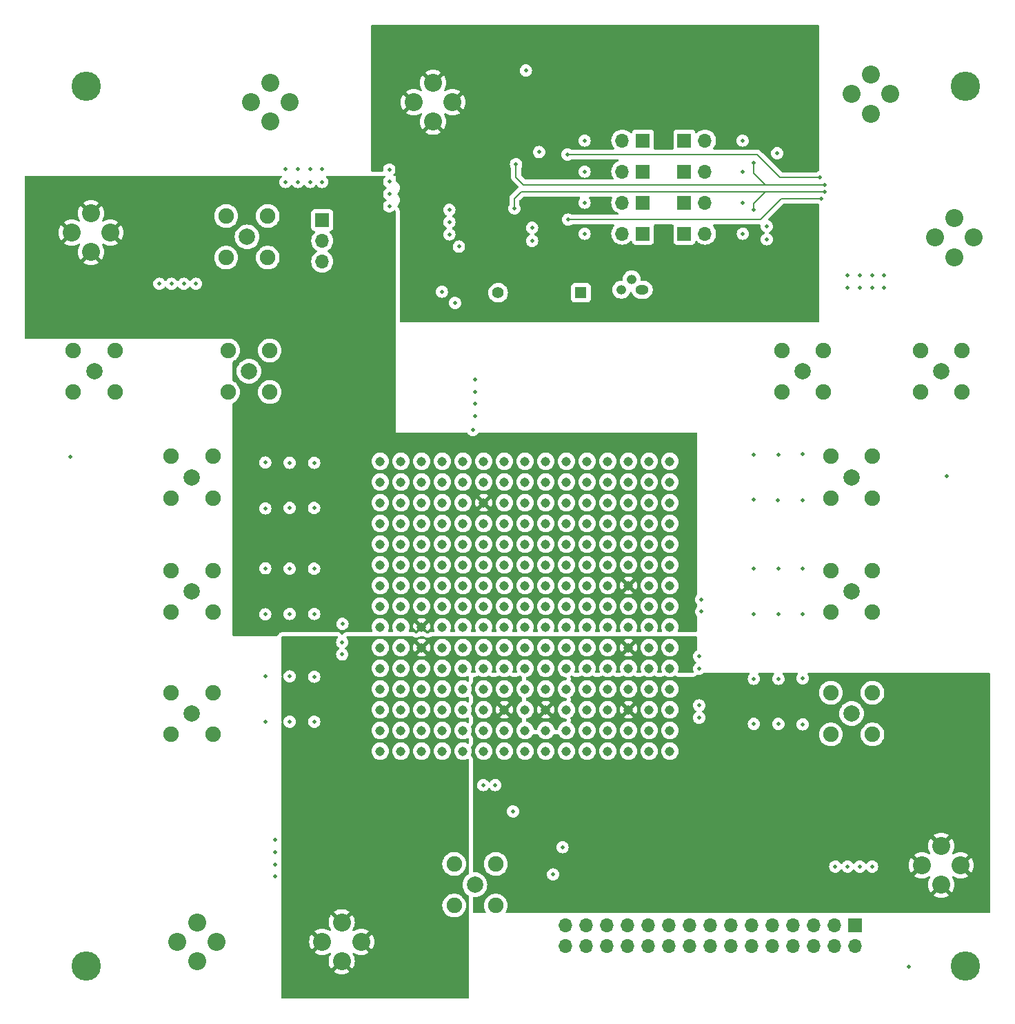
<source format=gbr>
%TF.GenerationSoftware,KiCad,Pcbnew,8.0.5*%
%TF.CreationDate,2024-10-22T14:52:20-04:00*%
%TF.ProjectId,huxley,6875786c-6579-42e6-9b69-6361645f7063,rev?*%
%TF.SameCoordinates,Original*%
%TF.FileFunction,Copper,L3,Inr*%
%TF.FilePolarity,Positive*%
%FSLAX46Y46*%
G04 Gerber Fmt 4.6, Leading zero omitted, Abs format (unit mm)*
G04 Created by KiCad (PCBNEW 8.0.5) date 2024-10-22 14:52:20*
%MOMM*%
%LPD*%
G01*
G04 APERTURE LIST*
%TA.AperFunction,ComponentPad*%
%ADD10C,1.905000*%
%TD*%
%TA.AperFunction,ComponentPad*%
%ADD11C,2.006600*%
%TD*%
%TA.AperFunction,ComponentPad*%
%ADD12C,3.600000*%
%TD*%
%TA.AperFunction,ComponentPad*%
%ADD13R,1.397000X1.397000*%
%TD*%
%TA.AperFunction,ComponentPad*%
%ADD14C,1.397000*%
%TD*%
%TA.AperFunction,ComponentPad*%
%ADD15C,2.209800*%
%TD*%
%TA.AperFunction,ComponentPad*%
%ADD16O,1.700000X1.700000*%
%TD*%
%TA.AperFunction,ComponentPad*%
%ADD17R,1.700000X1.700000*%
%TD*%
%TA.AperFunction,ComponentPad*%
%ADD18C,1.143000*%
%TD*%
%TA.AperFunction,ComponentPad*%
%ADD19O,1.200000X1.200000*%
%TD*%
%TA.AperFunction,ComponentPad*%
%ADD20O,1.600000X1.200000*%
%TD*%
%TA.AperFunction,ViaPad*%
%ADD21C,0.508000*%
%TD*%
%TA.AperFunction,Conductor*%
%ADD22C,0.203200*%
%TD*%
%TA.AperFunction,Conductor*%
%ADD23C,0.304800*%
%TD*%
G04 APERTURE END LIST*
D10*
%TO.N,GND*%
%TO.C,J19*%
X73552700Y-85447300D03*
X73552700Y-90552700D03*
X68447300Y-90552700D03*
X68447300Y-85447300D03*
D11*
%TO.N,vd1_dummy*%
X71000000Y-88000000D03*
%TD*%
D10*
%TO.N,GND*%
%TO.C,J5*%
X101302700Y-148447300D03*
X101302700Y-153552700D03*
X96197300Y-153552700D03*
X96197300Y-148447300D03*
D11*
%TO.N,CLK*%
X98750000Y-151000000D03*
%TD*%
D12*
%TO.N,N/C*%
%TO.C,H3*%
X51000000Y-161000000D03*
%TD*%
D13*
%TO.N,/ibias/ibias_m*%
%TO.C,D1*%
X111760000Y-78359000D03*
D14*
%TO.N,GND*%
X101600000Y-78359000D03*
%TD*%
D15*
%TO.N,vlvl*%
%TO.C,J24*%
X73612400Y-57387600D03*
X73612400Y-52612400D03*
X76000000Y-55000000D03*
X71224800Y-55000000D03*
%TD*%
%TO.N,vrbias*%
%TO.C,J39*%
X157612400Y-74000000D03*
X157612400Y-69224800D03*
X160000000Y-71612400D03*
X155224800Y-71612400D03*
%TD*%
%TO.N,GND*%
%TO.C,J34*%
X147387600Y-56387600D03*
X147387600Y-51612400D03*
X149775200Y-54000000D03*
X145000000Y-54000000D03*
%TD*%
D16*
%TO.N,TSCAN_OUT_3V3*%
%TO.C,J6*%
X109840000Y-158540000D03*
%TO.N,LVLS_EN*%
X109840000Y-156000000D03*
%TO.N,IO_UCLK_3V3*%
X112380000Y-158540000D03*
%TO.N,TSCAN_EN_3V3*%
X112380000Y-156000000D03*
%TO.N,SPI_CIPO_3V3*%
X114920000Y-158540000D03*
%TO.N,SPI_COPI_3V3*%
X114920000Y-156000000D03*
%TO.N,SPI_CS_L_3V3*%
X117460000Y-158540000D03*
%TO.N,SPI_CLK_3V3*%
X117460000Y-156000000D03*
%TO.N,RST_L_3V3*%
X120000000Y-158540000D03*
%TO.N,SCAN_EN_3V3*%
X120000000Y-156000000D03*
%TO.N,IBIAS_SEL3*%
X122540000Y-158540000D03*
%TO.N,IBIAS_SEL4*%
X122540000Y-156000000D03*
%TO.N,IBIAS_SEL1*%
X125080000Y-158540000D03*
%TO.N,IBIAS_SEL2*%
X125080000Y-156000000D03*
%TO.N,unconnected-(J6A-DIO8-Pad16)*%
X127620000Y-158540000D03*
%TO.N,unconnected-(J6A-DIO0-Pad15)*%
X127620000Y-156000000D03*
%TO.N,unconnected-(J6B-Trigger2-Pad14)*%
X130160000Y-158540000D03*
%TO.N,unconnected-(J6B-Trigger1-Pad13)*%
X130160000Y-156000000D03*
%TO.N,GND*%
X132700000Y-158540000D03*
X132700000Y-156000000D03*
%TO.N,unconnected-(J6C-WaveformGen2-Pad10)*%
X135240000Y-158540000D03*
%TO.N,unconnected-(J6C-WaveformGen1-Pad9)*%
X135240000Y-156000000D03*
%TO.N,unconnected-(J6D-V-Power-Pad8)*%
X137780000Y-158540000D03*
%TO.N,PP_AD2_3V3*%
X137780000Y-156000000D03*
%TO.N,GND*%
X140320000Y-158540000D03*
X140320000Y-156000000D03*
%TO.N,unconnected-(J6B-Scope_Ch2--Pad4)*%
X142860000Y-158540000D03*
%TO.N,unconnected-(J6B-Scope_Ch2+-Pad3)*%
X142860000Y-156000000D03*
%TO.N,unconnected-(J6B-Scope_Ch1--Pad2)*%
X145400000Y-158540000D03*
D17*
%TO.N,unconnected-(J6B-Scope_Ch1+-Pad1)*%
X145400000Y-156000000D03*
%TD*%
D15*
%TO.N,GND*%
%TO.C,J37*%
X64612400Y-160387600D03*
X64612400Y-155612400D03*
X67000000Y-158000000D03*
X62224800Y-158000000D03*
%TD*%
D16*
%TO.N,/ibias/R1_4*%
%TO.C,J27*%
X116840000Y-71120000D03*
D17*
%TO.N,/ibias/ibias_rset*%
X119380000Y-71120000D03*
%TD*%
D10*
%TO.N,output_4-*%
%TO.C,J13*%
X66552700Y-112447300D03*
X66552700Y-117552700D03*
X61447300Y-117552700D03*
X61447300Y-112447300D03*
D11*
%TO.N,output_4+*%
X64000000Y-115000000D03*
%TD*%
D10*
%TO.N,output_3-*%
%TO.C,J11*%
X66552700Y-98447300D03*
X66552700Y-103552700D03*
X61447300Y-103552700D03*
X61447300Y-98447300D03*
D11*
%TO.N,output_3+*%
X64000000Y-101000000D03*
%TD*%
D10*
%TO.N,GND*%
%TO.C,J17*%
X141552700Y-85447300D03*
X141552700Y-90552700D03*
X136447300Y-90552700D03*
X136447300Y-85447300D03*
D11*
%TO.N,vbias0*%
X139000000Y-88000000D03*
%TD*%
D15*
%TO.N,PP_TAVDD_1V8*%
%TO.C,J2*%
X49224800Y-71000000D03*
X54000000Y-71000000D03*
X51612400Y-73387600D03*
X51612400Y-68612400D03*
%TD*%
D18*
%TO.N,GND*%
%TO.C,U1*%
X92202000Y-104140000D03*
%TO.N,vlvl_p_dummy*%
X94742000Y-104140000D03*
%TO.N,iout_dummy*%
X97282000Y-104140000D03*
%TO.N,PP_TAVDD_1V8*%
X99822000Y-104140000D03*
%TO.N,GND*%
X102362000Y-104140000D03*
%TO.N,vlvl*%
X104902000Y-104140000D03*
%TO.N,vbias1*%
X107442000Y-104140000D03*
%TO.N,vbias2*%
X109982000Y-104140000D03*
%TO.N,N/C*%
X112522000Y-104140000D03*
X115062000Y-104140000D03*
%TO.N,GND*%
X117602000Y-104140000D03*
%TO.N,N/C*%
X92202000Y-106680000D03*
X94742000Y-106680000D03*
%TO.N,vd1_dummy*%
X97282000Y-106680000D03*
%TO.N,N/C*%
X99822000Y-106680000D03*
X102362000Y-106680000D03*
%TO.N,vbias0*%
X104902000Y-106680000D03*
%TO.N,vrbias*%
X107442000Y-106680000D03*
%TO.N,N/C*%
X109982000Y-106680000D03*
X112522000Y-106680000D03*
X115062000Y-106680000D03*
%TO.N,GND*%
X117602000Y-106680000D03*
%TO.N,N/C*%
X92202000Y-109220000D03*
X94742000Y-109220000D03*
X102362000Y-109220000D03*
X104902000Y-109220000D03*
X107442000Y-109220000D03*
X115062000Y-109220000D03*
%TO.N,output_2-*%
X117602000Y-109220000D03*
%TO.N,output_3-*%
X92202000Y-111760000D03*
%TO.N,N/C*%
X94742000Y-111760000D03*
%TO.N,output_2+*%
X115062000Y-111760000D03*
%TO.N,output_1-*%
X117602000Y-111760000D03*
%TO.N,output_4-*%
X92202000Y-114300000D03*
%TO.N,output_3+*%
X94742000Y-114300000D03*
%TO.N,N/C*%
X97282000Y-114300000D03*
X112522000Y-114300000D03*
%TO.N,output_1+*%
X115062000Y-114300000D03*
%TO.N,PP_TAVDD_1V8*%
X117602000Y-114300000D03*
%TO.N,output_5+*%
X92202000Y-116840000D03*
%TO.N,output_4+*%
X94742000Y-116840000D03*
%TO.N,N/C*%
X97282000Y-116840000D03*
X112522000Y-116840000D03*
X115062000Y-116840000D03*
X117602000Y-116840000D03*
%TO.N,PP_TAVDD_1V8*%
X92202000Y-119380000D03*
%TO.N,output_5-*%
X94742000Y-119380000D03*
%TO.N,N/C*%
X97282000Y-119380000D03*
X112522000Y-119380000D03*
%TO.N,output_0+*%
X115062000Y-119380000D03*
%TO.N,output_0-*%
X117602000Y-119380000D03*
%TO.N,PP_VDD_0V9*%
X92202000Y-121920000D03*
%TO.N,TSCAN_EN*%
X94742000Y-121920000D03*
%TO.N,SCAN_EN*%
X115062000Y-121920000D03*
%TO.N,PP_VDD_0V9*%
X117602000Y-121920000D03*
%TO.N,TSCAN_OUT*%
X92202000Y-124460000D03*
%TO.N,N/C*%
X94742000Y-124460000D03*
X102362000Y-124460000D03*
X104902000Y-124460000D03*
X107442000Y-124460000D03*
X115062000Y-124460000D03*
%TO.N,RST_L*%
X117602000Y-124460000D03*
%TO.N,N/C*%
X92202000Y-127000000D03*
X94742000Y-127000000D03*
X97282000Y-127000000D03*
X99822000Y-127000000D03*
%TO.N,IO_UCLK*%
X102362000Y-127000000D03*
%TO.N,N/C*%
X104902000Y-127000000D03*
%TO.N,SPI_CIPO*%
X107442000Y-127000000D03*
%TO.N,SPI_CLK*%
X109982000Y-127000000D03*
%TO.N,N/C*%
X112522000Y-127000000D03*
X115062000Y-127000000D03*
X117602000Y-127000000D03*
%TO.N,GND*%
X92202000Y-129540000D03*
%TO.N,N/C*%
X94742000Y-129540000D03*
X97282000Y-129540000D03*
%TO.N,CLK*%
X99822000Y-129540000D03*
%TO.N,PP_VDDIO_1V8*%
X102362000Y-129540000D03*
%TO.N,SPI_COPI*%
X104902000Y-129540000D03*
%TO.N,PP_VDD_0V9*%
X107442000Y-129540000D03*
%TO.N,GND*%
X109982000Y-129540000D03*
%TO.N,SPI_CS_L*%
X112522000Y-129540000D03*
%TO.N,N/C*%
X115062000Y-129540000D03*
%TO.N,PP_VDDIO_1V8*%
X117602000Y-129540000D03*
%TO.N,*%
X122682000Y-134620000D03*
X122682000Y-132080000D03*
X122682000Y-129540000D03*
X122682000Y-127000000D03*
X122682000Y-124460000D03*
X122682000Y-121920000D03*
X122682000Y-119380000D03*
X122682000Y-116840000D03*
X122682000Y-114300000D03*
X122682000Y-111760000D03*
X122682000Y-109220000D03*
X122682000Y-106680000D03*
X122682000Y-104140000D03*
X122682000Y-101600000D03*
X122682000Y-99060000D03*
X120142000Y-134620000D03*
X120142000Y-132080000D03*
X120142000Y-129540000D03*
X120142000Y-127000000D03*
X120142000Y-124460000D03*
X120142000Y-121920000D03*
X120142000Y-119380000D03*
X120142000Y-116840000D03*
X120142000Y-114300000D03*
X120142000Y-111760000D03*
X120142000Y-109220000D03*
X120142000Y-106680000D03*
X120142000Y-104140000D03*
X120142000Y-101600000D03*
X120142000Y-99060000D03*
X117602000Y-134620000D03*
X117602000Y-132080000D03*
X117602000Y-101600000D03*
X117602000Y-99060000D03*
X115062000Y-134620000D03*
X115062000Y-132080000D03*
X115062000Y-101600000D03*
X115062000Y-99060000D03*
X112522000Y-134620000D03*
X112522000Y-132080000D03*
X112522000Y-124460000D03*
X112522000Y-121920000D03*
X112522000Y-111760000D03*
X112522000Y-109220000D03*
X112522000Y-101600000D03*
X112522000Y-99060000D03*
X109982000Y-134620000D03*
X109982000Y-132080000D03*
X109982000Y-124460000D03*
X109982000Y-121920000D03*
X109982000Y-119380000D03*
X109982000Y-116840000D03*
X109982000Y-114300000D03*
X109982000Y-111760000D03*
X109982000Y-109220000D03*
X109982000Y-101600000D03*
X109982000Y-99060000D03*
X107442000Y-134620000D03*
X107442000Y-132080000D03*
X107442000Y-121920000D03*
X107442000Y-119380000D03*
X107442000Y-116840000D03*
X107442000Y-114300000D03*
X107442000Y-111760000D03*
X107442000Y-101600000D03*
X107442000Y-99060000D03*
X104902000Y-134620000D03*
X104902000Y-132080000D03*
X104902000Y-121920000D03*
X104902000Y-119380000D03*
X104902000Y-116840000D03*
X104902000Y-114300000D03*
X104902000Y-111760000D03*
X104902000Y-101600000D03*
X104902000Y-99060000D03*
X102362000Y-134620000D03*
X102362000Y-132080000D03*
X102362000Y-121920000D03*
X102362000Y-119380000D03*
X102362000Y-116840000D03*
X102362000Y-114300000D03*
X102362000Y-111760000D03*
X102362000Y-101600000D03*
X102362000Y-99060000D03*
X99822000Y-134620000D03*
X99822000Y-132080000D03*
X99822000Y-124460000D03*
X99822000Y-121920000D03*
X99822000Y-119380000D03*
X99822000Y-116840000D03*
X99822000Y-114300000D03*
X99822000Y-111760000D03*
X99822000Y-109220000D03*
X99822000Y-101600000D03*
X99822000Y-99060000D03*
X97282000Y-134620000D03*
X97282000Y-132080000D03*
X97282000Y-124460000D03*
X97282000Y-121920000D03*
X97282000Y-111760000D03*
X97282000Y-109220000D03*
X97282000Y-101600000D03*
X97282000Y-99060000D03*
X94742000Y-134620000D03*
X94742000Y-132080000D03*
X94742000Y-101600000D03*
X94742000Y-99060000D03*
X92202000Y-134620000D03*
X92202000Y-132080000D03*
X92202000Y-101600000D03*
X92202000Y-99060000D03*
X89662000Y-134620000D03*
X89662000Y-132080000D03*
X89662000Y-129540000D03*
X89662000Y-127000000D03*
X89662000Y-124460000D03*
X89662000Y-121920000D03*
X89662000Y-119380000D03*
X89662000Y-116840000D03*
X89662000Y-114300000D03*
X89662000Y-111760000D03*
X89662000Y-109220000D03*
X89662000Y-106680000D03*
X89662000Y-104140000D03*
X89662000Y-101600000D03*
X89662000Y-99060000D03*
X87122000Y-134620000D03*
X87122000Y-132080000D03*
X87122000Y-129540000D03*
X87122000Y-127000000D03*
X87122000Y-124460000D03*
X87122000Y-121920000D03*
X87122000Y-119380000D03*
X87122000Y-116840000D03*
X87122000Y-114300000D03*
X87122000Y-111760000D03*
X87122000Y-109220000D03*
X87122000Y-106680000D03*
X87122000Y-104140000D03*
X87122000Y-101600000D03*
X87122000Y-99060000D03*
%TD*%
D16*
%TO.N,/ibias/R2_3*%
%TO.C,J30*%
X127000000Y-67310000D03*
D17*
%TO.N,/ibias/ibias_rset*%
X124460000Y-67310000D03*
%TD*%
D16*
%TO.N,/ibias/R2_4*%
%TO.C,J31*%
X127000000Y-71120000D03*
D17*
%TO.N,/ibias/ibias_rset*%
X124460000Y-71120000D03*
%TD*%
D16*
%TO.N,/ibias/R2_1*%
%TO.C,J28*%
X127000000Y-59690000D03*
D17*
%TO.N,/ibias/ibias_rset*%
X124460000Y-59690000D03*
%TD*%
D10*
%TO.N,GND*%
%TO.C,J18*%
X158552700Y-85447300D03*
X158552700Y-90552700D03*
X153447300Y-90552700D03*
X153447300Y-85447300D03*
D11*
%TO.N,vbias2*%
X156000000Y-88000000D03*
%TD*%
D16*
%TO.N,/ibias/R1_3*%
%TO.C,J26*%
X116840000Y-67310000D03*
D17*
%TO.N,/ibias/ibias_rset*%
X119380000Y-67310000D03*
%TD*%
D10*
%TO.N,output_5-*%
%TO.C,J15*%
X66552700Y-127447300D03*
X66552700Y-132552700D03*
X61447300Y-132552700D03*
X61447300Y-127447300D03*
D11*
%TO.N,output_5+*%
X64000000Y-130000000D03*
%TD*%
D16*
%TO.N,iout_dummy*%
%TO.C,J32*%
X80000000Y-74530000D03*
%TO.N,iout_dummy_amp_conn*%
X80000000Y-71990000D03*
D17*
%TO.N,iout_dummy_amp*%
X80000000Y-69450000D03*
%TD*%
D15*
%TO.N,PP_SYS_3V3*%
%TO.C,J35*%
X93612400Y-57387600D03*
X93612400Y-52612400D03*
X96000000Y-55000000D03*
X91224800Y-55000000D03*
%TD*%
D16*
%TO.N,/ibias/R2_2*%
%TO.C,J29*%
X127000000Y-63500000D03*
D17*
%TO.N,/ibias/ibias_rset*%
X124460000Y-63500000D03*
%TD*%
D12*
%TO.N,N/C*%
%TO.C,H1*%
X159000000Y-53000000D03*
%TD*%
%TO.N,N/C*%
%TO.C,H4*%
X51000000Y-53000000D03*
%TD*%
D10*
%TO.N,output_0-*%
%TO.C,J4*%
X147552700Y-127447300D03*
X147552700Y-132552700D03*
X142447300Y-132552700D03*
X142447300Y-127447300D03*
D11*
%TO.N,output_0+*%
X145000000Y-130000000D03*
%TD*%
D16*
%TO.N,/ibias/R1_2*%
%TO.C,J25*%
X116840000Y-63500000D03*
D17*
%TO.N,/ibias/ibias_rset*%
X119380000Y-63500000D03*
%TD*%
D10*
%TO.N,output_1-*%
%TO.C,J7*%
X147552700Y-112447300D03*
X147552700Y-117552700D03*
X142447300Y-117552700D03*
X142447300Y-112447300D03*
D11*
%TO.N,output_1+*%
X145000000Y-115000000D03*
%TD*%
D12*
%TO.N,N/C*%
%TO.C,H2*%
X159000000Y-161000000D03*
%TD*%
D10*
%TO.N,GND*%
%TO.C,J22*%
X73302700Y-68947300D03*
X73302700Y-74052700D03*
X68197300Y-74052700D03*
X68197300Y-68947300D03*
D11*
%TO.N,iout_dummy_amp_conn*%
X70750000Y-71500000D03*
%TD*%
D15*
%TO.N,PP_VDDIO_1V8*%
%TO.C,J1*%
X156000000Y-151000000D03*
X156000000Y-146224800D03*
X153612400Y-148612400D03*
X158387600Y-148612400D03*
%TD*%
D16*
%TO.N,/ibias/R1_1*%
%TO.C,J21*%
X116840000Y-59690000D03*
D17*
%TO.N,/ibias/ibias_rset*%
X119380000Y-59690000D03*
%TD*%
D19*
%TO.N,/ibias/ibias_m*%
%TO.C,U2*%
X116730000Y-78000000D03*
%TO.N,vbias1*%
X118000000Y-76730000D03*
D20*
%TO.N,/ibias/ibias_rset*%
X119270000Y-78000000D03*
%TD*%
D15*
%TO.N,PP_VDD_0V9*%
%TO.C,J3*%
X82387600Y-160387600D03*
X82387600Y-155612400D03*
X84775200Y-158000000D03*
X80000000Y-158000000D03*
%TD*%
D10*
%TO.N,GND*%
%TO.C,J20*%
X54552700Y-85447300D03*
X54552700Y-90552700D03*
X49447300Y-90552700D03*
X49447300Y-85447300D03*
D11*
%TO.N,vlvl_p_dummy*%
X52000000Y-88000000D03*
%TD*%
D10*
%TO.N,output_2-*%
%TO.C,J9*%
X147552700Y-98447300D03*
X147552700Y-103552700D03*
X142447300Y-103552700D03*
X142447300Y-98447300D03*
D11*
%TO.N,output_2+*%
X145000000Y-101000000D03*
%TD*%
D21*
%TO.N,GND*%
X147500000Y-148775000D03*
X135962000Y-103801000D03*
X74175000Y-150000000D03*
X61500000Y-77275000D03*
X133000000Y-98225000D03*
X134590000Y-70205000D03*
X63000000Y-77275000D03*
X105759000Y-70405000D03*
X88225000Y-67750000D03*
X144500000Y-148775000D03*
X147500000Y-77775000D03*
X133000000Y-131275000D03*
X49100000Y-98500000D03*
X64500000Y-77275000D03*
X76000000Y-131000000D03*
X126275000Y-124500000D03*
X74225000Y-147000000D03*
X131645000Y-67300000D03*
X76000000Y-104775000D03*
X88225000Y-63250000D03*
X79000000Y-125477000D03*
X136000000Y-112225000D03*
X76000000Y-117775000D03*
X126525000Y-116000000D03*
X88225000Y-64750000D03*
X96292000Y-79604000D03*
X106629200Y-61112400D03*
X82450000Y-121250000D03*
X96778000Y-72714000D03*
X126275000Y-123000000D03*
X73000000Y-104825000D03*
X126275000Y-130500000D03*
X82475000Y-119000000D03*
X79000000Y-104775000D03*
X133000000Y-112225000D03*
X152000000Y-161100000D03*
X98725000Y-93500000D03*
X80000000Y-64775000D03*
X139000000Y-131325000D03*
X98725000Y-92000000D03*
X136000000Y-131275000D03*
X105759000Y-72005000D03*
X73000000Y-99200000D03*
X95600000Y-71200000D03*
X75500000Y-64775000D03*
X76000000Y-112225000D03*
X133000000Y-117775000D03*
X79000000Y-112225000D03*
X139000000Y-98175000D03*
X73000000Y-112175000D03*
X133000000Y-103775000D03*
X98725000Y-90500000D03*
X98500000Y-95225000D03*
X139000000Y-112175000D03*
X126275000Y-129000000D03*
X78500000Y-64775000D03*
X79000000Y-99225000D03*
X73000000Y-117825000D03*
X60000000Y-77275000D03*
X144500000Y-77775000D03*
X88225000Y-66250000D03*
X139000000Y-117825000D03*
X146000000Y-148775000D03*
X131645000Y-71125000D03*
X135870000Y-61258800D03*
X136000000Y-125725000D03*
X133000000Y-125725000D03*
X95600000Y-69700000D03*
X134590000Y-71805000D03*
X73000000Y-131050000D03*
X156650000Y-100900000D03*
X139000000Y-103825000D03*
X82450000Y-122750000D03*
X131620000Y-63500000D03*
X94679600Y-78235600D03*
X101250000Y-138775000D03*
X76000000Y-125450000D03*
X74225000Y-148500000D03*
X76000000Y-99225000D03*
X149000000Y-77775000D03*
X79000000Y-117775000D03*
X146000000Y-77775000D03*
X73000000Y-125400000D03*
X143000000Y-148775000D03*
X98725000Y-89000000D03*
X79000000Y-131000000D03*
X139000000Y-125675000D03*
X77000000Y-64775000D03*
X131620000Y-59700000D03*
X105000000Y-51100000D03*
X95600000Y-68200000D03*
X74225000Y-145490000D03*
X136000000Y-117775000D03*
X108343401Y-149750000D03*
X136000000Y-98225000D03*
X99750000Y-138775000D03*
X126525000Y-117500000D03*
%TO.N,PP_SYS_3V3*%
X89775000Y-67750000D03*
X94000000Y-67200000D03*
X89775000Y-66250000D03*
X89775000Y-64750000D03*
X108400000Y-72000000D03*
X89775000Y-63250000D03*
X136200000Y-72900000D03*
%TO.N,PP_VDD_0V9*%
X84000000Y-121250000D03*
X75775000Y-147000000D03*
X124725000Y-123000000D03*
X124725000Y-124500000D03*
X75775000Y-145490000D03*
X75725000Y-150000000D03*
X75775000Y-148500000D03*
X84000000Y-122750000D03*
%TO.N,PP_TAVDD_1V8*%
X84025000Y-119000000D03*
X63000000Y-75725000D03*
X61500000Y-75725000D03*
X60000000Y-75725000D03*
X64500000Y-75725000D03*
X124975000Y-117500000D03*
X124975000Y-116000000D03*
X98500000Y-96775000D03*
%TO.N,PP_VDDIO_1V8*%
X101250000Y-137225000D03*
X147500000Y-147225000D03*
X144500000Y-147225000D03*
X99750000Y-137225000D03*
X124725000Y-129000000D03*
X146000000Y-147225000D03*
X143000000Y-147225000D03*
X124725000Y-130500000D03*
X108500000Y-140750000D03*
%TO.N,vlvl*%
X78500000Y-63225000D03*
X80000000Y-63225000D03*
X75500000Y-63225000D03*
X77000000Y-63225000D03*
%TO.N,vrbias*%
X149000000Y-76225000D03*
X144500000Y-76225000D03*
X147500000Y-76225000D03*
X146000000Y-76225000D03*
%TO.N,/ibias/ibias_m*%
X112205000Y-59690000D03*
X112205000Y-63500000D03*
X112205000Y-67310000D03*
X112205000Y-71120000D03*
%TO.N,IBIAS_SEL3*%
X141700000Y-66000000D03*
X103600000Y-68000000D03*
X133000000Y-68200000D03*
%TO.N,IBIAS_SEL4*%
X110200000Y-69400000D03*
X141300000Y-66800000D03*
%TO.N,IBIAS_SEL1*%
X110100000Y-61400000D03*
X141100000Y-64200000D03*
%TO.N,IBIAS_SEL2*%
X103800000Y-62600000D03*
X141700000Y-65100000D03*
X133000000Y-62400000D03*
%TO.N,PP_AD2_3V3*%
X109493001Y-146397250D03*
X103425000Y-142000000D03*
%TD*%
D22*
%TO.N,IBIAS_SEL1*%
X141100000Y-64200000D02*
X136200000Y-64200000D01*
X136200000Y-64200000D02*
X133400000Y-61400000D01*
X133400000Y-61400000D02*
X110100000Y-61400000D01*
%TO.N,IBIAS_SEL4*%
X141300000Y-66800000D02*
X136400000Y-66800000D01*
X136400000Y-66800000D02*
X133800000Y-69400000D01*
X133800000Y-69400000D02*
X110200000Y-69400000D01*
%TO.N,IBIAS_SEL3*%
X141700000Y-66000000D02*
X134400000Y-66000000D01*
%TO.N,IBIAS_SEL2*%
X141700000Y-65100000D02*
X134400000Y-65100000D01*
D23*
%TO.N,PP_TAVDD_1V8*%
X91500000Y-120000000D02*
X91000000Y-119500000D01*
X93000000Y-120000000D02*
X93500000Y-119500000D01*
X92202000Y-119380000D02*
X92822000Y-120000000D01*
X92202000Y-119380000D02*
X91582000Y-120000000D01*
X91582000Y-120000000D02*
X91500000Y-120000000D01*
X92822000Y-120000000D02*
X93000000Y-120000000D01*
D22*
%TO.N,IBIAS_SEL3*%
X134400000Y-66000000D02*
X104400000Y-66000000D01*
X133000000Y-67400000D02*
X134400000Y-66000000D01*
X103600000Y-66800000D02*
X103600000Y-68000000D01*
X133000000Y-68200000D02*
X133000000Y-67400000D01*
X104400000Y-66000000D02*
X103600000Y-66800000D01*
%TO.N,IBIAS_SEL2*%
X133000000Y-63700000D02*
X134400000Y-65100000D01*
X133000000Y-62400000D02*
X133000000Y-63700000D01*
X104700000Y-65100000D02*
X103800000Y-64200000D01*
X134400000Y-65100000D02*
X104700000Y-65100000D01*
X103800000Y-64200000D02*
X103800000Y-62600000D01*
%TD*%
%TA.AperFunction,Conductor*%
%TO.N,PP_VDDIO_1V8*%
G36*
X132425653Y-125019685D02*
G01*
X132471408Y-125072489D01*
X132481352Y-125141647D01*
X132452327Y-125205203D01*
X132446295Y-125211681D01*
X132406376Y-125251599D01*
X132315919Y-125395560D01*
X132259761Y-125556048D01*
X132240726Y-125724997D01*
X132240726Y-125725002D01*
X132259761Y-125893951D01*
X132288687Y-125976615D01*
X132315918Y-126054437D01*
X132406376Y-126198400D01*
X132526600Y-126318624D01*
X132670563Y-126409082D01*
X132792521Y-126451756D01*
X132831048Y-126465238D01*
X132999997Y-126484274D01*
X133000000Y-126484274D01*
X133000003Y-126484274D01*
X133168951Y-126465238D01*
X133168954Y-126465237D01*
X133329437Y-126409082D01*
X133473400Y-126318624D01*
X133593624Y-126198400D01*
X133684082Y-126054437D01*
X133740237Y-125893954D01*
X133740237Y-125893953D01*
X133740238Y-125893951D01*
X133759274Y-125725002D01*
X133759274Y-125724997D01*
X133740238Y-125556048D01*
X133722151Y-125504359D01*
X133684082Y-125395563D01*
X133593624Y-125251600D01*
X133553705Y-125211681D01*
X133520220Y-125150358D01*
X133525204Y-125080666D01*
X133567076Y-125024733D01*
X133632540Y-125000316D01*
X133641386Y-125000000D01*
X135358614Y-125000000D01*
X135425653Y-125019685D01*
X135471408Y-125072489D01*
X135481352Y-125141647D01*
X135452327Y-125205203D01*
X135446295Y-125211681D01*
X135406376Y-125251599D01*
X135315919Y-125395560D01*
X135259761Y-125556048D01*
X135240726Y-125724997D01*
X135240726Y-125725002D01*
X135259761Y-125893951D01*
X135288687Y-125976615D01*
X135315918Y-126054437D01*
X135406376Y-126198400D01*
X135526600Y-126318624D01*
X135670563Y-126409082D01*
X135792521Y-126451756D01*
X135831048Y-126465238D01*
X135999997Y-126484274D01*
X136000000Y-126484274D01*
X136000003Y-126484274D01*
X136168951Y-126465238D01*
X136168954Y-126465237D01*
X136329437Y-126409082D01*
X136473400Y-126318624D01*
X136593624Y-126198400D01*
X136684082Y-126054437D01*
X136740237Y-125893954D01*
X136740237Y-125893953D01*
X136740238Y-125893951D01*
X136759274Y-125725002D01*
X136759274Y-125724997D01*
X136740238Y-125556048D01*
X136722151Y-125504359D01*
X136684082Y-125395563D01*
X136593624Y-125251600D01*
X136553705Y-125211681D01*
X136520220Y-125150358D01*
X136525204Y-125080666D01*
X136567076Y-125024733D01*
X136632540Y-125000316D01*
X136641386Y-125000000D01*
X138309658Y-125000000D01*
X138376697Y-125019685D01*
X138422452Y-125072489D01*
X138432396Y-125141647D01*
X138409254Y-125195184D01*
X138410081Y-125195704D01*
X138406713Y-125201063D01*
X138406606Y-125201312D01*
X138406376Y-125201600D01*
X138315919Y-125345560D01*
X138259761Y-125506048D01*
X138240726Y-125674997D01*
X138240726Y-125675002D01*
X138259761Y-125843951D01*
X138295647Y-125946506D01*
X138313563Y-125997708D01*
X138315919Y-126004439D01*
X138333416Y-126032285D01*
X138406376Y-126148400D01*
X138526600Y-126268624D01*
X138670563Y-126359082D01*
X138792521Y-126401756D01*
X138831048Y-126415238D01*
X138999997Y-126434274D01*
X139000000Y-126434274D01*
X139000003Y-126434274D01*
X139168951Y-126415238D01*
X139168954Y-126415237D01*
X139329437Y-126359082D01*
X139473400Y-126268624D01*
X139593624Y-126148400D01*
X139684082Y-126004437D01*
X139740237Y-125843954D01*
X139740237Y-125843953D01*
X139740238Y-125843951D01*
X139759274Y-125675002D01*
X139759274Y-125674997D01*
X139740238Y-125506048D01*
X139717519Y-125441121D01*
X139684082Y-125345563D01*
X139593624Y-125201600D01*
X139593619Y-125201595D01*
X139593394Y-125201312D01*
X139593303Y-125201090D01*
X139589919Y-125195704D01*
X139590862Y-125195111D01*
X139566986Y-125136625D01*
X139579743Y-125067929D01*
X139627615Y-125017036D01*
X139690342Y-125000000D01*
X161880400Y-125000000D01*
X161947439Y-125019685D01*
X161993194Y-125072489D01*
X162004400Y-125124000D01*
X162004400Y-154376000D01*
X161984715Y-154443039D01*
X161931911Y-154488794D01*
X161880400Y-154500000D01*
X102648547Y-154500000D01*
X102581508Y-154480315D01*
X102535753Y-154427511D01*
X102525809Y-154358353D01*
X102544738Y-154308178D01*
X102584955Y-154246622D01*
X102681683Y-154026105D01*
X102740795Y-153792676D01*
X102760680Y-153552700D01*
X102740795Y-153312724D01*
X102681683Y-153079295D01*
X102584955Y-152858778D01*
X102453251Y-152657190D01*
X102290163Y-152480029D01*
X102156058Y-152375651D01*
X102100141Y-152332129D01*
X101888365Y-152217521D01*
X101888356Y-152217518D01*
X101660616Y-152139334D01*
X101482477Y-152109608D01*
X101423099Y-152099700D01*
X101182301Y-152099700D01*
X101134798Y-152107626D01*
X100944783Y-152139334D01*
X100717043Y-152217518D01*
X100717034Y-152217521D01*
X100505258Y-152332129D01*
X100373863Y-152434399D01*
X100315237Y-152480029D01*
X100315234Y-152480031D01*
X100315234Y-152480032D01*
X100152149Y-152657190D01*
X100020443Y-152858781D01*
X99923717Y-153079294D01*
X99864604Y-153312727D01*
X99844720Y-153552694D01*
X99844720Y-153552705D01*
X99864604Y-153792672D01*
X99923717Y-154026105D01*
X99972210Y-154136659D01*
X100020445Y-154246622D01*
X100060662Y-154308178D01*
X100080849Y-154375068D01*
X100061669Y-154442254D01*
X100009211Y-154488404D01*
X99956853Y-154500000D01*
X98629500Y-154500000D01*
X98562461Y-154480315D01*
X98516706Y-154427511D01*
X98505500Y-154376000D01*
X98505500Y-152623349D01*
X98525185Y-152556310D01*
X98577989Y-152510555D01*
X98639226Y-152499731D01*
X98750000Y-152508450D01*
X98985974Y-152489878D01*
X99216137Y-152434621D01*
X99434822Y-152344039D01*
X99636645Y-152220362D01*
X99816635Y-152066635D01*
X99970362Y-151886645D01*
X100094039Y-151684822D01*
X100184621Y-151466137D01*
X100239878Y-151235974D01*
X100258450Y-151000000D01*
X100239878Y-150764026D01*
X100184621Y-150533863D01*
X100153025Y-150457583D01*
X100094039Y-150315177D01*
X99970365Y-150113359D01*
X99970364Y-150113358D01*
X99970363Y-150113357D01*
X99970362Y-150113355D01*
X99816635Y-149933365D01*
X99636645Y-149779638D01*
X99636643Y-149779636D01*
X99636641Y-149779635D01*
X99636640Y-149779634D01*
X99434822Y-149655960D01*
X99216136Y-149565378D01*
X98985977Y-149510122D01*
X98808993Y-149496193D01*
X98750000Y-149491550D01*
X98749999Y-149491550D01*
X98639229Y-149500268D01*
X98570852Y-149485904D01*
X98521095Y-149436852D01*
X98505500Y-149376650D01*
X98505500Y-148447294D01*
X99844720Y-148447294D01*
X99844720Y-148447305D01*
X99864604Y-148687272D01*
X99923717Y-148920705D01*
X100006692Y-149109870D01*
X100020445Y-149141222D01*
X100152149Y-149342810D01*
X100315237Y-149519971D01*
X100471608Y-149641679D01*
X100489957Y-149655961D01*
X100505261Y-149667872D01*
X100717036Y-149782479D01*
X100835298Y-149823078D01*
X100944783Y-149860665D01*
X100944785Y-149860665D01*
X100944787Y-149860666D01*
X101182301Y-149900300D01*
X101182302Y-149900300D01*
X101423098Y-149900300D01*
X101423099Y-149900300D01*
X101660613Y-149860666D01*
X101888364Y-149782479D01*
X101948385Y-149749997D01*
X107584127Y-149749997D01*
X107584127Y-149750002D01*
X107603162Y-149918951D01*
X107645838Y-150040912D01*
X107655266Y-150067855D01*
X107659320Y-150079439D01*
X107694420Y-150135300D01*
X107749777Y-150223400D01*
X107870001Y-150343624D01*
X108013964Y-150434082D01*
X108135922Y-150476756D01*
X108174449Y-150490238D01*
X108343398Y-150509274D01*
X108343401Y-150509274D01*
X108343404Y-150509274D01*
X108512352Y-150490238D01*
X108512355Y-150490237D01*
X108672838Y-150434082D01*
X108816801Y-150343624D01*
X108937025Y-150223400D01*
X109027483Y-150079437D01*
X109083638Y-149918954D01*
X109083638Y-149918953D01*
X109083639Y-149918951D01*
X109102675Y-149750002D01*
X109102675Y-149749997D01*
X109083639Y-149581048D01*
X109060611Y-149515238D01*
X109027483Y-149420563D01*
X108937025Y-149276600D01*
X108816801Y-149156376D01*
X108792677Y-149141218D01*
X108672840Y-149065919D01*
X108672839Y-149065918D01*
X108672838Y-149065918D01*
X108634313Y-149052437D01*
X108512352Y-149009761D01*
X108343404Y-148990726D01*
X108343398Y-148990726D01*
X108174449Y-149009761D01*
X108013961Y-149065919D01*
X107870000Y-149156376D01*
X107749777Y-149276599D01*
X107659320Y-149420560D01*
X107603162Y-149581048D01*
X107584127Y-149749997D01*
X101948385Y-149749997D01*
X102100139Y-149667872D01*
X102290163Y-149519971D01*
X102453251Y-149342810D01*
X102584955Y-149141222D01*
X102681683Y-148920705D01*
X102718581Y-148774997D01*
X142240726Y-148774997D01*
X142240726Y-148775002D01*
X142259761Y-148943951D01*
X142315919Y-149104439D01*
X142347574Y-149154817D01*
X142406376Y-149248400D01*
X142526600Y-149368624D01*
X142670563Y-149459082D01*
X142788267Y-149500268D01*
X142831048Y-149515238D01*
X142999997Y-149534274D01*
X143000000Y-149534274D01*
X143000003Y-149534274D01*
X143168951Y-149515238D01*
X143168954Y-149515237D01*
X143329437Y-149459082D01*
X143473400Y-149368624D01*
X143593624Y-149248400D01*
X143645006Y-149166625D01*
X143697341Y-149120335D01*
X143766395Y-149109687D01*
X143830243Y-149138062D01*
X143854993Y-149166625D01*
X143906376Y-149248400D01*
X144026600Y-149368624D01*
X144170563Y-149459082D01*
X144288267Y-149500268D01*
X144331048Y-149515238D01*
X144499997Y-149534274D01*
X144500000Y-149534274D01*
X144500003Y-149534274D01*
X144668951Y-149515238D01*
X144668954Y-149515237D01*
X144829437Y-149459082D01*
X144973400Y-149368624D01*
X145093624Y-149248400D01*
X145145006Y-149166625D01*
X145197341Y-149120335D01*
X145266395Y-149109687D01*
X145330243Y-149138062D01*
X145354993Y-149166625D01*
X145406376Y-149248400D01*
X145526600Y-149368624D01*
X145670563Y-149459082D01*
X145788267Y-149500268D01*
X145831048Y-149515238D01*
X145999997Y-149534274D01*
X146000000Y-149534274D01*
X146000003Y-149534274D01*
X146168951Y-149515238D01*
X146168954Y-149515237D01*
X146329437Y-149459082D01*
X146473400Y-149368624D01*
X146593624Y-149248400D01*
X146645006Y-149166625D01*
X146697341Y-149120335D01*
X146766395Y-149109687D01*
X146830243Y-149138062D01*
X146854993Y-149166625D01*
X146906376Y-149248400D01*
X147026600Y-149368624D01*
X147170563Y-149459082D01*
X147288267Y-149500268D01*
X147331048Y-149515238D01*
X147499997Y-149534274D01*
X147500000Y-149534274D01*
X147500003Y-149534274D01*
X147668951Y-149515238D01*
X147668954Y-149515237D01*
X147829437Y-149459082D01*
X147973400Y-149368624D01*
X148093624Y-149248400D01*
X148184082Y-149104437D01*
X148240237Y-148943954D01*
X148240237Y-148943953D01*
X148240238Y-148943951D01*
X148259274Y-148775002D01*
X148259274Y-148774997D01*
X148240954Y-148612400D01*
X152002537Y-148612400D01*
X152022356Y-148864235D01*
X152081327Y-149109870D01*
X152177999Y-149343258D01*
X152309992Y-149558652D01*
X152311190Y-149560055D01*
X152857595Y-149013649D01*
X152858342Y-149015452D01*
X152951463Y-149154817D01*
X153069983Y-149273337D01*
X153209348Y-149366458D01*
X153211147Y-149367203D01*
X152664743Y-149913608D01*
X152664743Y-149913609D01*
X152666143Y-149914805D01*
X152666150Y-149914810D01*
X152881538Y-150046799D01*
X153114929Y-150143472D01*
X153360565Y-150202443D01*
X153360564Y-150202443D01*
X153612400Y-150222262D01*
X153864235Y-150202443D01*
X154109870Y-150143472D01*
X154343263Y-150046798D01*
X154477098Y-149964784D01*
X154544544Y-149946539D01*
X154611146Y-149967655D01*
X154655760Y-150021427D01*
X154664220Y-150090783D01*
X154647616Y-150135300D01*
X154565601Y-150269138D01*
X154468927Y-150502529D01*
X154409956Y-150748164D01*
X154390137Y-151000000D01*
X154409956Y-151251835D01*
X154468927Y-151497470D01*
X154565599Y-151730858D01*
X154697592Y-151946252D01*
X154698790Y-151947655D01*
X155245195Y-151401249D01*
X155245942Y-151403052D01*
X155339063Y-151542417D01*
X155457583Y-151660937D01*
X155596948Y-151754058D01*
X155598748Y-151754803D01*
X155052343Y-152301208D01*
X155052343Y-152301209D01*
X155053743Y-152302405D01*
X155053750Y-152302410D01*
X155269138Y-152434399D01*
X155502529Y-152531072D01*
X155748165Y-152590043D01*
X155748164Y-152590043D01*
X156000000Y-152609862D01*
X156251835Y-152590043D01*
X156497470Y-152531072D01*
X156730858Y-152434400D01*
X156946256Y-152302404D01*
X156947655Y-152301208D01*
X156947656Y-152301208D01*
X156401251Y-151754803D01*
X156403052Y-151754058D01*
X156542417Y-151660937D01*
X156660937Y-151542417D01*
X156754058Y-151403052D01*
X156754803Y-151401251D01*
X157301208Y-151947656D01*
X157301208Y-151947655D01*
X157302404Y-151946256D01*
X157434400Y-151730858D01*
X157531072Y-151497470D01*
X157590043Y-151251835D01*
X157609862Y-151000000D01*
X157590043Y-150748164D01*
X157531072Y-150502529D01*
X157434400Y-150269141D01*
X157352383Y-150135301D01*
X157334139Y-150067855D01*
X157355256Y-150001252D01*
X157409027Y-149956639D01*
X157478383Y-149948179D01*
X157522901Y-149964783D01*
X157656741Y-150046800D01*
X157890129Y-150143472D01*
X158135765Y-150202443D01*
X158135764Y-150202443D01*
X158387600Y-150222262D01*
X158639435Y-150202443D01*
X158885070Y-150143472D01*
X159118458Y-150046800D01*
X159333856Y-149914804D01*
X159335255Y-149913608D01*
X159335256Y-149913608D01*
X158788851Y-149367203D01*
X158790652Y-149366458D01*
X158930017Y-149273337D01*
X159048537Y-149154817D01*
X159141658Y-149015452D01*
X159142403Y-149013651D01*
X159688808Y-149560056D01*
X159688808Y-149560055D01*
X159690004Y-149558656D01*
X159822000Y-149343258D01*
X159918672Y-149109870D01*
X159977643Y-148864235D01*
X159997462Y-148612400D01*
X159977643Y-148360564D01*
X159918672Y-148114929D01*
X159821999Y-147881538D01*
X159690010Y-147666150D01*
X159690005Y-147666143D01*
X159688809Y-147664743D01*
X159688808Y-147664743D01*
X159142403Y-148211147D01*
X159141658Y-148209348D01*
X159048537Y-148069983D01*
X158930017Y-147951463D01*
X158790652Y-147858342D01*
X158788850Y-147857595D01*
X159335255Y-147311190D01*
X159333852Y-147309992D01*
X159118458Y-147177999D01*
X158885070Y-147081327D01*
X158639434Y-147022356D01*
X158639435Y-147022356D01*
X158387600Y-147002537D01*
X158135764Y-147022356D01*
X157890129Y-147081327D01*
X157656738Y-147178001D01*
X157522900Y-147260016D01*
X157455454Y-147278260D01*
X157388852Y-147257143D01*
X157344239Y-147203371D01*
X157335779Y-147134015D01*
X157352384Y-147089498D01*
X157434398Y-146955663D01*
X157531072Y-146722270D01*
X157590043Y-146476635D01*
X157609862Y-146224800D01*
X157590043Y-145972964D01*
X157531072Y-145727329D01*
X157434399Y-145493938D01*
X157302410Y-145278550D01*
X157302405Y-145278543D01*
X157301209Y-145277143D01*
X157301208Y-145277143D01*
X156754803Y-145823547D01*
X156754058Y-145821748D01*
X156660937Y-145682383D01*
X156542417Y-145563863D01*
X156403052Y-145470742D01*
X156401251Y-145469996D01*
X156947656Y-144923590D01*
X156946252Y-144922392D01*
X156730858Y-144790399D01*
X156497470Y-144693727D01*
X156251834Y-144634756D01*
X156251835Y-144634756D01*
X156000000Y-144614937D01*
X155748164Y-144634756D01*
X155502529Y-144693727D01*
X155269136Y-144790401D01*
X155053748Y-144922391D01*
X155052342Y-144923590D01*
X155598748Y-145469996D01*
X155596948Y-145470742D01*
X155457583Y-145563863D01*
X155339063Y-145682383D01*
X155245942Y-145821748D01*
X155245196Y-145823548D01*
X154698790Y-145277142D01*
X154697591Y-145278548D01*
X154565601Y-145493936D01*
X154468927Y-145727329D01*
X154409956Y-145972964D01*
X154390137Y-146224800D01*
X154409956Y-146476635D01*
X154468927Y-146722270D01*
X154565600Y-146955661D01*
X154647616Y-147089499D01*
X154665860Y-147156944D01*
X154644743Y-147223547D01*
X154590971Y-147268160D01*
X154521616Y-147276620D01*
X154477099Y-147260016D01*
X154343261Y-147178000D01*
X154109870Y-147081327D01*
X153864234Y-147022356D01*
X153864235Y-147022356D01*
X153612400Y-147002537D01*
X153360564Y-147022356D01*
X153114929Y-147081327D01*
X152881536Y-147178001D01*
X152666148Y-147309991D01*
X152664742Y-147311190D01*
X153211148Y-147857596D01*
X153209348Y-147858342D01*
X153069983Y-147951463D01*
X152951463Y-148069983D01*
X152858342Y-148209348D01*
X152857596Y-148211148D01*
X152311190Y-147664742D01*
X152309991Y-147666148D01*
X152178001Y-147881536D01*
X152081327Y-148114929D01*
X152022356Y-148360564D01*
X152002537Y-148612400D01*
X148240954Y-148612400D01*
X148240238Y-148606048D01*
X148226756Y-148567521D01*
X148184082Y-148445563D01*
X148093624Y-148301600D01*
X147973400Y-148181376D01*
X147905305Y-148138589D01*
X147829439Y-148090919D01*
X147829438Y-148090918D01*
X147829437Y-148090918D01*
X147769608Y-148069983D01*
X147668951Y-148034761D01*
X147500003Y-148015726D01*
X147499997Y-148015726D01*
X147331048Y-148034761D01*
X147170560Y-148090919D01*
X147026599Y-148181376D01*
X146906374Y-148301601D01*
X146854993Y-148383374D01*
X146802658Y-148429664D01*
X146733605Y-148440312D01*
X146669757Y-148411937D01*
X146645007Y-148383374D01*
X146593625Y-148301601D01*
X146473400Y-148181376D01*
X146329439Y-148090919D01*
X146329438Y-148090918D01*
X146329437Y-148090918D01*
X146269608Y-148069983D01*
X146168951Y-148034761D01*
X146000003Y-148015726D01*
X145999997Y-148015726D01*
X145831048Y-148034761D01*
X145670560Y-148090919D01*
X145526599Y-148181376D01*
X145406374Y-148301601D01*
X145354993Y-148383374D01*
X145302658Y-148429664D01*
X145233605Y-148440312D01*
X145169757Y-148411937D01*
X145145007Y-148383374D01*
X145093625Y-148301601D01*
X144973400Y-148181376D01*
X144829439Y-148090919D01*
X144829438Y-148090918D01*
X144829437Y-148090918D01*
X144769608Y-148069983D01*
X144668951Y-148034761D01*
X144500003Y-148015726D01*
X144499997Y-148015726D01*
X144331048Y-148034761D01*
X144170560Y-148090919D01*
X144026599Y-148181376D01*
X143906374Y-148301601D01*
X143854993Y-148383374D01*
X143802658Y-148429664D01*
X143733605Y-148440312D01*
X143669757Y-148411937D01*
X143645007Y-148383374D01*
X143593625Y-148301601D01*
X143473400Y-148181376D01*
X143329439Y-148090919D01*
X143329438Y-148090918D01*
X143329437Y-148090918D01*
X143269608Y-148069983D01*
X143168951Y-148034761D01*
X143000003Y-148015726D01*
X142999997Y-148015726D01*
X142831048Y-148034761D01*
X142670560Y-148090919D01*
X142526599Y-148181376D01*
X142406376Y-148301599D01*
X142315919Y-148445560D01*
X142259761Y-148606048D01*
X142240726Y-148774997D01*
X102718581Y-148774997D01*
X102740795Y-148687276D01*
X102760680Y-148447300D01*
X102760536Y-148445563D01*
X102745064Y-148258847D01*
X102740795Y-148207324D01*
X102681683Y-147973895D01*
X102584955Y-147753378D01*
X102453251Y-147551790D01*
X102290163Y-147374629D01*
X102142908Y-147260016D01*
X102100141Y-147226729D01*
X101888365Y-147112121D01*
X101888356Y-147112118D01*
X101660616Y-147033934D01*
X101472461Y-147002537D01*
X101423099Y-146994300D01*
X101182301Y-146994300D01*
X101134798Y-147002226D01*
X100944783Y-147033934D01*
X100717043Y-147112118D01*
X100717034Y-147112121D01*
X100505258Y-147226729D01*
X100371156Y-147331105D01*
X100315237Y-147374629D01*
X100315234Y-147374631D01*
X100315234Y-147374632D01*
X100152149Y-147551790D01*
X100020443Y-147753381D01*
X99923717Y-147973894D01*
X99864604Y-148207327D01*
X99844720Y-148447294D01*
X98505500Y-148447294D01*
X98505500Y-146397247D01*
X108733727Y-146397247D01*
X108733727Y-146397252D01*
X108752762Y-146566201D01*
X108774335Y-146627852D01*
X108808919Y-146726687D01*
X108899377Y-146870650D01*
X109019601Y-146990874D01*
X109163564Y-147081332D01*
X109251555Y-147112121D01*
X109324049Y-147137488D01*
X109492998Y-147156524D01*
X109493001Y-147156524D01*
X109493004Y-147156524D01*
X109661952Y-147137488D01*
X109671877Y-147134015D01*
X109822438Y-147081332D01*
X109966401Y-146990874D01*
X110086625Y-146870650D01*
X110177083Y-146726687D01*
X110233238Y-146566204D01*
X110233238Y-146566203D01*
X110233239Y-146566201D01*
X110252275Y-146397252D01*
X110252275Y-146397247D01*
X110233239Y-146228298D01*
X110202690Y-146140994D01*
X110177083Y-146067813D01*
X110086625Y-145923850D01*
X109966401Y-145803626D01*
X109822438Y-145713168D01*
X109783913Y-145699687D01*
X109661952Y-145657011D01*
X109493004Y-145637976D01*
X109492998Y-145637976D01*
X109324049Y-145657011D01*
X109163561Y-145713169D01*
X109019600Y-145803626D01*
X108899377Y-145923849D01*
X108808920Y-146067810D01*
X108752762Y-146228298D01*
X108733727Y-146397247D01*
X98505500Y-146397247D01*
X98505500Y-141999997D01*
X102665726Y-141999997D01*
X102665726Y-142000002D01*
X102684761Y-142168951D01*
X102727437Y-142290912D01*
X102740918Y-142329437D01*
X102831376Y-142473400D01*
X102951600Y-142593624D01*
X103095563Y-142684082D01*
X103217521Y-142726756D01*
X103256048Y-142740238D01*
X103424997Y-142759274D01*
X103425000Y-142759274D01*
X103425003Y-142759274D01*
X103593951Y-142740238D01*
X103593954Y-142740237D01*
X103754437Y-142684082D01*
X103898400Y-142593624D01*
X104018624Y-142473400D01*
X104109082Y-142329437D01*
X104165237Y-142168954D01*
X104165237Y-142168953D01*
X104165238Y-142168951D01*
X104184274Y-142000002D01*
X104184274Y-141999997D01*
X104165238Y-141831048D01*
X104151756Y-141792521D01*
X104109082Y-141670563D01*
X104018624Y-141526600D01*
X103898400Y-141406376D01*
X103754437Y-141315918D01*
X103715912Y-141302437D01*
X103593951Y-141259761D01*
X103425003Y-141240726D01*
X103424997Y-141240726D01*
X103256048Y-141259761D01*
X103095560Y-141315919D01*
X102951599Y-141406376D01*
X102831376Y-141526599D01*
X102740919Y-141670560D01*
X102684761Y-141831048D01*
X102665726Y-141999997D01*
X98505500Y-141999997D01*
X98505500Y-138774997D01*
X98990726Y-138774997D01*
X98990726Y-138775002D01*
X99009761Y-138943951D01*
X99052437Y-139065912D01*
X99065918Y-139104437D01*
X99156376Y-139248400D01*
X99276600Y-139368624D01*
X99420563Y-139459082D01*
X99542521Y-139501756D01*
X99581048Y-139515238D01*
X99749997Y-139534274D01*
X99750000Y-139534274D01*
X99750003Y-139534274D01*
X99918951Y-139515238D01*
X99918954Y-139515237D01*
X100079437Y-139459082D01*
X100223400Y-139368624D01*
X100343624Y-139248400D01*
X100395006Y-139166625D01*
X100447341Y-139120335D01*
X100516395Y-139109687D01*
X100580243Y-139138062D01*
X100604993Y-139166625D01*
X100656376Y-139248400D01*
X100776600Y-139368624D01*
X100920563Y-139459082D01*
X101042521Y-139501756D01*
X101081048Y-139515238D01*
X101249997Y-139534274D01*
X101250000Y-139534274D01*
X101250003Y-139534274D01*
X101418951Y-139515238D01*
X101418954Y-139515237D01*
X101579437Y-139459082D01*
X101723400Y-139368624D01*
X101843624Y-139248400D01*
X101934082Y-139104437D01*
X101990237Y-138943954D01*
X101990237Y-138943953D01*
X101990238Y-138943951D01*
X102009274Y-138775002D01*
X102009274Y-138774997D01*
X101990238Y-138606048D01*
X101976756Y-138567521D01*
X101934082Y-138445563D01*
X101843624Y-138301600D01*
X101723400Y-138181376D01*
X101579437Y-138090918D01*
X101540912Y-138077437D01*
X101418951Y-138034761D01*
X101250003Y-138015726D01*
X101249997Y-138015726D01*
X101081048Y-138034761D01*
X100920560Y-138090919D01*
X100776599Y-138181376D01*
X100656374Y-138301601D01*
X100604993Y-138383374D01*
X100552658Y-138429664D01*
X100483605Y-138440312D01*
X100419757Y-138411937D01*
X100395007Y-138383374D01*
X100343625Y-138301601D01*
X100223400Y-138181376D01*
X100079439Y-138090919D01*
X100079438Y-138090918D01*
X100079437Y-138090918D01*
X100040912Y-138077437D01*
X99918951Y-138034761D01*
X99750003Y-138015726D01*
X99749997Y-138015726D01*
X99581048Y-138034761D01*
X99420560Y-138090919D01*
X99276599Y-138181376D01*
X99156376Y-138301599D01*
X99065919Y-138445560D01*
X99009761Y-138606048D01*
X98990726Y-138774997D01*
X98505500Y-138774997D01*
X98505500Y-135658908D01*
X98501814Y-135623218D01*
X98494832Y-135555608D01*
X98484475Y-135505997D01*
X98452921Y-135407054D01*
X98377176Y-135284726D01*
X98332314Y-135231162D01*
X98294039Y-135196854D01*
X98257258Y-135137452D01*
X98258431Y-135067592D01*
X98265796Y-135049267D01*
X98285893Y-135008910D01*
X98340262Y-134817823D01*
X98358593Y-134620000D01*
X98358593Y-134619999D01*
X98745407Y-134619999D01*
X98745407Y-134620000D01*
X98763737Y-134817822D01*
X98763738Y-134817825D01*
X98818104Y-135008905D01*
X98818107Y-135008911D01*
X98906662Y-135186753D01*
X99026389Y-135345298D01*
X99094132Y-135407053D01*
X99173208Y-135479140D01*
X99342121Y-135583727D01*
X99527376Y-135655495D01*
X99722665Y-135692000D01*
X99722668Y-135692000D01*
X99921332Y-135692000D01*
X99921335Y-135692000D01*
X100116624Y-135655495D01*
X100301879Y-135583727D01*
X100470792Y-135479140D01*
X100617612Y-135345296D01*
X100737338Y-135186753D01*
X100825893Y-135008910D01*
X100825893Y-135008907D01*
X100825895Y-135008905D01*
X100857025Y-134899491D01*
X100880262Y-134817823D01*
X100898593Y-134620000D01*
X100898593Y-134619999D01*
X101285407Y-134619999D01*
X101285407Y-134620000D01*
X101303737Y-134817822D01*
X101303738Y-134817825D01*
X101358104Y-135008905D01*
X101358107Y-135008911D01*
X101446662Y-135186753D01*
X101566389Y-135345298D01*
X101634132Y-135407053D01*
X101713208Y-135479140D01*
X101882121Y-135583727D01*
X102067376Y-135655495D01*
X102262665Y-135692000D01*
X102262668Y-135692000D01*
X102461332Y-135692000D01*
X102461335Y-135692000D01*
X102656624Y-135655495D01*
X102841879Y-135583727D01*
X103010792Y-135479140D01*
X103157612Y-135345296D01*
X103277338Y-135186753D01*
X103365893Y-135008910D01*
X103365893Y-135008907D01*
X103365895Y-135008905D01*
X103397025Y-134899491D01*
X103420262Y-134817823D01*
X103438593Y-134620000D01*
X103438593Y-134619999D01*
X103825407Y-134619999D01*
X103825407Y-134620000D01*
X103843737Y-134817822D01*
X103843738Y-134817825D01*
X103898104Y-135008905D01*
X103898107Y-135008911D01*
X103986662Y-135186753D01*
X104106389Y-135345298D01*
X104174132Y-135407053D01*
X104253208Y-135479140D01*
X104422121Y-135583727D01*
X104607376Y-135655495D01*
X104802665Y-135692000D01*
X104802668Y-135692000D01*
X105001332Y-135692000D01*
X105001335Y-135692000D01*
X105196624Y-135655495D01*
X105381879Y-135583727D01*
X105550792Y-135479140D01*
X105697612Y-135345296D01*
X105817338Y-135186753D01*
X105905893Y-135008910D01*
X105905893Y-135008907D01*
X105905895Y-135008905D01*
X105937025Y-134899491D01*
X105960262Y-134817823D01*
X105978593Y-134620000D01*
X105978593Y-134619999D01*
X106365407Y-134619999D01*
X106365407Y-134620000D01*
X106383737Y-134817822D01*
X106383738Y-134817825D01*
X106438104Y-135008905D01*
X106438107Y-135008911D01*
X106526662Y-135186753D01*
X106646389Y-135345298D01*
X106714132Y-135407053D01*
X106793208Y-135479140D01*
X106962121Y-135583727D01*
X107147376Y-135655495D01*
X107342665Y-135692000D01*
X107342668Y-135692000D01*
X107541332Y-135692000D01*
X107541335Y-135692000D01*
X107736624Y-135655495D01*
X107921879Y-135583727D01*
X108090792Y-135479140D01*
X108237612Y-135345296D01*
X108357338Y-135186753D01*
X108445893Y-135008910D01*
X108445893Y-135008907D01*
X108445895Y-135008905D01*
X108477025Y-134899491D01*
X108500262Y-134817823D01*
X108518593Y-134620000D01*
X108518593Y-134619999D01*
X108905407Y-134619999D01*
X108905407Y-134620000D01*
X108923737Y-134817822D01*
X108923738Y-134817825D01*
X108978104Y-135008905D01*
X108978107Y-135008911D01*
X109066662Y-135186753D01*
X109186389Y-135345298D01*
X109254132Y-135407053D01*
X109333208Y-135479140D01*
X109502121Y-135583727D01*
X109687376Y-135655495D01*
X109882665Y-135692000D01*
X109882668Y-135692000D01*
X110081332Y-135692000D01*
X110081335Y-135692000D01*
X110276624Y-135655495D01*
X110461879Y-135583727D01*
X110630792Y-135479140D01*
X110777612Y-135345296D01*
X110897338Y-135186753D01*
X110985893Y-135008910D01*
X110985893Y-135008907D01*
X110985895Y-135008905D01*
X111017025Y-134899491D01*
X111040262Y-134817823D01*
X111058593Y-134620000D01*
X111058593Y-134619999D01*
X111445407Y-134619999D01*
X111445407Y-134620000D01*
X111463737Y-134817822D01*
X111463738Y-134817825D01*
X111518104Y-135008905D01*
X111518107Y-135008911D01*
X111606662Y-135186753D01*
X111726389Y-135345298D01*
X111794132Y-135407053D01*
X111873208Y-135479140D01*
X112042121Y-135583727D01*
X112227376Y-135655495D01*
X112422665Y-135692000D01*
X112422668Y-135692000D01*
X112621332Y-135692000D01*
X112621335Y-135692000D01*
X112816624Y-135655495D01*
X113001879Y-135583727D01*
X113170792Y-135479140D01*
X113317612Y-135345296D01*
X113437338Y-135186753D01*
X113525893Y-135008910D01*
X113525893Y-135008907D01*
X113525895Y-135008905D01*
X113557025Y-134899491D01*
X113580262Y-134817823D01*
X113598593Y-134620000D01*
X113598593Y-134619999D01*
X113985407Y-134619999D01*
X113985407Y-134620000D01*
X114003737Y-134817822D01*
X114003738Y-134817825D01*
X114058104Y-135008905D01*
X114058107Y-135008911D01*
X114146662Y-135186753D01*
X114266389Y-135345298D01*
X114334132Y-135407053D01*
X114413208Y-135479140D01*
X114582121Y-135583727D01*
X114767376Y-135655495D01*
X114962665Y-135692000D01*
X114962668Y-135692000D01*
X115161332Y-135692000D01*
X115161335Y-135692000D01*
X115356624Y-135655495D01*
X115541879Y-135583727D01*
X115710792Y-135479140D01*
X115857612Y-135345296D01*
X115977338Y-135186753D01*
X116065893Y-135008910D01*
X116065893Y-135008907D01*
X116065895Y-135008905D01*
X116097025Y-134899491D01*
X116120262Y-134817823D01*
X116138593Y-134620000D01*
X116138593Y-134619999D01*
X116525407Y-134619999D01*
X116525407Y-134620000D01*
X116543737Y-134817822D01*
X116543738Y-134817825D01*
X116598104Y-135008905D01*
X116598107Y-135008911D01*
X116686662Y-135186753D01*
X116806389Y-135345298D01*
X116874132Y-135407053D01*
X116953208Y-135479140D01*
X117122121Y-135583727D01*
X117307376Y-135655495D01*
X117502665Y-135692000D01*
X117502668Y-135692000D01*
X117701332Y-135692000D01*
X117701335Y-135692000D01*
X117896624Y-135655495D01*
X118081879Y-135583727D01*
X118250792Y-135479140D01*
X118397612Y-135345296D01*
X118517338Y-135186753D01*
X118605893Y-135008910D01*
X118605893Y-135008907D01*
X118605895Y-135008905D01*
X118637025Y-134899491D01*
X118660262Y-134817823D01*
X118678593Y-134620000D01*
X118678593Y-134619999D01*
X119065407Y-134619999D01*
X119065407Y-134620000D01*
X119083737Y-134817822D01*
X119083738Y-134817825D01*
X119138104Y-135008905D01*
X119138107Y-135008911D01*
X119226662Y-135186753D01*
X119346389Y-135345298D01*
X119414132Y-135407053D01*
X119493208Y-135479140D01*
X119662121Y-135583727D01*
X119847376Y-135655495D01*
X120042665Y-135692000D01*
X120042668Y-135692000D01*
X120241332Y-135692000D01*
X120241335Y-135692000D01*
X120436624Y-135655495D01*
X120621879Y-135583727D01*
X120790792Y-135479140D01*
X120937612Y-135345296D01*
X121057338Y-135186753D01*
X121145893Y-135008910D01*
X121145893Y-135008907D01*
X121145895Y-135008905D01*
X121177025Y-134899491D01*
X121200262Y-134817823D01*
X121218593Y-134620000D01*
X121218593Y-134619999D01*
X121605407Y-134619999D01*
X121605407Y-134620000D01*
X121623737Y-134817822D01*
X121623738Y-134817825D01*
X121678104Y-135008905D01*
X121678107Y-135008911D01*
X121766662Y-135186753D01*
X121886389Y-135345298D01*
X121954132Y-135407053D01*
X122033208Y-135479140D01*
X122202121Y-135583727D01*
X122387376Y-135655495D01*
X122582665Y-135692000D01*
X122582668Y-135692000D01*
X122781332Y-135692000D01*
X122781335Y-135692000D01*
X122976624Y-135655495D01*
X123161879Y-135583727D01*
X123330792Y-135479140D01*
X123477612Y-135345296D01*
X123597338Y-135186753D01*
X123685893Y-135008910D01*
X123685893Y-135008907D01*
X123685895Y-135008905D01*
X123717025Y-134899491D01*
X123740262Y-134817823D01*
X123758593Y-134620000D01*
X123740262Y-134422177D01*
X123711331Y-134320495D01*
X123685895Y-134231094D01*
X123685892Y-134231088D01*
X123653475Y-134165986D01*
X123597338Y-134053247D01*
X123477612Y-133894704D01*
X123477610Y-133894701D01*
X123330793Y-133760861D01*
X123330792Y-133760860D01*
X123266467Y-133721031D01*
X123161880Y-133656273D01*
X123161878Y-133656272D01*
X122976627Y-133584506D01*
X122976626Y-133584505D01*
X122976624Y-133584505D01*
X122781335Y-133548000D01*
X122582665Y-133548000D01*
X122387376Y-133584505D01*
X122387374Y-133584505D01*
X122387372Y-133584506D01*
X122202121Y-133656272D01*
X122202119Y-133656273D01*
X122033206Y-133760861D01*
X121886389Y-133894701D01*
X121766662Y-134053246D01*
X121678107Y-134231088D01*
X121678104Y-134231094D01*
X121623738Y-134422174D01*
X121623737Y-134422177D01*
X121605407Y-134619999D01*
X121218593Y-134619999D01*
X121200262Y-134422177D01*
X121171331Y-134320495D01*
X121145895Y-134231094D01*
X121145892Y-134231088D01*
X121113475Y-134165986D01*
X121057338Y-134053247D01*
X120937612Y-133894704D01*
X120937610Y-133894701D01*
X120790793Y-133760861D01*
X120790792Y-133760860D01*
X120726467Y-133721031D01*
X120621880Y-133656273D01*
X120621878Y-133656272D01*
X120436627Y-133584506D01*
X120436626Y-133584505D01*
X120436624Y-133584505D01*
X120241335Y-133548000D01*
X120042665Y-133548000D01*
X119847376Y-133584505D01*
X119847374Y-133584505D01*
X119847372Y-133584506D01*
X119662121Y-133656272D01*
X119662119Y-133656273D01*
X119493206Y-133760861D01*
X119346389Y-133894701D01*
X119226662Y-134053246D01*
X119138107Y-134231088D01*
X119138104Y-134231094D01*
X119083738Y-134422174D01*
X119083737Y-134422177D01*
X119065407Y-134619999D01*
X118678593Y-134619999D01*
X118660262Y-134422177D01*
X118631331Y-134320495D01*
X118605895Y-134231094D01*
X118605892Y-134231088D01*
X118573475Y-134165986D01*
X118517338Y-134053247D01*
X118397612Y-133894704D01*
X118397610Y-133894701D01*
X118250793Y-133760861D01*
X118250792Y-133760860D01*
X118186467Y-133721031D01*
X118081880Y-133656273D01*
X118081878Y-133656272D01*
X117896627Y-133584506D01*
X117896626Y-133584505D01*
X117896624Y-133584505D01*
X117701335Y-133548000D01*
X117502665Y-133548000D01*
X117307376Y-133584505D01*
X117307374Y-133584505D01*
X117307372Y-133584506D01*
X117122121Y-133656272D01*
X117122119Y-133656273D01*
X116953206Y-133760861D01*
X116806389Y-133894701D01*
X116686662Y-134053246D01*
X116598107Y-134231088D01*
X116598104Y-134231094D01*
X116543738Y-134422174D01*
X116543737Y-134422177D01*
X116525407Y-134619999D01*
X116138593Y-134619999D01*
X116120262Y-134422177D01*
X116091331Y-134320495D01*
X116065895Y-134231094D01*
X116065892Y-134231088D01*
X116033475Y-134165986D01*
X115977338Y-134053247D01*
X115857612Y-133894704D01*
X115857610Y-133894701D01*
X115710793Y-133760861D01*
X115710792Y-133760860D01*
X115646467Y-133721031D01*
X115541880Y-133656273D01*
X115541878Y-133656272D01*
X115356627Y-133584506D01*
X115356626Y-133584505D01*
X115356624Y-133584505D01*
X115161335Y-133548000D01*
X114962665Y-133548000D01*
X114767376Y-133584505D01*
X114767374Y-133584505D01*
X114767372Y-133584506D01*
X114582121Y-133656272D01*
X114582119Y-133656273D01*
X114413206Y-133760861D01*
X114266389Y-133894701D01*
X114146662Y-134053246D01*
X114058107Y-134231088D01*
X114058104Y-134231094D01*
X114003738Y-134422174D01*
X114003737Y-134422177D01*
X113985407Y-134619999D01*
X113598593Y-134619999D01*
X113580262Y-134422177D01*
X113551331Y-134320495D01*
X113525895Y-134231094D01*
X113525892Y-134231088D01*
X113493475Y-134165986D01*
X113437338Y-134053247D01*
X113317612Y-133894704D01*
X113317610Y-133894701D01*
X113170793Y-133760861D01*
X113170792Y-133760860D01*
X113106467Y-133721031D01*
X113001880Y-133656273D01*
X113001878Y-133656272D01*
X112816627Y-133584506D01*
X112816626Y-133584505D01*
X112816624Y-133584505D01*
X112621335Y-133548000D01*
X112422665Y-133548000D01*
X112227376Y-133584505D01*
X112227374Y-133584505D01*
X112227372Y-133584506D01*
X112042121Y-133656272D01*
X112042119Y-133656273D01*
X111873206Y-133760861D01*
X111726389Y-133894701D01*
X111606662Y-134053246D01*
X111518107Y-134231088D01*
X111518104Y-134231094D01*
X111463738Y-134422174D01*
X111463737Y-134422177D01*
X111445407Y-134619999D01*
X111058593Y-134619999D01*
X111040262Y-134422177D01*
X111011331Y-134320495D01*
X110985895Y-134231094D01*
X110985892Y-134231088D01*
X110953475Y-134165986D01*
X110897338Y-134053247D01*
X110777612Y-133894704D01*
X110777610Y-133894701D01*
X110630793Y-133760861D01*
X110630792Y-133760860D01*
X110566467Y-133721031D01*
X110461880Y-133656273D01*
X110461878Y-133656272D01*
X110276627Y-133584506D01*
X110276626Y-133584505D01*
X110276624Y-133584505D01*
X110081335Y-133548000D01*
X109882665Y-133548000D01*
X109687376Y-133584505D01*
X109687374Y-133584505D01*
X109687372Y-133584506D01*
X109502121Y-133656272D01*
X109502119Y-133656273D01*
X109333206Y-133760861D01*
X109186389Y-133894701D01*
X109066662Y-134053246D01*
X108978107Y-134231088D01*
X108978104Y-134231094D01*
X108923738Y-134422174D01*
X108923737Y-134422177D01*
X108905407Y-134619999D01*
X108518593Y-134619999D01*
X108500262Y-134422177D01*
X108471331Y-134320495D01*
X108445895Y-134231094D01*
X108445892Y-134231088D01*
X108413475Y-134165986D01*
X108357338Y-134053247D01*
X108237612Y-133894704D01*
X108237610Y-133894701D01*
X108090793Y-133760861D01*
X108090792Y-133760860D01*
X108026467Y-133721031D01*
X107921880Y-133656273D01*
X107921878Y-133656272D01*
X107736627Y-133584506D01*
X107736626Y-133584505D01*
X107736624Y-133584505D01*
X107541335Y-133548000D01*
X107342665Y-133548000D01*
X107147376Y-133584505D01*
X107147374Y-133584505D01*
X107147372Y-133584506D01*
X106962121Y-133656272D01*
X106962119Y-133656273D01*
X106793206Y-133760861D01*
X106646389Y-133894701D01*
X106526662Y-134053246D01*
X106438107Y-134231088D01*
X106438104Y-134231094D01*
X106383738Y-134422174D01*
X106383737Y-134422177D01*
X106365407Y-134619999D01*
X105978593Y-134619999D01*
X105960262Y-134422177D01*
X105931331Y-134320495D01*
X105905895Y-134231094D01*
X105905892Y-134231088D01*
X105873475Y-134165986D01*
X105817338Y-134053247D01*
X105697612Y-133894704D01*
X105697610Y-133894701D01*
X105550793Y-133760861D01*
X105550792Y-133760860D01*
X105486467Y-133721031D01*
X105381880Y-133656273D01*
X105381878Y-133656272D01*
X105196627Y-133584506D01*
X105196626Y-133584505D01*
X105196624Y-133584505D01*
X105001335Y-133548000D01*
X104802665Y-133548000D01*
X104607376Y-133584505D01*
X104607374Y-133584505D01*
X104607372Y-133584506D01*
X104422121Y-133656272D01*
X104422119Y-133656273D01*
X104253206Y-133760861D01*
X104106389Y-133894701D01*
X103986662Y-134053246D01*
X103898107Y-134231088D01*
X103898104Y-134231094D01*
X103843738Y-134422174D01*
X103843737Y-134422177D01*
X103825407Y-134619999D01*
X103438593Y-134619999D01*
X103420262Y-134422177D01*
X103391331Y-134320495D01*
X103365895Y-134231094D01*
X103365892Y-134231088D01*
X103333475Y-134165986D01*
X103277338Y-134053247D01*
X103157612Y-133894704D01*
X103157610Y-133894701D01*
X103010793Y-133760861D01*
X103010792Y-133760860D01*
X102946467Y-133721031D01*
X102841880Y-133656273D01*
X102841878Y-133656272D01*
X102656627Y-133584506D01*
X102656626Y-133584505D01*
X102656624Y-133584505D01*
X102461335Y-133548000D01*
X102262665Y-133548000D01*
X102067376Y-133584505D01*
X102067374Y-133584505D01*
X102067372Y-133584506D01*
X101882121Y-133656272D01*
X101882119Y-133656273D01*
X101713206Y-133760861D01*
X101566389Y-133894701D01*
X101446662Y-134053246D01*
X101358107Y-134231088D01*
X101358104Y-134231094D01*
X101303738Y-134422174D01*
X101303737Y-134422177D01*
X101285407Y-134619999D01*
X100898593Y-134619999D01*
X100880262Y-134422177D01*
X100851331Y-134320495D01*
X100825895Y-134231094D01*
X100825892Y-134231088D01*
X100793475Y-134165986D01*
X100737338Y-134053247D01*
X100617612Y-133894704D01*
X100617610Y-133894701D01*
X100470793Y-133760861D01*
X100470792Y-133760860D01*
X100406467Y-133721031D01*
X100301880Y-133656273D01*
X100301878Y-133656272D01*
X100116627Y-133584506D01*
X100116626Y-133584505D01*
X100116624Y-133584505D01*
X99921335Y-133548000D01*
X99722665Y-133548000D01*
X99527376Y-133584505D01*
X99527374Y-133584505D01*
X99527372Y-133584506D01*
X99342121Y-133656272D01*
X99342119Y-133656273D01*
X99173206Y-133760861D01*
X99026389Y-133894701D01*
X98906662Y-134053246D01*
X98818107Y-134231088D01*
X98818104Y-134231094D01*
X98763738Y-134422174D01*
X98763737Y-134422177D01*
X98745407Y-134619999D01*
X98358593Y-134619999D01*
X98340262Y-134422177D01*
X98311331Y-134320495D01*
X98285897Y-134231101D01*
X98285894Y-134231094D01*
X98285893Y-134231090D01*
X98266512Y-134192169D01*
X98254253Y-134123384D01*
X98281126Y-134058890D01*
X98296314Y-134043184D01*
X98311342Y-134030162D01*
X98311347Y-134030158D01*
X98405567Y-133921424D01*
X98465338Y-133790547D01*
X98485023Y-133723508D01*
X98485024Y-133723504D01*
X98505500Y-133581088D01*
X98505500Y-133118911D01*
X98505147Y-133115495D01*
X98501814Y-133083218D01*
X98494832Y-133015608D01*
X98484475Y-132965997D01*
X98452921Y-132867054D01*
X98377176Y-132744726D01*
X98332314Y-132691162D01*
X98294039Y-132656854D01*
X98257258Y-132597452D01*
X98258431Y-132527592D01*
X98265796Y-132509267D01*
X98285893Y-132468910D01*
X98340262Y-132277823D01*
X98358593Y-132080000D01*
X98358593Y-132079999D01*
X98745407Y-132079999D01*
X98745407Y-132080000D01*
X98763737Y-132277822D01*
X98763738Y-132277825D01*
X98818104Y-132468905D01*
X98818107Y-132468911D01*
X98906662Y-132646753D01*
X99026389Y-132805298D01*
X99094132Y-132867053D01*
X99173208Y-132939140D01*
X99342121Y-133043727D01*
X99527376Y-133115495D01*
X99722665Y-133152000D01*
X99722668Y-133152000D01*
X99921332Y-133152000D01*
X99921335Y-133152000D01*
X100116624Y-133115495D01*
X100301879Y-133043727D01*
X100470792Y-132939140D01*
X100617612Y-132805296D01*
X100737338Y-132646753D01*
X100825893Y-132468910D01*
X100825893Y-132468907D01*
X100825895Y-132468905D01*
X100870332Y-132312724D01*
X100880262Y-132277823D01*
X100898593Y-132080000D01*
X100898593Y-132079999D01*
X101285407Y-132079999D01*
X101285407Y-132080000D01*
X101303737Y-132277822D01*
X101303738Y-132277825D01*
X101358104Y-132468905D01*
X101358107Y-132468911D01*
X101446662Y-132646753D01*
X101566389Y-132805298D01*
X101634132Y-132867053D01*
X101713208Y-132939140D01*
X101882121Y-133043727D01*
X102067376Y-133115495D01*
X102262665Y-133152000D01*
X102262668Y-133152000D01*
X102461332Y-133152000D01*
X102461335Y-133152000D01*
X102656624Y-133115495D01*
X102841879Y-133043727D01*
X103010792Y-132939140D01*
X103157612Y-132805296D01*
X103277338Y-132646753D01*
X103365893Y-132468910D01*
X103365893Y-132468907D01*
X103365895Y-132468905D01*
X103410332Y-132312724D01*
X103420262Y-132277823D01*
X103438593Y-132080000D01*
X103432021Y-132009082D01*
X103420262Y-131882177D01*
X103420261Y-131882174D01*
X103416405Y-131868623D01*
X103402270Y-131818942D01*
X103365895Y-131691094D01*
X103365892Y-131691088D01*
X103333475Y-131625986D01*
X103277338Y-131513247D01*
X103157612Y-131354704D01*
X103157610Y-131354701D01*
X103010793Y-131220861D01*
X103010792Y-131220860D01*
X102919466Y-131164313D01*
X102841880Y-131116273D01*
X102841878Y-131116272D01*
X102656627Y-131044506D01*
X102656626Y-131044505D01*
X102656624Y-131044505D01*
X102461335Y-131008000D01*
X102262665Y-131008000D01*
X102067376Y-131044505D01*
X102067374Y-131044505D01*
X102067372Y-131044506D01*
X101882121Y-131116272D01*
X101882119Y-131116273D01*
X101713206Y-131220861D01*
X101566389Y-131354701D01*
X101446662Y-131513246D01*
X101358107Y-131691088D01*
X101358104Y-131691094D01*
X101303738Y-131882174D01*
X101303737Y-131882177D01*
X101285407Y-132079999D01*
X100898593Y-132079999D01*
X100892021Y-132009082D01*
X100880262Y-131882177D01*
X100880261Y-131882174D01*
X100876405Y-131868623D01*
X100862270Y-131818942D01*
X100825895Y-131691094D01*
X100825892Y-131691088D01*
X100793475Y-131625986D01*
X100737338Y-131513247D01*
X100617612Y-131354704D01*
X100617610Y-131354701D01*
X100470793Y-131220861D01*
X100470792Y-131220860D01*
X100379466Y-131164313D01*
X100301880Y-131116273D01*
X100301878Y-131116272D01*
X100116627Y-131044506D01*
X100116626Y-131044505D01*
X100116624Y-131044505D01*
X99921335Y-131008000D01*
X99722665Y-131008000D01*
X99527376Y-131044505D01*
X99527374Y-131044505D01*
X99527372Y-131044506D01*
X99342121Y-131116272D01*
X99342119Y-131116273D01*
X99173206Y-131220861D01*
X99026389Y-131354701D01*
X98906662Y-131513246D01*
X98818107Y-131691088D01*
X98818104Y-131691094D01*
X98763738Y-131882174D01*
X98763737Y-131882177D01*
X98745407Y-132079999D01*
X98358593Y-132079999D01*
X98352021Y-132009082D01*
X98340262Y-131882177D01*
X98340261Y-131882174D01*
X98336405Y-131868623D01*
X98322270Y-131818942D01*
X98285897Y-131691101D01*
X98285894Y-131691094D01*
X98285893Y-131691090D01*
X98266512Y-131652169D01*
X98254253Y-131583384D01*
X98281126Y-131518890D01*
X98296314Y-131503184D01*
X98306966Y-131493954D01*
X98311347Y-131490158D01*
X98405567Y-131381424D01*
X98465338Y-131250547D01*
X98485023Y-131183508D01*
X98485024Y-131183504D01*
X98505500Y-131041088D01*
X98505500Y-130578911D01*
X98505147Y-130575495D01*
X98500941Y-130534761D01*
X98494832Y-130475608D01*
X98484475Y-130425997D01*
X98452921Y-130327054D01*
X98377176Y-130204726D01*
X98332314Y-130151162D01*
X98294039Y-130116854D01*
X98257258Y-130057452D01*
X98258431Y-129987592D01*
X98265796Y-129969267D01*
X98285893Y-129928910D01*
X98340262Y-129737823D01*
X98358593Y-129540000D01*
X98358593Y-129539999D01*
X98745407Y-129539999D01*
X98745407Y-129540000D01*
X98763737Y-129737822D01*
X98763738Y-129737825D01*
X98818104Y-129928905D01*
X98818107Y-129928911D01*
X98906662Y-130106753D01*
X99026389Y-130265298D01*
X99152693Y-130380438D01*
X99173208Y-130399140D01*
X99301858Y-130478797D01*
X99336101Y-130500000D01*
X99342121Y-130503727D01*
X99527376Y-130575495D01*
X99722665Y-130612000D01*
X99722668Y-130612000D01*
X99921332Y-130612000D01*
X99921335Y-130612000D01*
X100116624Y-130575495D01*
X100301879Y-130503727D01*
X100470792Y-130399140D01*
X100617612Y-130265296D01*
X100737338Y-130106753D01*
X100825893Y-129928910D01*
X100825893Y-129928907D01*
X100825895Y-129928905D01*
X100858042Y-129815918D01*
X100880262Y-129737823D01*
X100898593Y-129540000D01*
X100898593Y-129539999D01*
X101285910Y-129539999D01*
X101285910Y-129540000D01*
X101304231Y-129737730D01*
X101358575Y-129928726D01*
X101358580Y-129928739D01*
X101445383Y-130103062D01*
X101445384Y-130103062D01*
X101955600Y-129592846D01*
X101955600Y-129593504D01*
X101983295Y-129696865D01*
X102036799Y-129789536D01*
X102112464Y-129865201D01*
X102205135Y-129918705D01*
X102308496Y-129946400D01*
X102309153Y-129946400D01*
X101802015Y-130453536D01*
X101802015Y-130453537D01*
X101882341Y-130503274D01*
X101882348Y-130503277D01*
X102067511Y-130575009D01*
X102067516Y-130575010D01*
X102262713Y-130611500D01*
X102461287Y-130611500D01*
X102656483Y-130575010D01*
X102656484Y-130575010D01*
X102841654Y-130503275D01*
X102841664Y-130503270D01*
X102921983Y-130453537D01*
X102921984Y-130453536D01*
X102414848Y-129946400D01*
X102415504Y-129946400D01*
X102518865Y-129918705D01*
X102611536Y-129865201D01*
X102687201Y-129789536D01*
X102740705Y-129696865D01*
X102768400Y-129593504D01*
X102768400Y-129592847D01*
X103278614Y-130103061D01*
X103278615Y-130103061D01*
X103365421Y-129928733D01*
X103365427Y-129928718D01*
X103419767Y-129737732D01*
X103419768Y-129737730D01*
X103438090Y-129540000D01*
X103438090Y-129539999D01*
X103419768Y-129342269D01*
X103419767Y-129342267D01*
X103365427Y-129151281D01*
X103365421Y-129151266D01*
X103278615Y-128976937D01*
X103278614Y-128976937D01*
X102768400Y-129487151D01*
X102768400Y-129486496D01*
X102740705Y-129383135D01*
X102687201Y-129290464D01*
X102611536Y-129214799D01*
X102518865Y-129161295D01*
X102415504Y-129133600D01*
X102414848Y-129133600D01*
X102921984Y-128626462D01*
X102841655Y-128576724D01*
X102841651Y-128576722D01*
X102656488Y-128504990D01*
X102656483Y-128504989D01*
X102461287Y-128468500D01*
X102262713Y-128468500D01*
X102067516Y-128504989D01*
X102067511Y-128504990D01*
X101882350Y-128576721D01*
X101882341Y-128576725D01*
X101802015Y-128626461D01*
X101802014Y-128626462D01*
X102309153Y-129133600D01*
X102308496Y-129133600D01*
X102205135Y-129161295D01*
X102112464Y-129214799D01*
X102036799Y-129290464D01*
X101983295Y-129383135D01*
X101955600Y-129486496D01*
X101955600Y-129487153D01*
X101445383Y-128976936D01*
X101358580Y-129151260D01*
X101358575Y-129151273D01*
X101304231Y-129342269D01*
X101285910Y-129539999D01*
X100898593Y-129539999D01*
X100880262Y-129342177D01*
X100844020Y-129214799D01*
X100825895Y-129151094D01*
X100825892Y-129151088D01*
X100806513Y-129112170D01*
X100737338Y-128973247D01*
X100637786Y-128841419D01*
X100617610Y-128814701D01*
X100470793Y-128680861D01*
X100470792Y-128680860D01*
X100379466Y-128624313D01*
X100301880Y-128576273D01*
X100301878Y-128576272D01*
X100116627Y-128504506D01*
X100116626Y-128504505D01*
X100116624Y-128504505D01*
X99921335Y-128468000D01*
X99722665Y-128468000D01*
X99527376Y-128504505D01*
X99527374Y-128504505D01*
X99527372Y-128504506D01*
X99342121Y-128576272D01*
X99342119Y-128576273D01*
X99173206Y-128680861D01*
X99026389Y-128814701D01*
X98906662Y-128973246D01*
X98818107Y-129151088D01*
X98818104Y-129151094D01*
X98763738Y-129342174D01*
X98763737Y-129342177D01*
X98745407Y-129539999D01*
X98358593Y-129539999D01*
X98340262Y-129342177D01*
X98304020Y-129214799D01*
X98285897Y-129151101D01*
X98285894Y-129151094D01*
X98285893Y-129151090D01*
X98266512Y-129112169D01*
X98254253Y-129043384D01*
X98281126Y-128978890D01*
X98296314Y-128963184D01*
X98311342Y-128950162D01*
X98311347Y-128950158D01*
X98405567Y-128841424D01*
X98465338Y-128710547D01*
X98485023Y-128643508D01*
X98485024Y-128643504D01*
X98505500Y-128501088D01*
X98505500Y-128038911D01*
X98505147Y-128035495D01*
X98501800Y-128003080D01*
X98494832Y-127935608D01*
X98484475Y-127885997D01*
X98452921Y-127787054D01*
X98377176Y-127664726D01*
X98332314Y-127611162D01*
X98294039Y-127576854D01*
X98257258Y-127517452D01*
X98258431Y-127447592D01*
X98265796Y-127429267D01*
X98285893Y-127388910D01*
X98340262Y-127197823D01*
X98358593Y-127000000D01*
X98358593Y-126999999D01*
X98745407Y-126999999D01*
X98745407Y-127000000D01*
X98763737Y-127197822D01*
X98763738Y-127197825D01*
X98818104Y-127388905D01*
X98818107Y-127388911D01*
X98906662Y-127566753D01*
X99026389Y-127725298D01*
X99094132Y-127787053D01*
X99173208Y-127859140D01*
X99342121Y-127963727D01*
X99527376Y-128035495D01*
X99722665Y-128072000D01*
X99722668Y-128072000D01*
X99921332Y-128072000D01*
X99921335Y-128072000D01*
X100116624Y-128035495D01*
X100301879Y-127963727D01*
X100470792Y-127859140D01*
X100617612Y-127725296D01*
X100737338Y-127566753D01*
X100825893Y-127388910D01*
X100825893Y-127388907D01*
X100825895Y-127388905D01*
X100857025Y-127279491D01*
X100880262Y-127197823D01*
X100898593Y-127000000D01*
X100898593Y-126999999D01*
X101285407Y-126999999D01*
X101285407Y-127000000D01*
X101303737Y-127197822D01*
X101303738Y-127197825D01*
X101358104Y-127388905D01*
X101358107Y-127388911D01*
X101446662Y-127566753D01*
X101566389Y-127725298D01*
X101634132Y-127787053D01*
X101713208Y-127859140D01*
X101882121Y-127963727D01*
X102067376Y-128035495D01*
X102262665Y-128072000D01*
X102262668Y-128072000D01*
X102461332Y-128072000D01*
X102461335Y-128072000D01*
X102656624Y-128035495D01*
X102841879Y-127963727D01*
X103010792Y-127859140D01*
X103157612Y-127725296D01*
X103277338Y-127566753D01*
X103365893Y-127388910D01*
X103365893Y-127388907D01*
X103365895Y-127388905D01*
X103397025Y-127279491D01*
X103420262Y-127197823D01*
X103438593Y-127000000D01*
X103420262Y-126802177D01*
X103406378Y-126753381D01*
X103365895Y-126611094D01*
X103365892Y-126611088D01*
X103333475Y-126545986D01*
X103277338Y-126433247D01*
X103157612Y-126274704D01*
X103157610Y-126274701D01*
X103010793Y-126140861D01*
X103010792Y-126140860D01*
X102919466Y-126084313D01*
X102841880Y-126036273D01*
X102841878Y-126036272D01*
X102656627Y-125964506D01*
X102656626Y-125964505D01*
X102656624Y-125964505D01*
X102461335Y-125928000D01*
X102262665Y-125928000D01*
X102067376Y-125964505D01*
X102067374Y-125964505D01*
X102067372Y-125964506D01*
X101882121Y-126036272D01*
X101882119Y-126036273D01*
X101713206Y-126140861D01*
X101566389Y-126274701D01*
X101446662Y-126433246D01*
X101358107Y-126611088D01*
X101358104Y-126611094D01*
X101303738Y-126802174D01*
X101303737Y-126802177D01*
X101285407Y-126999999D01*
X100898593Y-126999999D01*
X100880262Y-126802177D01*
X100866378Y-126753381D01*
X100825895Y-126611094D01*
X100825892Y-126611088D01*
X100793475Y-126545986D01*
X100737338Y-126433247D01*
X100617612Y-126274704D01*
X100617610Y-126274701D01*
X100470793Y-126140861D01*
X100470792Y-126140860D01*
X100379466Y-126084313D01*
X100301880Y-126036273D01*
X100301878Y-126036272D01*
X100116627Y-125964506D01*
X100116626Y-125964505D01*
X100116624Y-125964505D01*
X99921335Y-125928000D01*
X99722665Y-125928000D01*
X99527376Y-125964505D01*
X99527374Y-125964505D01*
X99527372Y-125964506D01*
X99342121Y-126036272D01*
X99342119Y-126036273D01*
X99173206Y-126140861D01*
X99026389Y-126274701D01*
X98906662Y-126433246D01*
X98818107Y-126611088D01*
X98818104Y-126611094D01*
X98763738Y-126802174D01*
X98763737Y-126802177D01*
X98745407Y-126999999D01*
X98358593Y-126999999D01*
X98340262Y-126802177D01*
X98326378Y-126753381D01*
X98285897Y-126611101D01*
X98285894Y-126611094D01*
X98285893Y-126611090D01*
X98266512Y-126572169D01*
X98254253Y-126503384D01*
X98281126Y-126438890D01*
X98296314Y-126423184D01*
X98305484Y-126415238D01*
X98311347Y-126410158D01*
X98405567Y-126301424D01*
X98465338Y-126170547D01*
X98485023Y-126103508D01*
X98485024Y-126103504D01*
X98505500Y-125961088D01*
X98505500Y-125629500D01*
X98525185Y-125562461D01*
X98577989Y-125516706D01*
X98629500Y-125505500D01*
X98696896Y-125505500D01*
X98699340Y-125505417D01*
X98730830Y-125504360D01*
X98747446Y-125503242D01*
X98781245Y-125499823D01*
X98919633Y-125460448D01*
X98983430Y-125431958D01*
X99102140Y-125357069D01*
X99169340Y-125337949D01*
X99233575Y-125356518D01*
X99294500Y-125394241D01*
X99342117Y-125423725D01*
X99342121Y-125423727D01*
X99527376Y-125495495D01*
X99722665Y-125532000D01*
X99722668Y-125532000D01*
X99921332Y-125532000D01*
X99921335Y-125532000D01*
X100116624Y-125495495D01*
X100301879Y-125423727D01*
X100414379Y-125354069D01*
X100481738Y-125335513D01*
X100548437Y-125356321D01*
X100560849Y-125365775D01*
X100595225Y-125395563D01*
X100606770Y-125405567D01*
X100606774Y-125405569D01*
X100732702Y-125463080D01*
X100737647Y-125465338D01*
X100804686Y-125485023D01*
X100804690Y-125485024D01*
X100947106Y-125505500D01*
X100947109Y-125505500D01*
X101236896Y-125505500D01*
X101239340Y-125505417D01*
X101270830Y-125504360D01*
X101287446Y-125503242D01*
X101321245Y-125499823D01*
X101459633Y-125460448D01*
X101523430Y-125431958D01*
X101642140Y-125357069D01*
X101709340Y-125337949D01*
X101773575Y-125356518D01*
X101834500Y-125394241D01*
X101882117Y-125423725D01*
X101882121Y-125423727D01*
X102067376Y-125495495D01*
X102262665Y-125532000D01*
X102262668Y-125532000D01*
X102461332Y-125532000D01*
X102461335Y-125532000D01*
X102656624Y-125495495D01*
X102841879Y-125423727D01*
X102954379Y-125354069D01*
X103021738Y-125335513D01*
X103088437Y-125356321D01*
X103100849Y-125365775D01*
X103135225Y-125395563D01*
X103146770Y-125405567D01*
X103146774Y-125405569D01*
X103272702Y-125463080D01*
X103277647Y-125465338D01*
X103344686Y-125485023D01*
X103344690Y-125485024D01*
X103487106Y-125505500D01*
X103487109Y-125505500D01*
X103776896Y-125505500D01*
X103779340Y-125505417D01*
X103810830Y-125504360D01*
X103827446Y-125503242D01*
X103861245Y-125499823D01*
X103999633Y-125460448D01*
X104063430Y-125431958D01*
X104182140Y-125357069D01*
X104249340Y-125337949D01*
X104313575Y-125356518D01*
X104374500Y-125394241D01*
X104422117Y-125423725D01*
X104422121Y-125423727D01*
X104427496Y-125425809D01*
X104482900Y-125468379D01*
X104506493Y-125534144D01*
X104505446Y-125559084D01*
X104494500Y-125635217D01*
X104494500Y-125824781D01*
X104498244Y-125886187D01*
X104498249Y-125886240D01*
X104500607Y-125905504D01*
X104489213Y-125974439D01*
X104442359Y-126026270D01*
X104422335Y-126036190D01*
X104422121Y-126036272D01*
X104422119Y-126036273D01*
X104253206Y-126140861D01*
X104106389Y-126274701D01*
X103986662Y-126433246D01*
X103898107Y-126611088D01*
X103898104Y-126611094D01*
X103843738Y-126802174D01*
X103843737Y-126802177D01*
X103825407Y-126999999D01*
X103825407Y-127000000D01*
X103843737Y-127197822D01*
X103843738Y-127197825D01*
X103898104Y-127388905D01*
X103898107Y-127388911D01*
X103986662Y-127566753D01*
X104106389Y-127725298D01*
X104174132Y-127787053D01*
X104253208Y-127859140D01*
X104422121Y-127963727D01*
X104427496Y-127965809D01*
X104482900Y-128008379D01*
X104506493Y-128074144D01*
X104505446Y-128099084D01*
X104494500Y-128175217D01*
X104494500Y-128364781D01*
X104498244Y-128426187D01*
X104498249Y-128426240D01*
X104500607Y-128445504D01*
X104489213Y-128514439D01*
X104442359Y-128566270D01*
X104422335Y-128576190D01*
X104422121Y-128576272D01*
X104422119Y-128576273D01*
X104253206Y-128680861D01*
X104106389Y-128814701D01*
X103986662Y-128973246D01*
X103898107Y-129151088D01*
X103898104Y-129151094D01*
X103843738Y-129342174D01*
X103843737Y-129342177D01*
X103825407Y-129539999D01*
X103825407Y-129540000D01*
X103843737Y-129737822D01*
X103843738Y-129737825D01*
X103898104Y-129928905D01*
X103898107Y-129928911D01*
X103986662Y-130106753D01*
X104106389Y-130265298D01*
X104232693Y-130380438D01*
X104253208Y-130399140D01*
X104381858Y-130478797D01*
X104416101Y-130500000D01*
X104422121Y-130503727D01*
X104427496Y-130505809D01*
X104482900Y-130548379D01*
X104506493Y-130614144D01*
X104505446Y-130639084D01*
X104494500Y-130715217D01*
X104494500Y-130904781D01*
X104498244Y-130966187D01*
X104498249Y-130966240D01*
X104500607Y-130985504D01*
X104489213Y-131054439D01*
X104442359Y-131106270D01*
X104422335Y-131116190D01*
X104422121Y-131116272D01*
X104422119Y-131116273D01*
X104253206Y-131220861D01*
X104106389Y-131354701D01*
X103986662Y-131513246D01*
X103898107Y-131691088D01*
X103898104Y-131691094D01*
X103843738Y-131882174D01*
X103843737Y-131882177D01*
X103825407Y-132079999D01*
X103825407Y-132080000D01*
X103843737Y-132277822D01*
X103843738Y-132277825D01*
X103898104Y-132468905D01*
X103898107Y-132468911D01*
X103986662Y-132646753D01*
X104106389Y-132805298D01*
X104174132Y-132867053D01*
X104253208Y-132939140D01*
X104422121Y-133043727D01*
X104607376Y-133115495D01*
X104802665Y-133152000D01*
X104802668Y-133152000D01*
X105001332Y-133152000D01*
X105001335Y-133152000D01*
X105196624Y-133115495D01*
X105381879Y-133043727D01*
X105550792Y-132939140D01*
X105697612Y-132805296D01*
X105817338Y-132646753D01*
X105860859Y-132559347D01*
X105908360Y-132508112D01*
X105976023Y-132490690D01*
X105989501Y-132491881D01*
X106084221Y-132505500D01*
X106084224Y-132505500D01*
X106259773Y-132505500D01*
X106259779Y-132505500D01*
X106344298Y-132498384D01*
X106353614Y-132496804D01*
X106423001Y-132505001D01*
X106476941Y-132549410D01*
X106485349Y-132563786D01*
X106526662Y-132646753D01*
X106646389Y-132805298D01*
X106714132Y-132867053D01*
X106793208Y-132939140D01*
X106962121Y-133043727D01*
X107147376Y-133115495D01*
X107342665Y-133152000D01*
X107342668Y-133152000D01*
X107541332Y-133152000D01*
X107541335Y-133152000D01*
X107736624Y-133115495D01*
X107921879Y-133043727D01*
X108090792Y-132939140D01*
X108237612Y-132805296D01*
X108357338Y-132646753D01*
X108400859Y-132559347D01*
X108448360Y-132508112D01*
X108516023Y-132490690D01*
X108529501Y-132491881D01*
X108624221Y-132505500D01*
X108624224Y-132505500D01*
X108799773Y-132505500D01*
X108799779Y-132505500D01*
X108884298Y-132498384D01*
X108893614Y-132496804D01*
X108963001Y-132505001D01*
X109016941Y-132549410D01*
X109025349Y-132563786D01*
X109066662Y-132646753D01*
X109186389Y-132805298D01*
X109254132Y-132867053D01*
X109333208Y-132939140D01*
X109502121Y-133043727D01*
X109687376Y-133115495D01*
X109882665Y-133152000D01*
X109882668Y-133152000D01*
X110081332Y-133152000D01*
X110081335Y-133152000D01*
X110276624Y-133115495D01*
X110461879Y-133043727D01*
X110630792Y-132939140D01*
X110777612Y-132805296D01*
X110897338Y-132646753D01*
X110985893Y-132468910D01*
X110985893Y-132468907D01*
X110985895Y-132468905D01*
X111030332Y-132312724D01*
X111040262Y-132277823D01*
X111058593Y-132080000D01*
X111058593Y-132079999D01*
X111445407Y-132079999D01*
X111445407Y-132080000D01*
X111463737Y-132277822D01*
X111463738Y-132277825D01*
X111518104Y-132468905D01*
X111518107Y-132468911D01*
X111606662Y-132646753D01*
X111726389Y-132805298D01*
X111794132Y-132867053D01*
X111873208Y-132939140D01*
X112042121Y-133043727D01*
X112227376Y-133115495D01*
X112422665Y-133152000D01*
X112422668Y-133152000D01*
X112621332Y-133152000D01*
X112621335Y-133152000D01*
X112816624Y-133115495D01*
X113001879Y-133043727D01*
X113170792Y-132939140D01*
X113317612Y-132805296D01*
X113437338Y-132646753D01*
X113525893Y-132468910D01*
X113525893Y-132468907D01*
X113525895Y-132468905D01*
X113570332Y-132312724D01*
X113580262Y-132277823D01*
X113598593Y-132080000D01*
X113598593Y-132079999D01*
X113985407Y-132079999D01*
X113985407Y-132080000D01*
X114003737Y-132277822D01*
X114003738Y-132277825D01*
X114058104Y-132468905D01*
X114058107Y-132468911D01*
X114146662Y-132646753D01*
X114266389Y-132805298D01*
X114334132Y-132867053D01*
X114413208Y-132939140D01*
X114582121Y-133043727D01*
X114767376Y-133115495D01*
X114962665Y-133152000D01*
X114962668Y-133152000D01*
X115161332Y-133152000D01*
X115161335Y-133152000D01*
X115356624Y-133115495D01*
X115541879Y-133043727D01*
X115710792Y-132939140D01*
X115857612Y-132805296D01*
X115977338Y-132646753D01*
X116065893Y-132468910D01*
X116065893Y-132468907D01*
X116065895Y-132468905D01*
X116110332Y-132312724D01*
X116120262Y-132277823D01*
X116138593Y-132080000D01*
X116138593Y-132079999D01*
X116525407Y-132079999D01*
X116525407Y-132080000D01*
X116543737Y-132277822D01*
X116543738Y-132277825D01*
X116598104Y-132468905D01*
X116598107Y-132468911D01*
X116686662Y-132646753D01*
X116806389Y-132805298D01*
X116874132Y-132867053D01*
X116953208Y-132939140D01*
X117122121Y-133043727D01*
X117307376Y-133115495D01*
X117502665Y-133152000D01*
X117502668Y-133152000D01*
X117701332Y-133152000D01*
X117701335Y-133152000D01*
X117896624Y-133115495D01*
X118081879Y-133043727D01*
X118250792Y-132939140D01*
X118397612Y-132805296D01*
X118517338Y-132646753D01*
X118605893Y-132468910D01*
X118605893Y-132468907D01*
X118605895Y-132468905D01*
X118650332Y-132312724D01*
X118660262Y-132277823D01*
X118678593Y-132080000D01*
X118678593Y-132079999D01*
X119065407Y-132079999D01*
X119065407Y-132080000D01*
X119083737Y-132277822D01*
X119083738Y-132277825D01*
X119138104Y-132468905D01*
X119138107Y-132468911D01*
X119226662Y-132646753D01*
X119346389Y-132805298D01*
X119414132Y-132867053D01*
X119493208Y-132939140D01*
X119662121Y-133043727D01*
X119847376Y-133115495D01*
X120042665Y-133152000D01*
X120042668Y-133152000D01*
X120241332Y-133152000D01*
X120241335Y-133152000D01*
X120436624Y-133115495D01*
X120621879Y-133043727D01*
X120790792Y-132939140D01*
X120937612Y-132805296D01*
X121057338Y-132646753D01*
X121145893Y-132468910D01*
X121145893Y-132468907D01*
X121145895Y-132468905D01*
X121190332Y-132312724D01*
X121200262Y-132277823D01*
X121218593Y-132080000D01*
X121218593Y-132079999D01*
X121605407Y-132079999D01*
X121605407Y-132080000D01*
X121623737Y-132277822D01*
X121623738Y-132277825D01*
X121678104Y-132468905D01*
X121678107Y-132468911D01*
X121766662Y-132646753D01*
X121886389Y-132805298D01*
X121954132Y-132867053D01*
X122033208Y-132939140D01*
X122202121Y-133043727D01*
X122387376Y-133115495D01*
X122582665Y-133152000D01*
X122582668Y-133152000D01*
X122781332Y-133152000D01*
X122781335Y-133152000D01*
X122976624Y-133115495D01*
X123161879Y-133043727D01*
X123330792Y-132939140D01*
X123477612Y-132805296D01*
X123597338Y-132646753D01*
X123644174Y-132552694D01*
X140989320Y-132552694D01*
X140989320Y-132552705D01*
X141009204Y-132792672D01*
X141068317Y-133026105D01*
X141109025Y-133118911D01*
X141165045Y-133246622D01*
X141296749Y-133448210D01*
X141459837Y-133625371D01*
X141649861Y-133773272D01*
X141861636Y-133887879D01*
X141959349Y-133921424D01*
X142089383Y-133966065D01*
X142089385Y-133966065D01*
X142089387Y-133966066D01*
X142326901Y-134005700D01*
X142326902Y-134005700D01*
X142567698Y-134005700D01*
X142567699Y-134005700D01*
X142805213Y-133966066D01*
X143032964Y-133887879D01*
X143244739Y-133773272D01*
X143434763Y-133625371D01*
X143597851Y-133448210D01*
X143729555Y-133246622D01*
X143826283Y-133026105D01*
X143885395Y-132792676D01*
X143896649Y-132656856D01*
X143905280Y-132552705D01*
X143905280Y-132552694D01*
X146094720Y-132552694D01*
X146094720Y-132552705D01*
X146114604Y-132792672D01*
X146173717Y-133026105D01*
X146214425Y-133118911D01*
X146270445Y-133246622D01*
X146402149Y-133448210D01*
X146565237Y-133625371D01*
X146755261Y-133773272D01*
X146967036Y-133887879D01*
X147064749Y-133921424D01*
X147194783Y-133966065D01*
X147194785Y-133966065D01*
X147194787Y-133966066D01*
X147432301Y-134005700D01*
X147432302Y-134005700D01*
X147673098Y-134005700D01*
X147673099Y-134005700D01*
X147910613Y-133966066D01*
X148138364Y-133887879D01*
X148350139Y-133773272D01*
X148540163Y-133625371D01*
X148703251Y-133448210D01*
X148834955Y-133246622D01*
X148931683Y-133026105D01*
X148990795Y-132792676D01*
X149002049Y-132656856D01*
X149010680Y-132552705D01*
X149010680Y-132552694D01*
X148990795Y-132312727D01*
X148990795Y-132312724D01*
X148931683Y-132079295D01*
X148834955Y-131858778D01*
X148703251Y-131657190D01*
X148540163Y-131480029D01*
X148379141Y-131354701D01*
X148350141Y-131332129D01*
X148138365Y-131217521D01*
X148138356Y-131217518D01*
X147910616Y-131139334D01*
X147712471Y-131106270D01*
X147673099Y-131099700D01*
X147432301Y-131099700D01*
X147392929Y-131106270D01*
X147194783Y-131139334D01*
X146967043Y-131217518D01*
X146967034Y-131217521D01*
X146755258Y-131332129D01*
X146623577Y-131434621D01*
X146565237Y-131480029D01*
X146565234Y-131480031D01*
X146565234Y-131480032D01*
X146402149Y-131657190D01*
X146270443Y-131858781D01*
X146173717Y-132079294D01*
X146114604Y-132312727D01*
X146094720Y-132552694D01*
X143905280Y-132552694D01*
X143885395Y-132312727D01*
X143885395Y-132312724D01*
X143826283Y-132079295D01*
X143729555Y-131858778D01*
X143597851Y-131657190D01*
X143434763Y-131480029D01*
X143273741Y-131354701D01*
X143244741Y-131332129D01*
X143032965Y-131217521D01*
X143032956Y-131217518D01*
X142805216Y-131139334D01*
X142607071Y-131106270D01*
X142567699Y-131099700D01*
X142326901Y-131099700D01*
X142287529Y-131106270D01*
X142089383Y-131139334D01*
X141861643Y-131217518D01*
X141861634Y-131217521D01*
X141649858Y-131332129D01*
X141518177Y-131434621D01*
X141459837Y-131480029D01*
X141459834Y-131480031D01*
X141459834Y-131480032D01*
X141296749Y-131657190D01*
X141165043Y-131858781D01*
X141068317Y-132079294D01*
X141009204Y-132312727D01*
X140989320Y-132552694D01*
X123644174Y-132552694D01*
X123685893Y-132468910D01*
X123685893Y-132468907D01*
X123685895Y-132468905D01*
X123730332Y-132312724D01*
X123740262Y-132277823D01*
X123758593Y-132080000D01*
X123752021Y-132009082D01*
X123740262Y-131882177D01*
X123740261Y-131882174D01*
X123736405Y-131868623D01*
X123722270Y-131818942D01*
X123685895Y-131691094D01*
X123685892Y-131691088D01*
X123653475Y-131625986D01*
X123597338Y-131513247D01*
X123477612Y-131354704D01*
X123477610Y-131354701D01*
X123390178Y-131274997D01*
X132240726Y-131274997D01*
X132240726Y-131275002D01*
X132259761Y-131443951D01*
X132315919Y-131604439D01*
X132406376Y-131748400D01*
X132526600Y-131868624D01*
X132670563Y-131959082D01*
X132792521Y-132001756D01*
X132831048Y-132015238D01*
X132999997Y-132034274D01*
X133000000Y-132034274D01*
X133000003Y-132034274D01*
X133168951Y-132015238D01*
X133186544Y-132009082D01*
X133329437Y-131959082D01*
X133473400Y-131868624D01*
X133593624Y-131748400D01*
X133684082Y-131604437D01*
X133740237Y-131443954D01*
X133740237Y-131443953D01*
X133740238Y-131443951D01*
X133759274Y-131275002D01*
X133759274Y-131274997D01*
X135240726Y-131274997D01*
X135240726Y-131275002D01*
X135259761Y-131443951D01*
X135315919Y-131604439D01*
X135406376Y-131748400D01*
X135526600Y-131868624D01*
X135670563Y-131959082D01*
X135792521Y-132001756D01*
X135831048Y-132015238D01*
X135999997Y-132034274D01*
X136000000Y-132034274D01*
X136000003Y-132034274D01*
X136168951Y-132015238D01*
X136186544Y-132009082D01*
X136329437Y-131959082D01*
X136473400Y-131868624D01*
X136593624Y-131748400D01*
X136684082Y-131604437D01*
X136740237Y-131443954D01*
X136740237Y-131443953D01*
X136740238Y-131443951D01*
X136753641Y-131324997D01*
X138240726Y-131324997D01*
X138240726Y-131325002D01*
X138259761Y-131493951D01*
X138315919Y-131654439D01*
X138342481Y-131696712D01*
X138406376Y-131798400D01*
X138526600Y-131918624D01*
X138670563Y-132009082D01*
X138792521Y-132051756D01*
X138831048Y-132065238D01*
X138999997Y-132084274D01*
X139000000Y-132084274D01*
X139000003Y-132084274D01*
X139168951Y-132065238D01*
X139168954Y-132065237D01*
X139329437Y-132009082D01*
X139473400Y-131918624D01*
X139593624Y-131798400D01*
X139684082Y-131654437D01*
X139740237Y-131493954D01*
X139740237Y-131493953D01*
X139740238Y-131493951D01*
X139759274Y-131325002D01*
X139759274Y-131324997D01*
X139740238Y-131156048D01*
X139717937Y-131092315D01*
X139684082Y-130995563D01*
X139593624Y-130851600D01*
X139473400Y-130731376D01*
X139374056Y-130668954D01*
X139329439Y-130640919D01*
X139329438Y-130640918D01*
X139329437Y-130640918D01*
X139290912Y-130627437D01*
X139168951Y-130584761D01*
X139000003Y-130565726D01*
X138999997Y-130565726D01*
X138831048Y-130584761D01*
X138670560Y-130640919D01*
X138526599Y-130731376D01*
X138406376Y-130851599D01*
X138315919Y-130995560D01*
X138259761Y-131156048D01*
X138240726Y-131324997D01*
X136753641Y-131324997D01*
X136759274Y-131275002D01*
X136759274Y-131274997D01*
X136740238Y-131106048D01*
X136722641Y-131055759D01*
X136684082Y-130945563D01*
X136593624Y-130801600D01*
X136473400Y-130681376D01*
X136409013Y-130640919D01*
X136329439Y-130590919D01*
X136329438Y-130590918D01*
X136329437Y-130590918D01*
X136277653Y-130572798D01*
X136168951Y-130534761D01*
X136000003Y-130515726D01*
X135999997Y-130515726D01*
X135831048Y-130534761D01*
X135670560Y-130590919D01*
X135526599Y-130681376D01*
X135406376Y-130801599D01*
X135315919Y-130945560D01*
X135259761Y-131106048D01*
X135240726Y-131274997D01*
X133759274Y-131274997D01*
X133740238Y-131106048D01*
X133722641Y-131055759D01*
X133684082Y-130945563D01*
X133593624Y-130801600D01*
X133473400Y-130681376D01*
X133409013Y-130640919D01*
X133329439Y-130590919D01*
X133329438Y-130590918D01*
X133329437Y-130590918D01*
X133277653Y-130572798D01*
X133168951Y-130534761D01*
X133000003Y-130515726D01*
X132999997Y-130515726D01*
X132831048Y-130534761D01*
X132670560Y-130590919D01*
X132526599Y-130681376D01*
X132406376Y-130801599D01*
X132315919Y-130945560D01*
X132259761Y-131106048D01*
X132240726Y-131274997D01*
X123390178Y-131274997D01*
X123330793Y-131220861D01*
X123330792Y-131220860D01*
X123239466Y-131164313D01*
X123161880Y-131116273D01*
X123161878Y-131116272D01*
X122976627Y-131044506D01*
X122976626Y-131044505D01*
X122976624Y-131044505D01*
X122781335Y-131008000D01*
X122582665Y-131008000D01*
X122387376Y-131044505D01*
X122387374Y-131044505D01*
X122387372Y-131044506D01*
X122202121Y-131116272D01*
X122202119Y-131116273D01*
X122033206Y-131220861D01*
X121886389Y-131354701D01*
X121766662Y-131513246D01*
X121678107Y-131691088D01*
X121678104Y-131691094D01*
X121623738Y-131882174D01*
X121623737Y-131882177D01*
X121605407Y-132079999D01*
X121218593Y-132079999D01*
X121212021Y-132009082D01*
X121200262Y-131882177D01*
X121200261Y-131882174D01*
X121196405Y-131868623D01*
X121182270Y-131818942D01*
X121145895Y-131691094D01*
X121145892Y-131691088D01*
X121113475Y-131625986D01*
X121057338Y-131513247D01*
X120937612Y-131354704D01*
X120937610Y-131354701D01*
X120790793Y-131220861D01*
X120790792Y-131220860D01*
X120699466Y-131164313D01*
X120621880Y-131116273D01*
X120621878Y-131116272D01*
X120436627Y-131044506D01*
X120436626Y-131044505D01*
X120436624Y-131044505D01*
X120241335Y-131008000D01*
X120042665Y-131008000D01*
X119847376Y-131044505D01*
X119847374Y-131044505D01*
X119847372Y-131044506D01*
X119662121Y-131116272D01*
X119662119Y-131116273D01*
X119493206Y-131220861D01*
X119346389Y-131354701D01*
X119226662Y-131513246D01*
X119138107Y-131691088D01*
X119138104Y-131691094D01*
X119083738Y-131882174D01*
X119083737Y-131882177D01*
X119065407Y-132079999D01*
X118678593Y-132079999D01*
X118672021Y-132009082D01*
X118660262Y-131882177D01*
X118660261Y-131882174D01*
X118656405Y-131868623D01*
X118642270Y-131818942D01*
X118605895Y-131691094D01*
X118605892Y-131691088D01*
X118573475Y-131625986D01*
X118517338Y-131513247D01*
X118397612Y-131354704D01*
X118397610Y-131354701D01*
X118250793Y-131220861D01*
X118250792Y-131220860D01*
X118159466Y-131164313D01*
X118081880Y-131116273D01*
X118081878Y-131116272D01*
X117896627Y-131044506D01*
X117896626Y-131044505D01*
X117896624Y-131044505D01*
X117701335Y-131008000D01*
X117502665Y-131008000D01*
X117307376Y-131044505D01*
X117307374Y-131044505D01*
X117307372Y-131044506D01*
X117122121Y-131116272D01*
X117122119Y-131116273D01*
X116953206Y-131220861D01*
X116806389Y-131354701D01*
X116686662Y-131513246D01*
X116598107Y-131691088D01*
X116598104Y-131691094D01*
X116543738Y-131882174D01*
X116543737Y-131882177D01*
X116525407Y-132079999D01*
X116138593Y-132079999D01*
X116132021Y-132009082D01*
X116120262Y-131882177D01*
X116120261Y-131882174D01*
X116116405Y-131868623D01*
X116102270Y-131818942D01*
X116065895Y-131691094D01*
X116065892Y-131691088D01*
X116033475Y-131625986D01*
X115977338Y-131513247D01*
X115857612Y-131354704D01*
X115857610Y-131354701D01*
X115710793Y-131220861D01*
X115710792Y-131220860D01*
X115619466Y-131164313D01*
X115541880Y-131116273D01*
X115541878Y-131116272D01*
X115356627Y-131044506D01*
X115356626Y-131044505D01*
X115356624Y-131044505D01*
X115161335Y-131008000D01*
X114962665Y-131008000D01*
X114767376Y-131044505D01*
X114767374Y-131044505D01*
X114767372Y-131044506D01*
X114582121Y-131116272D01*
X114582119Y-131116273D01*
X114413206Y-131220861D01*
X114266389Y-131354701D01*
X114146662Y-131513246D01*
X114058107Y-131691088D01*
X114058104Y-131691094D01*
X114003738Y-131882174D01*
X114003737Y-131882177D01*
X113985407Y-132079999D01*
X113598593Y-132079999D01*
X113592021Y-132009082D01*
X113580262Y-131882177D01*
X113580261Y-131882174D01*
X113576405Y-131868623D01*
X113562270Y-131818942D01*
X113525895Y-131691094D01*
X113525892Y-131691088D01*
X113493475Y-131625986D01*
X113437338Y-131513247D01*
X113317612Y-131354704D01*
X113317610Y-131354701D01*
X113170793Y-131220861D01*
X113170792Y-131220860D01*
X113079466Y-131164313D01*
X113001880Y-131116273D01*
X113001878Y-131116272D01*
X112816627Y-131044506D01*
X112816626Y-131044505D01*
X112816624Y-131044505D01*
X112621335Y-131008000D01*
X112422665Y-131008000D01*
X112227376Y-131044505D01*
X112227374Y-131044505D01*
X112227372Y-131044506D01*
X112042121Y-131116272D01*
X112042119Y-131116273D01*
X111873206Y-131220861D01*
X111726389Y-131354701D01*
X111606662Y-131513246D01*
X111518107Y-131691088D01*
X111518104Y-131691094D01*
X111463738Y-131882174D01*
X111463737Y-131882177D01*
X111445407Y-132079999D01*
X111058593Y-132079999D01*
X111052021Y-132009082D01*
X111040262Y-131882177D01*
X111040261Y-131882174D01*
X111036405Y-131868623D01*
X111022270Y-131818942D01*
X110985895Y-131691094D01*
X110985892Y-131691088D01*
X110953475Y-131625986D01*
X110897338Y-131513247D01*
X110777612Y-131354704D01*
X110777610Y-131354701D01*
X110630793Y-131220861D01*
X110630792Y-131220860D01*
X110539466Y-131164313D01*
X110492831Y-131112285D01*
X110481727Y-131043303D01*
X110484448Y-131028806D01*
X110485023Y-131026504D01*
X110485024Y-131026502D01*
X110505500Y-130884086D01*
X110505500Y-130735913D01*
X110498381Y-130651375D01*
X110491445Y-130610485D01*
X110486415Y-130590951D01*
X110488759Y-130521121D01*
X110528484Y-130463643D01*
X110541213Y-130454605D01*
X110630792Y-130399140D01*
X110777612Y-130265296D01*
X110897338Y-130106753D01*
X110985893Y-129928910D01*
X110985893Y-129928907D01*
X110985895Y-129928905D01*
X111018042Y-129815918D01*
X111040262Y-129737823D01*
X111058593Y-129540000D01*
X111058593Y-129539999D01*
X111445407Y-129539999D01*
X111445407Y-129540000D01*
X111463737Y-129737822D01*
X111463738Y-129737825D01*
X111518104Y-129928905D01*
X111518107Y-129928911D01*
X111606662Y-130106753D01*
X111726389Y-130265298D01*
X111852693Y-130380438D01*
X111873208Y-130399140D01*
X112001858Y-130478797D01*
X112036101Y-130500000D01*
X112042121Y-130503727D01*
X112227376Y-130575495D01*
X112422665Y-130612000D01*
X112422668Y-130612000D01*
X112621332Y-130612000D01*
X112621335Y-130612000D01*
X112816624Y-130575495D01*
X113001879Y-130503727D01*
X113170792Y-130399140D01*
X113317612Y-130265296D01*
X113437338Y-130106753D01*
X113525893Y-129928910D01*
X113525893Y-129928907D01*
X113525895Y-129928905D01*
X113558042Y-129815918D01*
X113580262Y-129737823D01*
X113598593Y-129540000D01*
X113598593Y-129539999D01*
X113985407Y-129539999D01*
X113985407Y-129540000D01*
X114003737Y-129737822D01*
X114003738Y-129737825D01*
X114058104Y-129928905D01*
X114058107Y-129928911D01*
X114146662Y-130106753D01*
X114266389Y-130265298D01*
X114392693Y-130380438D01*
X114413208Y-130399140D01*
X114541858Y-130478797D01*
X114576101Y-130500000D01*
X114582121Y-130503727D01*
X114767376Y-130575495D01*
X114962665Y-130612000D01*
X114962668Y-130612000D01*
X115161332Y-130612000D01*
X115161335Y-130612000D01*
X115356624Y-130575495D01*
X115541879Y-130503727D01*
X115710792Y-130399140D01*
X115857612Y-130265296D01*
X115977338Y-130106753D01*
X116065893Y-129928910D01*
X116065893Y-129928907D01*
X116065895Y-129928905D01*
X116098042Y-129815918D01*
X116120262Y-129737823D01*
X116138593Y-129540000D01*
X116138593Y-129539999D01*
X116525910Y-129539999D01*
X116525910Y-129540000D01*
X116544231Y-129737730D01*
X116598575Y-129928726D01*
X116598580Y-129928739D01*
X116685383Y-130103062D01*
X117195600Y-129592846D01*
X117195600Y-129593504D01*
X117223295Y-129696865D01*
X117276799Y-129789536D01*
X117352464Y-129865201D01*
X117445135Y-129918705D01*
X117548496Y-129946400D01*
X117549153Y-129946400D01*
X117042015Y-130453536D01*
X117042015Y-130453537D01*
X117122341Y-130503274D01*
X117122348Y-130503277D01*
X117307511Y-130575009D01*
X117307516Y-130575010D01*
X117502713Y-130611500D01*
X117701287Y-130611500D01*
X117896483Y-130575010D01*
X117896484Y-130575010D01*
X118081654Y-130503275D01*
X118081664Y-130503270D01*
X118161983Y-130453537D01*
X118161984Y-130453536D01*
X117654848Y-129946400D01*
X117655504Y-129946400D01*
X117758865Y-129918705D01*
X117851536Y-129865201D01*
X117927201Y-129789536D01*
X117980705Y-129696865D01*
X118008400Y-129593504D01*
X118008400Y-129592847D01*
X118518614Y-130103061D01*
X118518615Y-130103061D01*
X118605421Y-129928733D01*
X118605427Y-129928718D01*
X118659767Y-129737732D01*
X118659768Y-129737730D01*
X118678090Y-129540000D01*
X118678090Y-129539999D01*
X119065407Y-129539999D01*
X119065407Y-129540000D01*
X119083737Y-129737822D01*
X119083738Y-129737825D01*
X119138104Y-129928905D01*
X119138107Y-129928911D01*
X119226662Y-130106753D01*
X119346389Y-130265298D01*
X119472693Y-130380438D01*
X119493208Y-130399140D01*
X119621858Y-130478797D01*
X119656101Y-130500000D01*
X119662121Y-130503727D01*
X119847376Y-130575495D01*
X120042665Y-130612000D01*
X120042668Y-130612000D01*
X120241332Y-130612000D01*
X120241335Y-130612000D01*
X120436624Y-130575495D01*
X120621879Y-130503727D01*
X120790792Y-130399140D01*
X120937612Y-130265296D01*
X121057338Y-130106753D01*
X121145893Y-129928910D01*
X121145893Y-129928907D01*
X121145895Y-129928905D01*
X121178042Y-129815918D01*
X121200262Y-129737823D01*
X121218593Y-129540000D01*
X121218593Y-129539999D01*
X121605407Y-129539999D01*
X121605407Y-129540000D01*
X121623737Y-129737822D01*
X121623738Y-129737825D01*
X121678104Y-129928905D01*
X121678107Y-129928911D01*
X121766662Y-130106753D01*
X121886389Y-130265298D01*
X122012693Y-130380438D01*
X122033208Y-130399140D01*
X122161858Y-130478797D01*
X122196101Y-130500000D01*
X122202121Y-130503727D01*
X122387376Y-130575495D01*
X122582665Y-130612000D01*
X122582668Y-130612000D01*
X122781332Y-130612000D01*
X122781335Y-130612000D01*
X122976624Y-130575495D01*
X123161879Y-130503727D01*
X123330792Y-130399140D01*
X123477612Y-130265296D01*
X123597338Y-130106753D01*
X123685893Y-129928910D01*
X123685893Y-129928907D01*
X123685895Y-129928905D01*
X123718042Y-129815918D01*
X123740262Y-129737823D01*
X123758593Y-129540000D01*
X123740262Y-129342177D01*
X123704020Y-129214799D01*
X123685895Y-129151094D01*
X123685892Y-129151088D01*
X123666513Y-129112170D01*
X123610658Y-128999997D01*
X125515726Y-128999997D01*
X125515726Y-129000002D01*
X125534761Y-129168951D01*
X125590919Y-129329439D01*
X125681376Y-129473400D01*
X125801601Y-129593625D01*
X125883374Y-129645007D01*
X125929664Y-129697342D01*
X125940312Y-129766395D01*
X125911937Y-129830243D01*
X125883374Y-129854993D01*
X125801601Y-129906374D01*
X125681376Y-130026599D01*
X125590919Y-130170560D01*
X125534761Y-130331048D01*
X125515726Y-130499997D01*
X125515726Y-130500002D01*
X125534761Y-130668951D01*
X125571603Y-130774238D01*
X125581177Y-130801600D01*
X125590919Y-130829439D01*
X125638260Y-130904781D01*
X125681376Y-130973400D01*
X125801600Y-131093624D01*
X125945563Y-131184082D01*
X126064670Y-131225759D01*
X126106048Y-131240238D01*
X126274997Y-131259274D01*
X126275000Y-131259274D01*
X126275003Y-131259274D01*
X126443951Y-131240238D01*
X126443954Y-131240237D01*
X126604437Y-131184082D01*
X126748400Y-131093624D01*
X126868624Y-130973400D01*
X126959082Y-130829437D01*
X127015237Y-130668954D01*
X127015237Y-130668953D01*
X127015238Y-130668951D01*
X127034274Y-130500002D01*
X127034274Y-130499997D01*
X127015238Y-130331048D01*
X126971036Y-130204727D01*
X126959082Y-130170563D01*
X126868624Y-130026600D01*
X126842024Y-130000000D01*
X143491550Y-130000000D01*
X143510122Y-130235977D01*
X143565378Y-130466136D01*
X143655960Y-130684822D01*
X143779634Y-130886640D01*
X143779635Y-130886641D01*
X143779636Y-130886643D01*
X143779638Y-130886645D01*
X143933365Y-131066635D01*
X144113355Y-131220362D01*
X144113357Y-131220363D01*
X144113358Y-131220364D01*
X144113359Y-131220365D01*
X144315177Y-131344039D01*
X144533863Y-131434621D01*
X144764026Y-131489878D01*
X145000000Y-131508450D01*
X145235974Y-131489878D01*
X145466137Y-131434621D01*
X145684822Y-131344039D01*
X145886645Y-131220362D01*
X146066635Y-131066635D01*
X146220362Y-130886645D01*
X146344039Y-130684822D01*
X146434621Y-130466137D01*
X146489878Y-130235974D01*
X146508450Y-130000000D01*
X146489878Y-129764026D01*
X146434621Y-129533863D01*
X146415001Y-129486496D01*
X146344039Y-129315177D01*
X146220365Y-129113359D01*
X146220364Y-129113358D01*
X146220363Y-129113357D01*
X146220362Y-129113355D01*
X146066635Y-128933365D01*
X145886645Y-128779638D01*
X145886643Y-128779636D01*
X145886641Y-128779635D01*
X145886640Y-128779634D01*
X145684822Y-128655960D01*
X145466136Y-128565378D01*
X145235977Y-128510122D01*
X145000000Y-128491550D01*
X144764022Y-128510122D01*
X144533863Y-128565378D01*
X144315177Y-128655960D01*
X144113359Y-128779634D01*
X144113358Y-128779635D01*
X143933365Y-128933365D01*
X143779635Y-129113358D01*
X143779634Y-129113359D01*
X143655960Y-129315177D01*
X143565378Y-129533863D01*
X143510122Y-129764022D01*
X143491550Y-130000000D01*
X126842024Y-130000000D01*
X126748400Y-129906376D01*
X126666625Y-129854993D01*
X126620335Y-129802659D01*
X126609687Y-129733605D01*
X126638062Y-129669757D01*
X126666626Y-129645006D01*
X126667369Y-129644539D01*
X126748400Y-129593624D01*
X126868624Y-129473400D01*
X126959082Y-129329437D01*
X127015237Y-129168954D01*
X127015237Y-129168953D01*
X127015238Y-129168951D01*
X127034274Y-129000002D01*
X127034274Y-128999997D01*
X127015238Y-128831048D01*
X127001756Y-128792521D01*
X126959082Y-128670563D01*
X126868624Y-128526600D01*
X126748400Y-128406376D01*
X126649263Y-128344084D01*
X126604439Y-128315919D01*
X126604438Y-128315918D01*
X126604437Y-128315918D01*
X126565912Y-128302437D01*
X126443951Y-128259761D01*
X126275003Y-128240726D01*
X126274997Y-128240726D01*
X126106048Y-128259761D01*
X125945560Y-128315919D01*
X125801599Y-128406376D01*
X125681376Y-128526599D01*
X125590919Y-128670560D01*
X125534761Y-128831048D01*
X125515726Y-128999997D01*
X123610658Y-128999997D01*
X123597338Y-128973247D01*
X123497786Y-128841419D01*
X123477610Y-128814701D01*
X123330793Y-128680861D01*
X123330792Y-128680860D01*
X123239466Y-128624313D01*
X123161880Y-128576273D01*
X123161878Y-128576272D01*
X122976627Y-128504506D01*
X122976626Y-128504505D01*
X122976624Y-128504505D01*
X122781335Y-128468000D01*
X122582665Y-128468000D01*
X122387376Y-128504505D01*
X122387374Y-128504505D01*
X122387372Y-128504506D01*
X122202121Y-128576272D01*
X122202119Y-128576273D01*
X122033206Y-128680861D01*
X121886389Y-128814701D01*
X121766662Y-128973246D01*
X121678107Y-129151088D01*
X121678104Y-129151094D01*
X121623738Y-129342174D01*
X121623737Y-129342177D01*
X121605407Y-129539999D01*
X121218593Y-129539999D01*
X121200262Y-129342177D01*
X121164020Y-129214799D01*
X121145895Y-129151094D01*
X121145892Y-129151088D01*
X121126513Y-129112170D01*
X121057338Y-128973247D01*
X120957786Y-128841419D01*
X120937610Y-128814701D01*
X120790793Y-128680861D01*
X120790792Y-128680860D01*
X120699466Y-128624313D01*
X120621880Y-128576273D01*
X120621878Y-128576272D01*
X120436627Y-128504506D01*
X120436626Y-128504505D01*
X120436624Y-128504505D01*
X120241335Y-128468000D01*
X120042665Y-128468000D01*
X119847376Y-128504505D01*
X119847374Y-128504505D01*
X119847372Y-128504506D01*
X119662121Y-128576272D01*
X119662119Y-128576273D01*
X119493206Y-128680861D01*
X119346389Y-128814701D01*
X119226662Y-128973246D01*
X119138107Y-129151088D01*
X119138104Y-129151094D01*
X119083738Y-129342174D01*
X119083737Y-129342177D01*
X119065407Y-129539999D01*
X118678090Y-129539999D01*
X118659768Y-129342269D01*
X118659767Y-129342267D01*
X118605427Y-129151281D01*
X118605421Y-129151266D01*
X118518615Y-128976937D01*
X118518614Y-128976937D01*
X118008400Y-129487151D01*
X118008400Y-129486496D01*
X117980705Y-129383135D01*
X117927201Y-129290464D01*
X117851536Y-129214799D01*
X117758865Y-129161295D01*
X117655504Y-129133600D01*
X117654848Y-129133600D01*
X118161984Y-128626462D01*
X118081655Y-128576724D01*
X118081651Y-128576722D01*
X117896488Y-128504990D01*
X117896483Y-128504989D01*
X117701287Y-128468500D01*
X117502713Y-128468500D01*
X117307516Y-128504989D01*
X117307511Y-128504990D01*
X117122350Y-128576721D01*
X117122341Y-128576725D01*
X117042015Y-128626461D01*
X117042014Y-128626462D01*
X117549153Y-129133600D01*
X117548496Y-129133600D01*
X117445135Y-129161295D01*
X117352464Y-129214799D01*
X117276799Y-129290464D01*
X117223295Y-129383135D01*
X117195600Y-129486496D01*
X117195600Y-129487153D01*
X116685383Y-128976936D01*
X116598580Y-129151260D01*
X116598575Y-129151273D01*
X116544231Y-129342269D01*
X116525910Y-129539999D01*
X116138593Y-129539999D01*
X116120262Y-129342177D01*
X116084020Y-129214799D01*
X116065895Y-129151094D01*
X116065892Y-129151088D01*
X116046513Y-129112170D01*
X115977338Y-128973247D01*
X115877786Y-128841419D01*
X115857610Y-128814701D01*
X115710793Y-128680861D01*
X115710792Y-128680860D01*
X115619466Y-128624313D01*
X115541880Y-128576273D01*
X115541878Y-128576272D01*
X115356627Y-128504506D01*
X115356626Y-128504505D01*
X115356624Y-128504505D01*
X115161335Y-128468000D01*
X114962665Y-128468000D01*
X114767376Y-128504505D01*
X114767374Y-128504505D01*
X114767372Y-128504506D01*
X114582121Y-128576272D01*
X114582119Y-128576273D01*
X114413206Y-128680861D01*
X114266389Y-128814701D01*
X114146662Y-128973246D01*
X114058107Y-129151088D01*
X114058104Y-129151094D01*
X114003738Y-129342174D01*
X114003737Y-129342177D01*
X113985407Y-129539999D01*
X113598593Y-129539999D01*
X113580262Y-129342177D01*
X113544020Y-129214799D01*
X113525895Y-129151094D01*
X113525892Y-129151088D01*
X113506513Y-129112170D01*
X113437338Y-128973247D01*
X113337786Y-128841419D01*
X113317610Y-128814701D01*
X113170793Y-128680861D01*
X113170792Y-128680860D01*
X113079466Y-128624313D01*
X113001880Y-128576273D01*
X113001878Y-128576272D01*
X112816627Y-128504506D01*
X112816626Y-128504505D01*
X112816624Y-128504505D01*
X112621335Y-128468000D01*
X112422665Y-128468000D01*
X112227376Y-128504505D01*
X112227374Y-128504505D01*
X112227372Y-128504506D01*
X112042121Y-128576272D01*
X112042119Y-128576273D01*
X111873206Y-128680861D01*
X111726389Y-128814701D01*
X111606662Y-128973246D01*
X111518107Y-129151088D01*
X111518104Y-129151094D01*
X111463738Y-129342174D01*
X111463737Y-129342177D01*
X111445407Y-129539999D01*
X111058593Y-129539999D01*
X111040262Y-129342177D01*
X111004020Y-129214799D01*
X110985895Y-129151094D01*
X110985892Y-129151088D01*
X110966513Y-129112170D01*
X110897338Y-128973247D01*
X110797786Y-128841419D01*
X110777610Y-128814701D01*
X110630793Y-128680861D01*
X110630792Y-128680860D01*
X110539466Y-128624313D01*
X110492831Y-128572285D01*
X110481727Y-128503303D01*
X110484448Y-128488806D01*
X110485023Y-128486504D01*
X110485024Y-128486502D01*
X110505500Y-128344086D01*
X110505500Y-128195913D01*
X110498381Y-128111375D01*
X110491445Y-128070485D01*
X110486415Y-128050951D01*
X110488759Y-127981121D01*
X110528484Y-127923643D01*
X110541213Y-127914605D01*
X110630792Y-127859140D01*
X110777612Y-127725296D01*
X110897338Y-127566753D01*
X110985893Y-127388910D01*
X110985893Y-127388907D01*
X110985895Y-127388905D01*
X111017025Y-127279491D01*
X111040262Y-127197823D01*
X111058593Y-127000000D01*
X111058593Y-126999999D01*
X111445407Y-126999999D01*
X111445407Y-127000000D01*
X111463737Y-127197822D01*
X111463738Y-127197825D01*
X111518104Y-127388905D01*
X111518107Y-127388911D01*
X111606662Y-127566753D01*
X111726389Y-127725298D01*
X111794132Y-127787053D01*
X111873208Y-127859140D01*
X112042121Y-127963727D01*
X112227376Y-128035495D01*
X112422665Y-128072000D01*
X112422668Y-128072000D01*
X112621332Y-128072000D01*
X112621335Y-128072000D01*
X112816624Y-128035495D01*
X113001879Y-127963727D01*
X113170792Y-127859140D01*
X113317612Y-127725296D01*
X113437338Y-127566753D01*
X113525893Y-127388910D01*
X113525893Y-127388907D01*
X113525895Y-127388905D01*
X113557025Y-127279491D01*
X113580262Y-127197823D01*
X113598593Y-127000000D01*
X113598593Y-126999999D01*
X113985407Y-126999999D01*
X113985407Y-127000000D01*
X114003737Y-127197822D01*
X114003738Y-127197825D01*
X114058104Y-127388905D01*
X114058107Y-127388911D01*
X114146662Y-127566753D01*
X114266389Y-127725298D01*
X114334132Y-127787053D01*
X114413208Y-127859140D01*
X114582121Y-127963727D01*
X114767376Y-128035495D01*
X114962665Y-128072000D01*
X114962668Y-128072000D01*
X115161332Y-128072000D01*
X115161335Y-128072000D01*
X115356624Y-128035495D01*
X115541879Y-127963727D01*
X115710792Y-127859140D01*
X115857612Y-127725296D01*
X115977338Y-127566753D01*
X116065893Y-127388910D01*
X116065893Y-127388907D01*
X116065895Y-127388905D01*
X116097025Y-127279491D01*
X116120262Y-127197823D01*
X116138593Y-127000000D01*
X116138593Y-126999999D01*
X116525407Y-126999999D01*
X116525407Y-127000000D01*
X116543737Y-127197822D01*
X116543738Y-127197825D01*
X116598104Y-127388905D01*
X116598107Y-127388911D01*
X116686662Y-127566753D01*
X116806389Y-127725298D01*
X116874132Y-127787053D01*
X116953208Y-127859140D01*
X117122121Y-127963727D01*
X117307376Y-128035495D01*
X117502665Y-128072000D01*
X117502668Y-128072000D01*
X117701332Y-128072000D01*
X117701335Y-128072000D01*
X117896624Y-128035495D01*
X118081879Y-127963727D01*
X118250792Y-127859140D01*
X118397612Y-127725296D01*
X118517338Y-127566753D01*
X118605893Y-127388910D01*
X118605893Y-127388907D01*
X118605895Y-127388905D01*
X118637025Y-127279491D01*
X118660262Y-127197823D01*
X118678593Y-127000000D01*
X118678593Y-126999999D01*
X119065407Y-126999999D01*
X119065407Y-127000000D01*
X119083737Y-127197822D01*
X119083738Y-127197825D01*
X119138104Y-127388905D01*
X119138107Y-127388911D01*
X119226662Y-127566753D01*
X119346389Y-127725298D01*
X119414132Y-127787053D01*
X119493208Y-127859140D01*
X119662121Y-127963727D01*
X119847376Y-128035495D01*
X120042665Y-128072000D01*
X120042668Y-128072000D01*
X120241332Y-128072000D01*
X120241335Y-128072000D01*
X120436624Y-128035495D01*
X120621879Y-127963727D01*
X120790792Y-127859140D01*
X120937612Y-127725296D01*
X121057338Y-127566753D01*
X121145893Y-127388910D01*
X121145893Y-127388907D01*
X121145895Y-127388905D01*
X121177025Y-127279491D01*
X121200262Y-127197823D01*
X121218593Y-127000000D01*
X121218593Y-126999999D01*
X121605407Y-126999999D01*
X121605407Y-127000000D01*
X121623737Y-127197822D01*
X121623738Y-127197825D01*
X121678104Y-127388905D01*
X121678107Y-127388911D01*
X121766662Y-127566753D01*
X121886389Y-127725298D01*
X121954132Y-127787053D01*
X122033208Y-127859140D01*
X122202121Y-127963727D01*
X122387376Y-128035495D01*
X122582665Y-128072000D01*
X122582668Y-128072000D01*
X122781332Y-128072000D01*
X122781335Y-128072000D01*
X122976624Y-128035495D01*
X123161879Y-127963727D01*
X123330792Y-127859140D01*
X123477612Y-127725296D01*
X123597338Y-127566753D01*
X123656821Y-127447294D01*
X140989320Y-127447294D01*
X140989320Y-127447305D01*
X141009204Y-127687272D01*
X141068317Y-127920705D01*
X141146561Y-128099084D01*
X141165045Y-128141222D01*
X141296749Y-128342810D01*
X141459837Y-128519971D01*
X141593896Y-128624313D01*
X141634557Y-128655961D01*
X141649861Y-128667872D01*
X141861636Y-128782479D01*
X141955504Y-128814704D01*
X142089383Y-128860665D01*
X142089385Y-128860665D01*
X142089387Y-128860666D01*
X142326901Y-128900300D01*
X142326902Y-128900300D01*
X142567698Y-128900300D01*
X142567699Y-128900300D01*
X142805213Y-128860666D01*
X143032964Y-128782479D01*
X143244739Y-128667872D01*
X143434763Y-128519971D01*
X143597851Y-128342810D01*
X143729555Y-128141222D01*
X143826283Y-127920705D01*
X143885395Y-127687276D01*
X143900144Y-127509282D01*
X143905280Y-127447305D01*
X143905280Y-127447294D01*
X146094720Y-127447294D01*
X146094720Y-127447305D01*
X146114604Y-127687272D01*
X146173717Y-127920705D01*
X146251961Y-128099084D01*
X146270445Y-128141222D01*
X146402149Y-128342810D01*
X146565237Y-128519971D01*
X146699296Y-128624313D01*
X146739957Y-128655961D01*
X146755261Y-128667872D01*
X146967036Y-128782479D01*
X147060904Y-128814704D01*
X147194783Y-128860665D01*
X147194785Y-128860665D01*
X147194787Y-128860666D01*
X147432301Y-128900300D01*
X147432302Y-128900300D01*
X147673098Y-128900300D01*
X147673099Y-128900300D01*
X147910613Y-128860666D01*
X148138364Y-128782479D01*
X148350139Y-128667872D01*
X148540163Y-128519971D01*
X148703251Y-128342810D01*
X148834955Y-128141222D01*
X148931683Y-127920705D01*
X148990795Y-127687276D01*
X149005544Y-127509282D01*
X149010680Y-127447305D01*
X149010680Y-127447294D01*
X148990795Y-127207327D01*
X148990795Y-127207324D01*
X148931683Y-126973895D01*
X148834955Y-126753378D01*
X148703251Y-126551790D01*
X148540163Y-126374629D01*
X148403966Y-126268623D01*
X148350141Y-126226729D01*
X148138365Y-126112121D01*
X148138356Y-126112118D01*
X147910616Y-126033934D01*
X147732477Y-126004208D01*
X147673099Y-125994300D01*
X147432301Y-125994300D01*
X147384798Y-126002226D01*
X147194783Y-126033934D01*
X146967043Y-126112118D01*
X146967034Y-126112121D01*
X146755258Y-126226729D01*
X146621156Y-126331105D01*
X146565237Y-126374629D01*
X146565234Y-126374631D01*
X146565234Y-126374632D01*
X146402149Y-126551790D01*
X146270443Y-126753381D01*
X146173717Y-126973894D01*
X146114604Y-127207327D01*
X146094720Y-127447294D01*
X143905280Y-127447294D01*
X143885395Y-127207327D01*
X143885395Y-127207324D01*
X143826283Y-126973895D01*
X143729555Y-126753378D01*
X143597851Y-126551790D01*
X143434763Y-126374629D01*
X143298566Y-126268623D01*
X143244741Y-126226729D01*
X143032965Y-126112121D01*
X143032956Y-126112118D01*
X142805216Y-126033934D01*
X142627077Y-126004208D01*
X142567699Y-125994300D01*
X142326901Y-125994300D01*
X142279398Y-126002226D01*
X142089383Y-126033934D01*
X141861643Y-126112118D01*
X141861634Y-126112121D01*
X141649858Y-126226729D01*
X141515756Y-126331105D01*
X141459837Y-126374629D01*
X141459834Y-126374631D01*
X141459834Y-126374632D01*
X141296749Y-126551790D01*
X141165043Y-126753381D01*
X141068317Y-126973894D01*
X141009204Y-127207327D01*
X140989320Y-127447294D01*
X123656821Y-127447294D01*
X123685893Y-127388910D01*
X123685893Y-127388907D01*
X123685895Y-127388905D01*
X123717025Y-127279491D01*
X123740262Y-127197823D01*
X123758593Y-127000000D01*
X123740262Y-126802177D01*
X123726378Y-126753381D01*
X123685895Y-126611094D01*
X123685892Y-126611088D01*
X123653475Y-126545986D01*
X123597338Y-126433247D01*
X123477612Y-126274704D01*
X123477610Y-126274701D01*
X123330793Y-126140861D01*
X123330792Y-126140860D01*
X123239466Y-126084313D01*
X123161880Y-126036273D01*
X123161878Y-126036272D01*
X122976627Y-125964506D01*
X122976626Y-125964505D01*
X122976624Y-125964505D01*
X122781335Y-125928000D01*
X122582665Y-125928000D01*
X122387376Y-125964505D01*
X122387374Y-125964505D01*
X122387372Y-125964506D01*
X122202121Y-126036272D01*
X122202119Y-126036273D01*
X122033206Y-126140861D01*
X121886389Y-126274701D01*
X121766662Y-126433246D01*
X121678107Y-126611088D01*
X121678104Y-126611094D01*
X121623738Y-126802174D01*
X121623737Y-126802177D01*
X121605407Y-126999999D01*
X121218593Y-126999999D01*
X121200262Y-126802177D01*
X121186378Y-126753381D01*
X121145895Y-126611094D01*
X121145892Y-126611088D01*
X121113475Y-126545986D01*
X121057338Y-126433247D01*
X120937612Y-126274704D01*
X120937610Y-126274701D01*
X120790793Y-126140861D01*
X120790792Y-126140860D01*
X120699466Y-126084313D01*
X120621880Y-126036273D01*
X120621878Y-126036272D01*
X120436627Y-125964506D01*
X120436626Y-125964505D01*
X120436624Y-125964505D01*
X120241335Y-125928000D01*
X120042665Y-125928000D01*
X119847376Y-125964505D01*
X119847374Y-125964505D01*
X119847372Y-125964506D01*
X119662121Y-126036272D01*
X119662119Y-126036273D01*
X119493206Y-126140861D01*
X119346389Y-126274701D01*
X119226662Y-126433246D01*
X119138107Y-126611088D01*
X119138104Y-126611094D01*
X119083738Y-126802174D01*
X119083737Y-126802177D01*
X119065407Y-126999999D01*
X118678593Y-126999999D01*
X118660262Y-126802177D01*
X118646378Y-126753381D01*
X118605895Y-126611094D01*
X118605892Y-126611088D01*
X118573475Y-126545986D01*
X118517338Y-126433247D01*
X118397612Y-126274704D01*
X118397610Y-126274701D01*
X118250793Y-126140861D01*
X118250792Y-126140860D01*
X118159466Y-126084313D01*
X118081880Y-126036273D01*
X118081878Y-126036272D01*
X117896627Y-125964506D01*
X117896626Y-125964505D01*
X117896624Y-125964505D01*
X117701335Y-125928000D01*
X117502665Y-125928000D01*
X117307376Y-125964505D01*
X117307374Y-125964505D01*
X117307372Y-125964506D01*
X117122121Y-126036272D01*
X117122119Y-126036273D01*
X116953206Y-126140861D01*
X116806389Y-126274701D01*
X116686662Y-126433246D01*
X116598107Y-126611088D01*
X116598104Y-126611094D01*
X116543738Y-126802174D01*
X116543737Y-126802177D01*
X116525407Y-126999999D01*
X116138593Y-126999999D01*
X116120262Y-126802177D01*
X116106378Y-126753381D01*
X116065895Y-126611094D01*
X116065892Y-126611088D01*
X116033475Y-126545986D01*
X115977338Y-126433247D01*
X115857612Y-126274704D01*
X115857610Y-126274701D01*
X115710793Y-126140861D01*
X115710792Y-126140860D01*
X115619466Y-126084313D01*
X115541880Y-126036273D01*
X115541878Y-126036272D01*
X115356627Y-125964506D01*
X115356626Y-125964505D01*
X115356624Y-125964505D01*
X115161335Y-125928000D01*
X114962665Y-125928000D01*
X114767376Y-125964505D01*
X114767374Y-125964505D01*
X114767372Y-125964506D01*
X114582121Y-126036272D01*
X114582119Y-126036273D01*
X114413206Y-126140861D01*
X114266389Y-126274701D01*
X114146662Y-126433246D01*
X114058107Y-126611088D01*
X114058104Y-126611094D01*
X114003738Y-126802174D01*
X114003737Y-126802177D01*
X113985407Y-126999999D01*
X113598593Y-126999999D01*
X113580262Y-126802177D01*
X113566378Y-126753381D01*
X113525895Y-126611094D01*
X113525892Y-126611088D01*
X113493475Y-126545986D01*
X113437338Y-126433247D01*
X113317612Y-126274704D01*
X113317610Y-126274701D01*
X113170793Y-126140861D01*
X113170792Y-126140860D01*
X113079466Y-126084313D01*
X113001880Y-126036273D01*
X113001878Y-126036272D01*
X112816627Y-125964506D01*
X112816626Y-125964505D01*
X112816624Y-125964505D01*
X112621335Y-125928000D01*
X112422665Y-125928000D01*
X112227376Y-125964505D01*
X112227374Y-125964505D01*
X112227372Y-125964506D01*
X112042121Y-126036272D01*
X112042119Y-126036273D01*
X111873206Y-126140861D01*
X111726389Y-126274701D01*
X111606662Y-126433246D01*
X111518107Y-126611088D01*
X111518104Y-126611094D01*
X111463738Y-126802174D01*
X111463737Y-126802177D01*
X111445407Y-126999999D01*
X111058593Y-126999999D01*
X111040262Y-126802177D01*
X111026378Y-126753381D01*
X110985895Y-126611094D01*
X110985892Y-126611088D01*
X110953475Y-126545986D01*
X110897338Y-126433247D01*
X110777612Y-126274704D01*
X110777610Y-126274701D01*
X110630793Y-126140861D01*
X110630792Y-126140860D01*
X110539466Y-126084313D01*
X110492831Y-126032285D01*
X110481727Y-125963303D01*
X110484448Y-125948806D01*
X110485023Y-125946504D01*
X110485024Y-125946502D01*
X110505500Y-125804086D01*
X110505500Y-125655913D01*
X110498381Y-125571375D01*
X110491445Y-125530485D01*
X110486415Y-125510951D01*
X110488759Y-125441121D01*
X110528484Y-125383643D01*
X110541218Y-125374602D01*
X110574379Y-125354069D01*
X110641737Y-125335513D01*
X110708437Y-125356320D01*
X110720849Y-125365775D01*
X110755225Y-125395563D01*
X110766770Y-125405567D01*
X110766774Y-125405569D01*
X110892702Y-125463080D01*
X110897647Y-125465338D01*
X110964686Y-125485023D01*
X110964690Y-125485024D01*
X111107106Y-125505500D01*
X111107109Y-125505500D01*
X111396896Y-125505500D01*
X111399340Y-125505417D01*
X111430830Y-125504360D01*
X111447446Y-125503242D01*
X111481245Y-125499823D01*
X111619633Y-125460448D01*
X111683430Y-125431958D01*
X111802140Y-125357069D01*
X111869340Y-125337949D01*
X111933575Y-125356518D01*
X111994500Y-125394241D01*
X112042117Y-125423725D01*
X112042121Y-125423727D01*
X112227376Y-125495495D01*
X112422665Y-125532000D01*
X112422668Y-125532000D01*
X112621332Y-125532000D01*
X112621335Y-125532000D01*
X112816624Y-125495495D01*
X113001879Y-125423727D01*
X113114379Y-125354069D01*
X113181738Y-125335513D01*
X113248437Y-125356321D01*
X113260849Y-125365775D01*
X113295225Y-125395563D01*
X113306770Y-125405567D01*
X113306774Y-125405569D01*
X113432702Y-125463080D01*
X113437647Y-125465338D01*
X113504686Y-125485023D01*
X113504690Y-125485024D01*
X113647106Y-125505500D01*
X113647109Y-125505500D01*
X113936896Y-125505500D01*
X113939340Y-125505417D01*
X113970830Y-125504360D01*
X113987446Y-125503242D01*
X114021245Y-125499823D01*
X114159633Y-125460448D01*
X114223430Y-125431958D01*
X114342140Y-125357069D01*
X114409340Y-125337949D01*
X114473575Y-125356518D01*
X114534500Y-125394241D01*
X114582117Y-125423725D01*
X114582121Y-125423727D01*
X114767376Y-125495495D01*
X114962665Y-125532000D01*
X114962668Y-125532000D01*
X115161332Y-125532000D01*
X115161335Y-125532000D01*
X115356624Y-125495495D01*
X115541879Y-125423727D01*
X115654379Y-125354069D01*
X115721738Y-125335513D01*
X115788437Y-125356321D01*
X115800849Y-125365775D01*
X115835225Y-125395563D01*
X115846770Y-125405567D01*
X115846774Y-125405569D01*
X115972702Y-125463080D01*
X115977647Y-125465338D01*
X116044686Y-125485023D01*
X116044690Y-125485024D01*
X116187106Y-125505500D01*
X116187109Y-125505500D01*
X116476896Y-125505500D01*
X116479340Y-125505417D01*
X116510830Y-125504360D01*
X116527446Y-125503242D01*
X116561245Y-125499823D01*
X116699633Y-125460448D01*
X116763430Y-125431958D01*
X116882140Y-125357069D01*
X116949340Y-125337949D01*
X117013575Y-125356518D01*
X117074500Y-125394241D01*
X117122117Y-125423725D01*
X117122121Y-125423727D01*
X117307376Y-125495495D01*
X117502665Y-125532000D01*
X117502668Y-125532000D01*
X117701332Y-125532000D01*
X117701335Y-125532000D01*
X117896624Y-125495495D01*
X118081879Y-125423727D01*
X118194379Y-125354069D01*
X118261738Y-125335513D01*
X118328437Y-125356321D01*
X118340849Y-125365775D01*
X118375225Y-125395563D01*
X118386770Y-125405567D01*
X118386774Y-125405569D01*
X118512702Y-125463080D01*
X118517647Y-125465338D01*
X118584686Y-125485023D01*
X118584690Y-125485024D01*
X118727106Y-125505500D01*
X118727109Y-125505500D01*
X119016896Y-125505500D01*
X119019340Y-125505417D01*
X119050830Y-125504360D01*
X119067446Y-125503242D01*
X119101245Y-125499823D01*
X119239633Y-125460448D01*
X119303430Y-125431958D01*
X119422140Y-125357069D01*
X119489340Y-125337949D01*
X119553575Y-125356518D01*
X119614500Y-125394241D01*
X119662117Y-125423725D01*
X119662121Y-125423727D01*
X119847376Y-125495495D01*
X120042665Y-125532000D01*
X120042668Y-125532000D01*
X120241332Y-125532000D01*
X120241335Y-125532000D01*
X120436624Y-125495495D01*
X120621879Y-125423727D01*
X120734379Y-125354069D01*
X120801738Y-125335513D01*
X120868437Y-125356321D01*
X120880849Y-125365775D01*
X120915225Y-125395563D01*
X120926770Y-125405567D01*
X120926774Y-125405569D01*
X121052702Y-125463080D01*
X121057647Y-125465338D01*
X121124686Y-125485023D01*
X121124690Y-125485024D01*
X121267106Y-125505500D01*
X121267109Y-125505500D01*
X121556896Y-125505500D01*
X121559340Y-125505417D01*
X121590830Y-125504360D01*
X121607446Y-125503242D01*
X121641245Y-125499823D01*
X121779633Y-125460448D01*
X121843430Y-125431958D01*
X121962140Y-125357069D01*
X122029340Y-125337949D01*
X122093575Y-125356518D01*
X122154500Y-125394241D01*
X122202117Y-125423725D01*
X122202121Y-125423727D01*
X122387376Y-125495495D01*
X122582665Y-125532000D01*
X122582668Y-125532000D01*
X122781332Y-125532000D01*
X122781335Y-125532000D01*
X122976624Y-125495495D01*
X123161879Y-125423727D01*
X123274379Y-125354069D01*
X123341738Y-125335513D01*
X123408437Y-125356321D01*
X123420849Y-125365775D01*
X123455225Y-125395563D01*
X123466770Y-125405567D01*
X123466774Y-125405569D01*
X123592702Y-125463080D01*
X123597647Y-125465338D01*
X123664686Y-125485023D01*
X123664690Y-125485024D01*
X123807106Y-125505500D01*
X123807109Y-125505500D01*
X125475825Y-125505500D01*
X125475839Y-125505500D01*
X125524738Y-125503129D01*
X125548619Y-125500808D01*
X125597077Y-125493715D01*
X125732883Y-125446193D01*
X125785598Y-125418788D01*
X125791704Y-125416240D01*
X125794872Y-125413967D01*
X125794877Y-125413965D01*
X125794878Y-125413965D01*
X125911794Y-125330107D01*
X125953862Y-125276236D01*
X126010636Y-125235514D01*
X126080415Y-125231951D01*
X126092539Y-125235510D01*
X126106046Y-125240237D01*
X126106049Y-125240237D01*
X126106051Y-125240238D01*
X126274997Y-125259274D01*
X126275000Y-125259274D01*
X126275003Y-125259274D01*
X126443951Y-125240238D01*
X126443954Y-125240237D01*
X126604437Y-125184082D01*
X126748400Y-125093624D01*
X126805705Y-125036319D01*
X126867028Y-125002834D01*
X126893386Y-125000000D01*
X132358614Y-125000000D01*
X132425653Y-125019685D01*
G37*
%TD.AperFunction*%
%TD*%
%TA.AperFunction,Conductor*%
%TO.N,PP_SYS_3V3*%
G36*
X140943039Y-45520185D02*
G01*
X140988794Y-45572989D01*
X141000000Y-45624500D01*
X141000000Y-63347652D01*
X140980315Y-63414691D01*
X140927511Y-63460446D01*
X140916954Y-63464694D01*
X140770563Y-63515917D01*
X140670337Y-63578894D01*
X140604365Y-63597900D01*
X136500760Y-63597900D01*
X136433721Y-63578215D01*
X136413079Y-63561581D01*
X134110295Y-61258797D01*
X135110726Y-61258797D01*
X135110726Y-61258802D01*
X135129761Y-61427751D01*
X135172437Y-61549712D01*
X135185065Y-61585800D01*
X135185919Y-61588239D01*
X135274640Y-61729437D01*
X135276376Y-61732200D01*
X135396600Y-61852424D01*
X135540563Y-61942882D01*
X135662521Y-61985556D01*
X135701048Y-61999038D01*
X135869997Y-62018074D01*
X135870000Y-62018074D01*
X135870003Y-62018074D01*
X136038951Y-61999038D01*
X136038954Y-61999037D01*
X136199437Y-61942882D01*
X136343400Y-61852424D01*
X136463624Y-61732200D01*
X136554082Y-61588237D01*
X136610237Y-61427754D01*
X136610237Y-61427753D01*
X136610238Y-61427751D01*
X136629274Y-61258802D01*
X136629274Y-61258797D01*
X136610238Y-61089848D01*
X136596756Y-61051321D01*
X136554082Y-60929363D01*
X136463624Y-60785400D01*
X136343400Y-60665176D01*
X136301740Y-60638999D01*
X136199439Y-60574719D01*
X136199438Y-60574718D01*
X136199437Y-60574718D01*
X136160912Y-60561237D01*
X136038951Y-60518561D01*
X135870003Y-60499526D01*
X135869997Y-60499526D01*
X135701048Y-60518561D01*
X135540560Y-60574719D01*
X135396599Y-60665176D01*
X135276376Y-60785399D01*
X135185919Y-60929360D01*
X135129761Y-61089848D01*
X135110726Y-61258797D01*
X134110295Y-61258797D01*
X133769697Y-60918199D01*
X133751811Y-60907873D01*
X133733925Y-60897546D01*
X133632408Y-60838936D01*
X133632403Y-60838933D01*
X133581357Y-60825255D01*
X133479268Y-60797900D01*
X133479266Y-60797900D01*
X128101358Y-60797900D01*
X128034319Y-60778215D01*
X127988564Y-60725411D01*
X127978620Y-60656253D01*
X128007645Y-60592697D01*
X128013677Y-60586219D01*
X128025178Y-60574718D01*
X128038495Y-60561401D01*
X128174035Y-60367830D01*
X128273903Y-60153663D01*
X128335063Y-59925408D01*
X128354784Y-59699997D01*
X130860726Y-59699997D01*
X130860726Y-59700002D01*
X130879761Y-59868951D01*
X130922437Y-59990912D01*
X130935918Y-60029437D01*
X131026376Y-60173400D01*
X131146600Y-60293624D01*
X131290563Y-60384082D01*
X131412521Y-60426756D01*
X131451048Y-60440238D01*
X131619997Y-60459274D01*
X131620000Y-60459274D01*
X131620003Y-60459274D01*
X131788951Y-60440238D01*
X131788954Y-60440237D01*
X131949437Y-60384082D01*
X132093400Y-60293624D01*
X132213624Y-60173400D01*
X132304082Y-60029437D01*
X132360237Y-59868954D01*
X132360237Y-59868953D01*
X132360238Y-59868951D01*
X132379274Y-59700002D01*
X132379274Y-59699997D01*
X132360238Y-59531048D01*
X132333486Y-59454596D01*
X132304082Y-59370563D01*
X132213624Y-59226600D01*
X132093400Y-59106376D01*
X131949437Y-59015918D01*
X131910912Y-59002437D01*
X131788951Y-58959761D01*
X131620003Y-58940726D01*
X131619997Y-58940726D01*
X131451048Y-58959761D01*
X131290560Y-59015919D01*
X131146599Y-59106376D01*
X131026376Y-59226599D01*
X130935919Y-59370560D01*
X130879761Y-59531048D01*
X130860726Y-59699997D01*
X128354784Y-59699997D01*
X128355659Y-59690000D01*
X128335063Y-59454592D01*
X128288626Y-59281285D01*
X128273905Y-59226344D01*
X128273904Y-59226343D01*
X128273903Y-59226337D01*
X128174035Y-59012171D01*
X128169658Y-59005919D01*
X128038494Y-58818597D01*
X127871402Y-58651506D01*
X127871395Y-58651501D01*
X127677834Y-58515967D01*
X127677830Y-58515965D01*
X127677828Y-58515964D01*
X127463663Y-58416097D01*
X127463659Y-58416096D01*
X127463655Y-58416094D01*
X127235413Y-58354938D01*
X127235403Y-58354936D01*
X127000001Y-58334341D01*
X126999999Y-58334341D01*
X126764596Y-58354936D01*
X126764586Y-58354938D01*
X126536344Y-58416094D01*
X126536335Y-58416098D01*
X126322171Y-58515964D01*
X126322169Y-58515965D01*
X126128600Y-58651503D01*
X126006673Y-58773430D01*
X125945350Y-58806914D01*
X125875658Y-58801930D01*
X125819725Y-58760058D01*
X125802810Y-58729081D01*
X125753797Y-58597671D01*
X125753793Y-58597664D01*
X125667547Y-58482455D01*
X125667544Y-58482452D01*
X125552335Y-58396206D01*
X125552328Y-58396202D01*
X125417482Y-58345908D01*
X125417483Y-58345908D01*
X125357883Y-58339501D01*
X125357881Y-58339500D01*
X125357873Y-58339500D01*
X125357864Y-58339500D01*
X123562129Y-58339500D01*
X123562123Y-58339501D01*
X123502516Y-58345908D01*
X123367671Y-58396202D01*
X123367664Y-58396206D01*
X123252455Y-58482452D01*
X123252452Y-58482455D01*
X123166206Y-58597664D01*
X123166202Y-58597671D01*
X123115908Y-58732517D01*
X123109501Y-58792116D01*
X123109501Y-58792123D01*
X123109500Y-58792135D01*
X123109500Y-60587870D01*
X123109501Y-60587876D01*
X123116738Y-60655196D01*
X123114876Y-60655396D01*
X123111672Y-60715155D01*
X123070805Y-60771826D01*
X123005786Y-60797407D01*
X122994736Y-60797900D01*
X120845264Y-60797900D01*
X120778225Y-60778215D01*
X120732470Y-60725411D01*
X120722526Y-60656253D01*
X120723963Y-60648668D01*
X120724090Y-60647485D01*
X120724091Y-60647483D01*
X120730500Y-60587873D01*
X120730499Y-58792128D01*
X120724091Y-58732517D01*
X120722810Y-58729083D01*
X120673797Y-58597671D01*
X120673793Y-58597664D01*
X120587547Y-58482455D01*
X120587544Y-58482452D01*
X120472335Y-58396206D01*
X120472328Y-58396202D01*
X120337482Y-58345908D01*
X120337483Y-58345908D01*
X120277883Y-58339501D01*
X120277881Y-58339500D01*
X120277873Y-58339500D01*
X120277864Y-58339500D01*
X118482129Y-58339500D01*
X118482123Y-58339501D01*
X118422516Y-58345908D01*
X118287671Y-58396202D01*
X118287664Y-58396206D01*
X118172455Y-58482452D01*
X118172452Y-58482455D01*
X118086206Y-58597664D01*
X118086203Y-58597669D01*
X118037189Y-58729083D01*
X117995317Y-58785016D01*
X117929853Y-58809433D01*
X117861580Y-58794581D01*
X117833326Y-58773430D01*
X117711402Y-58651506D01*
X117711395Y-58651501D01*
X117517834Y-58515967D01*
X117517830Y-58515965D01*
X117517828Y-58515964D01*
X117303663Y-58416097D01*
X117303659Y-58416096D01*
X117303655Y-58416094D01*
X117075413Y-58354938D01*
X117075403Y-58354936D01*
X116840001Y-58334341D01*
X116839999Y-58334341D01*
X116604596Y-58354936D01*
X116604586Y-58354938D01*
X116376344Y-58416094D01*
X116376335Y-58416098D01*
X116162171Y-58515964D01*
X116162169Y-58515965D01*
X115968597Y-58651505D01*
X115801505Y-58818597D01*
X115665965Y-59012169D01*
X115665964Y-59012171D01*
X115566098Y-59226335D01*
X115566094Y-59226344D01*
X115504938Y-59454586D01*
X115504936Y-59454596D01*
X115484341Y-59689999D01*
X115484341Y-59690000D01*
X115504936Y-59925403D01*
X115504938Y-59925413D01*
X115566094Y-60153655D01*
X115566096Y-60153659D01*
X115566097Y-60153663D01*
X115575301Y-60173400D01*
X115665965Y-60367830D01*
X115665967Y-60367834D01*
X115801501Y-60561395D01*
X115801506Y-60561402D01*
X115826323Y-60586219D01*
X115859808Y-60647542D01*
X115854824Y-60717234D01*
X115812952Y-60773167D01*
X115747488Y-60797584D01*
X115738642Y-60797900D01*
X110595635Y-60797900D01*
X110529663Y-60778894D01*
X110429437Y-60715918D01*
X110268951Y-60659761D01*
X110100003Y-60640726D01*
X110099997Y-60640726D01*
X109931048Y-60659761D01*
X109770560Y-60715919D01*
X109626599Y-60806376D01*
X109506376Y-60926599D01*
X109415919Y-61070560D01*
X109359761Y-61231048D01*
X109340726Y-61399997D01*
X109340726Y-61400002D01*
X109359761Y-61568951D01*
X109402437Y-61690912D01*
X109407725Y-61706024D01*
X109415919Y-61729439D01*
X109493195Y-61852423D01*
X109506376Y-61873400D01*
X109626600Y-61993624D01*
X109770563Y-62084082D01*
X109887832Y-62125116D01*
X109931048Y-62140238D01*
X110099997Y-62159274D01*
X110100000Y-62159274D01*
X110100003Y-62159274D01*
X110268951Y-62140238D01*
X110268954Y-62140237D01*
X110429437Y-62084082D01*
X110529663Y-62021105D01*
X110595635Y-62002100D01*
X116297373Y-62002100D01*
X116364412Y-62021785D01*
X116410167Y-62074589D01*
X116420111Y-62143747D01*
X116391086Y-62207303D01*
X116349778Y-62238481D01*
X116313297Y-62255493D01*
X116162171Y-62325964D01*
X116162169Y-62325965D01*
X115968597Y-62461505D01*
X115801505Y-62628597D01*
X115665965Y-62822169D01*
X115665964Y-62822171D01*
X115566098Y-63036335D01*
X115566094Y-63036344D01*
X115504938Y-63264586D01*
X115504936Y-63264596D01*
X115484341Y-63499999D01*
X115484341Y-63500000D01*
X115504936Y-63735403D01*
X115504938Y-63735413D01*
X115566094Y-63963655D01*
X115566096Y-63963659D01*
X115566097Y-63963663D01*
X115587594Y-64009763D01*
X115665964Y-64177829D01*
X115681489Y-64200000D01*
X115753454Y-64302778D01*
X115775781Y-64368982D01*
X115758771Y-64436750D01*
X115707823Y-64484563D01*
X115651879Y-64497900D01*
X112295160Y-64497900D01*
X112228121Y-64478215D01*
X112206185Y-64452900D01*
X112198872Y-64465085D01*
X112136234Y-64496040D01*
X112114840Y-64497900D01*
X105000760Y-64497900D01*
X104933721Y-64478215D01*
X104913079Y-64461581D01*
X104438419Y-63986921D01*
X104404934Y-63925598D01*
X104402100Y-63899240D01*
X104402100Y-63499997D01*
X111445726Y-63499997D01*
X111445726Y-63500002D01*
X111464761Y-63668951D01*
X111520919Y-63829439D01*
X111564778Y-63899240D01*
X111611376Y-63973400D01*
X111731600Y-64093624D01*
X111875563Y-64184082D01*
X111997521Y-64226756D01*
X112036048Y-64240238D01*
X112128724Y-64250680D01*
X112193138Y-64277747D01*
X112202805Y-64291823D01*
X112260225Y-64254923D01*
X112281276Y-64250680D01*
X112373951Y-64240238D01*
X112373954Y-64240237D01*
X112534437Y-64184082D01*
X112678400Y-64093624D01*
X112798624Y-63973400D01*
X112889082Y-63829437D01*
X112945237Y-63668954D01*
X112945237Y-63668953D01*
X112945238Y-63668951D01*
X112964274Y-63500002D01*
X112964274Y-63499997D01*
X112945238Y-63331048D01*
X112921982Y-63264586D01*
X112889082Y-63170563D01*
X112798624Y-63026600D01*
X112678400Y-62906376D01*
X112597169Y-62855335D01*
X112534439Y-62815919D01*
X112534438Y-62815918D01*
X112534437Y-62815918D01*
X112495912Y-62802437D01*
X112373951Y-62759761D01*
X112205003Y-62740726D01*
X112204997Y-62740726D01*
X112036048Y-62759761D01*
X111875560Y-62815919D01*
X111731599Y-62906376D01*
X111611376Y-63026599D01*
X111520919Y-63170560D01*
X111464761Y-63331048D01*
X111445726Y-63499997D01*
X104402100Y-63499997D01*
X104402100Y-63095634D01*
X104421107Y-63029661D01*
X104484080Y-62929440D01*
X104484079Y-62929440D01*
X104484082Y-62929437D01*
X104540237Y-62768954D01*
X104540237Y-62768953D01*
X104540238Y-62768951D01*
X104559274Y-62600002D01*
X104559274Y-62599997D01*
X104540238Y-62431048D01*
X104526756Y-62392521D01*
X104484082Y-62270563D01*
X104393624Y-62126600D01*
X104273400Y-62006376D01*
X104129437Y-61915918D01*
X104090912Y-61902437D01*
X103968951Y-61859761D01*
X103800003Y-61840726D01*
X103799997Y-61840726D01*
X103631048Y-61859761D01*
X103470560Y-61915919D01*
X103326599Y-62006376D01*
X103206376Y-62126599D01*
X103115919Y-62270560D01*
X103059761Y-62431048D01*
X103040726Y-62599997D01*
X103040726Y-62600002D01*
X103059761Y-62768951D01*
X103115919Y-62929440D01*
X103178893Y-63029661D01*
X103197900Y-63095634D01*
X103197900Y-64279268D01*
X103223257Y-64373900D01*
X103238933Y-64432403D01*
X103238934Y-64432404D01*
X103317868Y-64569123D01*
X103317871Y-64569129D01*
X103317872Y-64569130D01*
X103318197Y-64569694D01*
X103318202Y-64569700D01*
X104065905Y-65317403D01*
X104099390Y-65378726D01*
X104094406Y-65448418D01*
X104052534Y-65504351D01*
X104040225Y-65512471D01*
X104030302Y-65518199D01*
X103118201Y-66430300D01*
X103118199Y-66430303D01*
X103038933Y-66567597D01*
X103028267Y-66607404D01*
X103015275Y-66655891D01*
X102997900Y-66720733D01*
X102997900Y-67504365D01*
X102978894Y-67570337D01*
X102915918Y-67670562D01*
X102859761Y-67831048D01*
X102840726Y-67999997D01*
X102840726Y-68000002D01*
X102859761Y-68168951D01*
X102915919Y-68329439D01*
X102940746Y-68368951D01*
X103006376Y-68473400D01*
X103126600Y-68593624D01*
X103270563Y-68684082D01*
X103388675Y-68725411D01*
X103431048Y-68740238D01*
X103599997Y-68759274D01*
X103600000Y-68759274D01*
X103600003Y-68759274D01*
X103768951Y-68740238D01*
X103768954Y-68740237D01*
X103929437Y-68684082D01*
X104073400Y-68593624D01*
X104193624Y-68473400D01*
X104284082Y-68329437D01*
X104340237Y-68168954D01*
X104340237Y-68168953D01*
X104340238Y-68168951D01*
X104359274Y-68000002D01*
X104359274Y-67999997D01*
X104340238Y-67831048D01*
X104303690Y-67726600D01*
X104284082Y-67670563D01*
X104221105Y-67570336D01*
X104202100Y-67504365D01*
X104202100Y-67100760D01*
X104221785Y-67033721D01*
X104238419Y-67013079D01*
X104613079Y-66638419D01*
X104674402Y-66604934D01*
X104700760Y-66602100D01*
X111546514Y-66602100D01*
X111613553Y-66621785D01*
X111659308Y-66674589D01*
X111669252Y-66743747D01*
X111640227Y-66807303D01*
X111634195Y-66813781D01*
X111611376Y-66836599D01*
X111520919Y-66980560D01*
X111464761Y-67141048D01*
X111445726Y-67309997D01*
X111445726Y-67310002D01*
X111464761Y-67478951D01*
X111520919Y-67639439D01*
X111584162Y-67740089D01*
X111611376Y-67783400D01*
X111731600Y-67903624D01*
X111875563Y-67994082D01*
X111981201Y-68031046D01*
X112036048Y-68050238D01*
X112204997Y-68069274D01*
X112205000Y-68069274D01*
X112205003Y-68069274D01*
X112373951Y-68050238D01*
X112373954Y-68050237D01*
X112534437Y-67994082D01*
X112678400Y-67903624D01*
X112798624Y-67783400D01*
X112889082Y-67639437D01*
X112945237Y-67478954D01*
X112945237Y-67478953D01*
X112945238Y-67478951D01*
X112964274Y-67310002D01*
X112964274Y-67309997D01*
X112945238Y-67141048D01*
X112913168Y-67049398D01*
X112889082Y-66980563D01*
X112798624Y-66836600D01*
X112775805Y-66813781D01*
X112742320Y-66752458D01*
X112747304Y-66682766D01*
X112789176Y-66626833D01*
X112854640Y-66602416D01*
X112863486Y-66602100D01*
X115485346Y-66602100D01*
X115552385Y-66621785D01*
X115598140Y-66674589D01*
X115608084Y-66743747D01*
X115597728Y-66778505D01*
X115566097Y-66846335D01*
X115566094Y-66846344D01*
X115504938Y-67074586D01*
X115504936Y-67074596D01*
X115484341Y-67309999D01*
X115484341Y-67310000D01*
X115504936Y-67545403D01*
X115504938Y-67545413D01*
X115566094Y-67773655D01*
X115566096Y-67773659D01*
X115566097Y-67773663D01*
X115622036Y-67893624D01*
X115665965Y-67987830D01*
X115665967Y-67987834D01*
X115737800Y-68090421D01*
X115801505Y-68181401D01*
X115968599Y-68348495D01*
X116065384Y-68416265D01*
X116162165Y-68484032D01*
X116162167Y-68484033D01*
X116162170Y-68484035D01*
X116328333Y-68561518D01*
X116380772Y-68607690D01*
X116399924Y-68674884D01*
X116379708Y-68741765D01*
X116326543Y-68787100D01*
X116275928Y-68797900D01*
X110695635Y-68797900D01*
X110629663Y-68778894D01*
X110529437Y-68715918D01*
X110368951Y-68659761D01*
X110200003Y-68640726D01*
X110199997Y-68640726D01*
X110031048Y-68659761D01*
X109870560Y-68715919D01*
X109726599Y-68806376D01*
X109606376Y-68926599D01*
X109515919Y-69070560D01*
X109459761Y-69231048D01*
X109440726Y-69399997D01*
X109440726Y-69400002D01*
X109459761Y-69568951D01*
X109486626Y-69645726D01*
X109512937Y-69720919D01*
X109515919Y-69729439D01*
X109603582Y-69868954D01*
X109606376Y-69873400D01*
X109726600Y-69993624D01*
X109870563Y-70084082D01*
X109976767Y-70121244D01*
X110031048Y-70140238D01*
X110199997Y-70159274D01*
X110200000Y-70159274D01*
X110200003Y-70159274D01*
X110368951Y-70140238D01*
X110375781Y-70137848D01*
X110529437Y-70084082D01*
X110629663Y-70021105D01*
X110695635Y-70002100D01*
X115748641Y-70002100D01*
X115815680Y-70021785D01*
X115861435Y-70074589D01*
X115871379Y-70143747D01*
X115842354Y-70207303D01*
X115836322Y-70213781D01*
X115801505Y-70248597D01*
X115665965Y-70442169D01*
X115665964Y-70442171D01*
X115566098Y-70656335D01*
X115566094Y-70656344D01*
X115504938Y-70884586D01*
X115504936Y-70884596D01*
X115484341Y-71119999D01*
X115484341Y-71120000D01*
X115504936Y-71355403D01*
X115504938Y-71355413D01*
X115566094Y-71583655D01*
X115566096Y-71583659D01*
X115566097Y-71583663D01*
X115608951Y-71675563D01*
X115665965Y-71797830D01*
X115665967Y-71797834D01*
X115765680Y-71940238D01*
X115801505Y-71991401D01*
X115968599Y-72158495D01*
X116065384Y-72226265D01*
X116162165Y-72294032D01*
X116162167Y-72294033D01*
X116162170Y-72294035D01*
X116376337Y-72393903D01*
X116604592Y-72455063D01*
X116781034Y-72470500D01*
X116839999Y-72475659D01*
X116840000Y-72475659D01*
X116840001Y-72475659D01*
X116898966Y-72470500D01*
X117075408Y-72455063D01*
X117303663Y-72393903D01*
X117517830Y-72294035D01*
X117711401Y-72158495D01*
X117833329Y-72036566D01*
X117894648Y-72003084D01*
X117964340Y-72008068D01*
X118020274Y-72049939D01*
X118037189Y-72080917D01*
X118086202Y-72212328D01*
X118086206Y-72212335D01*
X118172452Y-72327544D01*
X118172455Y-72327547D01*
X118287664Y-72413793D01*
X118287671Y-72413797D01*
X118422517Y-72464091D01*
X118422516Y-72464091D01*
X118429444Y-72464835D01*
X118482127Y-72470500D01*
X120277872Y-72470499D01*
X120337483Y-72464091D01*
X120472331Y-72413796D01*
X120587546Y-72327546D01*
X120673796Y-72212331D01*
X120724091Y-72077483D01*
X120730500Y-72017873D01*
X120730499Y-70222128D01*
X120724091Y-70162517D01*
X120724090Y-70162515D01*
X120724090Y-70162512D01*
X120722308Y-70154969D01*
X120725567Y-70154198D01*
X120721706Y-70099654D01*
X120755235Y-70038356D01*
X120816582Y-70004915D01*
X120842853Y-70002100D01*
X122997147Y-70002100D01*
X123064186Y-70021785D01*
X123109941Y-70074589D01*
X123119885Y-70143747D01*
X123117063Y-70154816D01*
X123117693Y-70154965D01*
X123115908Y-70162516D01*
X123110397Y-70213781D01*
X123109501Y-70222123D01*
X123109500Y-70222135D01*
X123109500Y-72017870D01*
X123109501Y-72017876D01*
X123115908Y-72077483D01*
X123166202Y-72212328D01*
X123166206Y-72212335D01*
X123252452Y-72327544D01*
X123252455Y-72327547D01*
X123367664Y-72413793D01*
X123367671Y-72413797D01*
X123502517Y-72464091D01*
X123502516Y-72464091D01*
X123509444Y-72464835D01*
X123562127Y-72470500D01*
X125357872Y-72470499D01*
X125417483Y-72464091D01*
X125552331Y-72413796D01*
X125667546Y-72327546D01*
X125753796Y-72212331D01*
X125802810Y-72080916D01*
X125844681Y-72024984D01*
X125910145Y-72000566D01*
X125978418Y-72015417D01*
X126006673Y-72036569D01*
X126128599Y-72158495D01*
X126225384Y-72226265D01*
X126322165Y-72294032D01*
X126322167Y-72294033D01*
X126322170Y-72294035D01*
X126536337Y-72393903D01*
X126764592Y-72455063D01*
X126941034Y-72470500D01*
X126999999Y-72475659D01*
X127000000Y-72475659D01*
X127000001Y-72475659D01*
X127058966Y-72470500D01*
X127235408Y-72455063D01*
X127463663Y-72393903D01*
X127677830Y-72294035D01*
X127871401Y-72158495D01*
X128038495Y-71991401D01*
X128174035Y-71797830D01*
X128273903Y-71583663D01*
X128335063Y-71355408D01*
X128355222Y-71124997D01*
X130885726Y-71124997D01*
X130885726Y-71125002D01*
X130904761Y-71293951D01*
X130926268Y-71355413D01*
X130959168Y-71449437D01*
X130960919Y-71454439D01*
X130989961Y-71500659D01*
X131051376Y-71598400D01*
X131171600Y-71718624D01*
X131315563Y-71809082D01*
X131421578Y-71846178D01*
X131476048Y-71865238D01*
X131644997Y-71884274D01*
X131645000Y-71884274D01*
X131645003Y-71884274D01*
X131813951Y-71865238D01*
X131828243Y-71860237D01*
X131974437Y-71809082D01*
X132118400Y-71718624D01*
X132238624Y-71598400D01*
X132329082Y-71454437D01*
X132385237Y-71293954D01*
X132385237Y-71293953D01*
X132385238Y-71293951D01*
X132404274Y-71125002D01*
X132404274Y-71124997D01*
X132385238Y-70956048D01*
X132364717Y-70897404D01*
X132329082Y-70795563D01*
X132238624Y-70651600D01*
X132118400Y-70531376D01*
X132093799Y-70515918D01*
X131974439Y-70440919D01*
X131974438Y-70440918D01*
X131974437Y-70440918D01*
X131935912Y-70427437D01*
X131813951Y-70384761D01*
X131645003Y-70365726D01*
X131644997Y-70365726D01*
X131476048Y-70384761D01*
X131315560Y-70440919D01*
X131171599Y-70531376D01*
X131051376Y-70651599D01*
X130960919Y-70795560D01*
X130904761Y-70956048D01*
X130885726Y-71124997D01*
X128355222Y-71124997D01*
X128355659Y-71120000D01*
X128335063Y-70884592D01*
X128273903Y-70656337D01*
X128174035Y-70442171D01*
X128173159Y-70440919D01*
X128038494Y-70248597D01*
X128003678Y-70213781D01*
X127970193Y-70152458D01*
X127975177Y-70082766D01*
X128017049Y-70026833D01*
X128082513Y-70002416D01*
X128091359Y-70002100D01*
X133714831Y-70002100D01*
X133781870Y-70021785D01*
X133827625Y-70074589D01*
X133838051Y-70139983D01*
X133830726Y-70204996D01*
X133830726Y-70205002D01*
X133849761Y-70373951D01*
X133882109Y-70466395D01*
X133905547Y-70533378D01*
X133905919Y-70534439D01*
X133918834Y-70554993D01*
X133996376Y-70678400D01*
X134116600Y-70798624D01*
X134162526Y-70827481D01*
X134260562Y-70889082D01*
X134266836Y-70892103D01*
X134265884Y-70894078D01*
X134314132Y-70928688D01*
X134339875Y-70993642D01*
X134326413Y-71062203D01*
X134278022Y-71112602D01*
X134266762Y-71117743D01*
X134266836Y-71117897D01*
X134260562Y-71120917D01*
X134116599Y-71211376D01*
X133996376Y-71331599D01*
X133905919Y-71475560D01*
X133849761Y-71636048D01*
X133830726Y-71804997D01*
X133830726Y-71805002D01*
X133849761Y-71973951D01*
X133905919Y-72134439D01*
X133972624Y-72240599D01*
X133996376Y-72278400D01*
X134116600Y-72398624D01*
X134260563Y-72489082D01*
X134364492Y-72525448D01*
X134421048Y-72545238D01*
X134589997Y-72564274D01*
X134590000Y-72564274D01*
X134590003Y-72564274D01*
X134758951Y-72545238D01*
X134759500Y-72545046D01*
X134919437Y-72489082D01*
X135063400Y-72398624D01*
X135183624Y-72278400D01*
X135274082Y-72134437D01*
X135330237Y-71973954D01*
X135330237Y-71973953D01*
X135330238Y-71973951D01*
X135349274Y-71805002D01*
X135349274Y-71804997D01*
X135330238Y-71636048D01*
X135311908Y-71583664D01*
X135274082Y-71475563D01*
X135183624Y-71331600D01*
X135063400Y-71211376D01*
X135062291Y-71210679D01*
X134919437Y-71120917D01*
X134913164Y-71117897D01*
X134914115Y-71115921D01*
X134865874Y-71081322D01*
X134840125Y-71016369D01*
X134853580Y-70947807D01*
X134901967Y-70897404D01*
X134913237Y-70892256D01*
X134913164Y-70892103D01*
X134919437Y-70889082D01*
X134936437Y-70878400D01*
X135063400Y-70798624D01*
X135183624Y-70678400D01*
X135274082Y-70534437D01*
X135330237Y-70373954D01*
X135330237Y-70373953D01*
X135330238Y-70373951D01*
X135349274Y-70205002D01*
X135349274Y-70204997D01*
X135330238Y-70036048D01*
X135293690Y-69931600D01*
X135274082Y-69875563D01*
X135183624Y-69731600D01*
X135063400Y-69611376D01*
X134995886Y-69568954D01*
X134919438Y-69520918D01*
X134817646Y-69485300D01*
X134760869Y-69444578D01*
X134735122Y-69379625D01*
X134748578Y-69311064D01*
X134770916Y-69280581D01*
X136613079Y-67438419D01*
X136674402Y-67404934D01*
X136700760Y-67402100D01*
X140804365Y-67402100D01*
X140870334Y-67421104D01*
X140941974Y-67466118D01*
X140988262Y-67518449D01*
X141000000Y-67571110D01*
X141000000Y-81876000D01*
X140980315Y-81943039D01*
X140927511Y-81988794D01*
X140876000Y-82000000D01*
X89629500Y-82000000D01*
X89562461Y-81980315D01*
X89516706Y-81927511D01*
X89505500Y-81876000D01*
X89505500Y-79603997D01*
X95532726Y-79603997D01*
X95532726Y-79604002D01*
X95551761Y-79772951D01*
X95594437Y-79894912D01*
X95607918Y-79933437D01*
X95698376Y-80077400D01*
X95818600Y-80197624D01*
X95962563Y-80288082D01*
X96084521Y-80330756D01*
X96123048Y-80344238D01*
X96291997Y-80363274D01*
X96292000Y-80363274D01*
X96292003Y-80363274D01*
X96460951Y-80344238D01*
X96460954Y-80344237D01*
X96621437Y-80288082D01*
X96765400Y-80197624D01*
X96885624Y-80077400D01*
X96976082Y-79933437D01*
X97032237Y-79772954D01*
X97032237Y-79772953D01*
X97032238Y-79772951D01*
X97051274Y-79604002D01*
X97051274Y-79603997D01*
X97032238Y-79435048D01*
X97018756Y-79396521D01*
X96976082Y-79274563D01*
X96885624Y-79130600D01*
X96765400Y-79010376D01*
X96655358Y-78941232D01*
X96621439Y-78919919D01*
X96621438Y-78919918D01*
X96621437Y-78919918D01*
X96582912Y-78906437D01*
X96460951Y-78863761D01*
X96292003Y-78844726D01*
X96291997Y-78844726D01*
X96123048Y-78863761D01*
X95962560Y-78919919D01*
X95818599Y-79010376D01*
X95698376Y-79130599D01*
X95607919Y-79274560D01*
X95551761Y-79435048D01*
X95532726Y-79603997D01*
X89505500Y-79603997D01*
X89505500Y-78235597D01*
X93920326Y-78235597D01*
X93920326Y-78235602D01*
X93939361Y-78404551D01*
X93995519Y-78565039D01*
X94005083Y-78580260D01*
X94085976Y-78709000D01*
X94206200Y-78829224D01*
X94350163Y-78919682D01*
X94472121Y-78962356D01*
X94510648Y-78975838D01*
X94679597Y-78994874D01*
X94679600Y-78994874D01*
X94679603Y-78994874D01*
X94848551Y-78975838D01*
X94848554Y-78975837D01*
X95009037Y-78919682D01*
X95153000Y-78829224D01*
X95273224Y-78709000D01*
X95363682Y-78565037D01*
X95419837Y-78404554D01*
X95419837Y-78404553D01*
X95419838Y-78404551D01*
X95424970Y-78358999D01*
X100395863Y-78358999D01*
X100395863Y-78359000D01*
X100416365Y-78580259D01*
X100416366Y-78580261D01*
X100477174Y-78793979D01*
X100477180Y-78793994D01*
X100576222Y-78992896D01*
X100710133Y-79170224D01*
X100874344Y-79319921D01*
X100874346Y-79319923D01*
X101063266Y-79436897D01*
X101063272Y-79436900D01*
X101092206Y-79448109D01*
X101270472Y-79517170D01*
X101488896Y-79558000D01*
X101488899Y-79558000D01*
X101711101Y-79558000D01*
X101711104Y-79558000D01*
X101929528Y-79517170D01*
X102136730Y-79436899D01*
X102325655Y-79319922D01*
X102489868Y-79170222D01*
X102623778Y-78992896D01*
X102722824Y-78793984D01*
X102783634Y-78580260D01*
X102804137Y-78359000D01*
X102783634Y-78137740D01*
X102722824Y-77924016D01*
X102717532Y-77913389D01*
X102674548Y-77827065D01*
X102623778Y-77725104D01*
X102538846Y-77612635D01*
X110561000Y-77612635D01*
X110561000Y-79105370D01*
X110561001Y-79105376D01*
X110567408Y-79164983D01*
X110617702Y-79299828D01*
X110617706Y-79299835D01*
X110703952Y-79415044D01*
X110703955Y-79415047D01*
X110819164Y-79501293D01*
X110819171Y-79501297D01*
X110954017Y-79551591D01*
X110954016Y-79551591D01*
X110960944Y-79552335D01*
X111013627Y-79558000D01*
X112506372Y-79557999D01*
X112565983Y-79551591D01*
X112700831Y-79501296D01*
X112816046Y-79415046D01*
X112902296Y-79299831D01*
X112952591Y-79164983D01*
X112959000Y-79105373D01*
X112958999Y-77999999D01*
X115624785Y-77999999D01*
X115624785Y-78000000D01*
X115643602Y-78203082D01*
X115699417Y-78399247D01*
X115699422Y-78399260D01*
X115790327Y-78581821D01*
X115913237Y-78744581D01*
X116063958Y-78881980D01*
X116063960Y-78881982D01*
X116124845Y-78919680D01*
X116237363Y-78989348D01*
X116427544Y-79063024D01*
X116628024Y-79100500D01*
X116628026Y-79100500D01*
X116831974Y-79100500D01*
X116831976Y-79100500D01*
X117032456Y-79063024D01*
X117222637Y-78989348D01*
X117396041Y-78881981D01*
X117546764Y-78744579D01*
X117669673Y-78581821D01*
X117760582Y-78399250D01*
X117780839Y-78328053D01*
X117818115Y-78268966D01*
X117881425Y-78239408D01*
X117950665Y-78248770D01*
X118003851Y-78294079D01*
X118018034Y-78323674D01*
X118050128Y-78422449D01*
X118122781Y-78565037D01*
X118128768Y-78576788D01*
X118230586Y-78716928D01*
X118353072Y-78839414D01*
X118493212Y-78941232D01*
X118647555Y-79019873D01*
X118812299Y-79073402D01*
X118983389Y-79100500D01*
X118983390Y-79100500D01*
X119556610Y-79100500D01*
X119556611Y-79100500D01*
X119727701Y-79073402D01*
X119892445Y-79019873D01*
X120046788Y-78941232D01*
X120186928Y-78839414D01*
X120309414Y-78716928D01*
X120411232Y-78576788D01*
X120489873Y-78422445D01*
X120543402Y-78257701D01*
X120570500Y-78086611D01*
X120570500Y-77913389D01*
X120543402Y-77742299D01*
X120489873Y-77577555D01*
X120411232Y-77423212D01*
X120309414Y-77283072D01*
X120186928Y-77160586D01*
X120046788Y-77058768D01*
X119892445Y-76980127D01*
X119727701Y-76926598D01*
X119727699Y-76926597D01*
X119727698Y-76926597D01*
X119596271Y-76905781D01*
X119556611Y-76899500D01*
X119556610Y-76899500D01*
X119225530Y-76899500D01*
X119158491Y-76879815D01*
X119112736Y-76827011D01*
X119102059Y-76764059D01*
X119105215Y-76730000D01*
X119105215Y-76729999D01*
X119086397Y-76526917D01*
X119030582Y-76330750D01*
X118939673Y-76148179D01*
X118816764Y-75985421D01*
X118816762Y-75985418D01*
X118666041Y-75848019D01*
X118666039Y-75848017D01*
X118492642Y-75740655D01*
X118492635Y-75740651D01*
X118397546Y-75703814D01*
X118302456Y-75666976D01*
X118101976Y-75629500D01*
X117898024Y-75629500D01*
X117697544Y-75666976D01*
X117697541Y-75666976D01*
X117697541Y-75666977D01*
X117507364Y-75740651D01*
X117507357Y-75740655D01*
X117333960Y-75848017D01*
X117333958Y-75848019D01*
X117183237Y-75985418D01*
X117060327Y-76148178D01*
X116969422Y-76330739D01*
X116969417Y-76330752D01*
X116913602Y-76526917D01*
X116894785Y-76729999D01*
X116894785Y-76730000D01*
X116897941Y-76764059D01*
X116884526Y-76832628D01*
X116836169Y-76883060D01*
X116774470Y-76899500D01*
X116628024Y-76899500D01*
X116427544Y-76936976D01*
X116427541Y-76936976D01*
X116427541Y-76936977D01*
X116237364Y-77010651D01*
X116237357Y-77010655D01*
X116063960Y-77118017D01*
X116063958Y-77118019D01*
X115913237Y-77255418D01*
X115790327Y-77418178D01*
X115699422Y-77600739D01*
X115699417Y-77600752D01*
X115643602Y-77796917D01*
X115624785Y-77999999D01*
X112958999Y-77999999D01*
X112958999Y-77612628D01*
X112952591Y-77553017D01*
X112952032Y-77551519D01*
X112902297Y-77418171D01*
X112902293Y-77418164D01*
X112816047Y-77302955D01*
X112816044Y-77302952D01*
X112700835Y-77216706D01*
X112700828Y-77216702D01*
X112565982Y-77166408D01*
X112565983Y-77166408D01*
X112506383Y-77160001D01*
X112506381Y-77160000D01*
X112506373Y-77160000D01*
X112506364Y-77160000D01*
X111013629Y-77160000D01*
X111013623Y-77160001D01*
X110954016Y-77166408D01*
X110819171Y-77216702D01*
X110819164Y-77216706D01*
X110703955Y-77302952D01*
X110703952Y-77302955D01*
X110617706Y-77418164D01*
X110617702Y-77418171D01*
X110567408Y-77553017D01*
X110561001Y-77612616D01*
X110561001Y-77612623D01*
X110561000Y-77612635D01*
X102538846Y-77612635D01*
X102529872Y-77600752D01*
X102489866Y-77547775D01*
X102325655Y-77398078D01*
X102325653Y-77398076D01*
X102136733Y-77281102D01*
X102136727Y-77281099D01*
X102029080Y-77239397D01*
X101929528Y-77200830D01*
X101711104Y-77160000D01*
X101488896Y-77160000D01*
X101270472Y-77200830D01*
X101235429Y-77214406D01*
X101063272Y-77281099D01*
X101063266Y-77281102D01*
X100874346Y-77398076D01*
X100874344Y-77398078D01*
X100710133Y-77547775D01*
X100576222Y-77725103D01*
X100477180Y-77924005D01*
X100477174Y-77924020D01*
X100416366Y-78137738D01*
X100416365Y-78137740D01*
X100395863Y-78358999D01*
X95424970Y-78358999D01*
X95438874Y-78235602D01*
X95438874Y-78235597D01*
X95419838Y-78066648D01*
X95369930Y-77924020D01*
X95363682Y-77906163D01*
X95273224Y-77762200D01*
X95153000Y-77641976D01*
X95106274Y-77612616D01*
X95009039Y-77551519D01*
X95009038Y-77551518D01*
X95009037Y-77551518D01*
X94934896Y-77525575D01*
X94848551Y-77495361D01*
X94679603Y-77476326D01*
X94679597Y-77476326D01*
X94510648Y-77495361D01*
X94350160Y-77551519D01*
X94206199Y-77641976D01*
X94085976Y-77762199D01*
X93995519Y-77906160D01*
X93939361Y-78066648D01*
X93920326Y-78235597D01*
X89505500Y-78235597D01*
X89505500Y-72713997D01*
X96018726Y-72713997D01*
X96018726Y-72714002D01*
X96037761Y-72882951D01*
X96080437Y-73004912D01*
X96093918Y-73043437D01*
X96184376Y-73187400D01*
X96304600Y-73307624D01*
X96448563Y-73398082D01*
X96570521Y-73440756D01*
X96609048Y-73454238D01*
X96777997Y-73473274D01*
X96778000Y-73473274D01*
X96778003Y-73473274D01*
X96946951Y-73454238D01*
X96946954Y-73454237D01*
X97107437Y-73398082D01*
X97251400Y-73307624D01*
X97371624Y-73187400D01*
X97462082Y-73043437D01*
X97518237Y-72882954D01*
X97518237Y-72882953D01*
X97518238Y-72882951D01*
X97537274Y-72714002D01*
X97537274Y-72713997D01*
X97518238Y-72545048D01*
X97494917Y-72478400D01*
X97462082Y-72384563D01*
X97371624Y-72240600D01*
X97251400Y-72120376D01*
X97200827Y-72088599D01*
X97107439Y-72029919D01*
X97107438Y-72029918D01*
X97107437Y-72029918D01*
X97036231Y-72005002D01*
X96946951Y-71973761D01*
X96778003Y-71954726D01*
X96777997Y-71954726D01*
X96609048Y-71973761D01*
X96448560Y-72029919D01*
X96304599Y-72120376D01*
X96184376Y-72240599D01*
X96093919Y-72384560D01*
X96037761Y-72545048D01*
X96018726Y-72713997D01*
X89505500Y-72713997D01*
X89505500Y-68341366D01*
X89505179Y-68323384D01*
X89505178Y-68323372D01*
X89505178Y-68323340D01*
X89504862Y-68314494D01*
X89503896Y-68296477D01*
X89501727Y-68286508D01*
X89486168Y-68214984D01*
X89482908Y-68199997D01*
X94840726Y-68199997D01*
X94840726Y-68200002D01*
X94859761Y-68368951D01*
X94915919Y-68529439D01*
X95006376Y-68673400D01*
X95126601Y-68793625D01*
X95208374Y-68845007D01*
X95254664Y-68897342D01*
X95265312Y-68966395D01*
X95236937Y-69030243D01*
X95208374Y-69054993D01*
X95126601Y-69106374D01*
X95006376Y-69226599D01*
X94915919Y-69370560D01*
X94859761Y-69531048D01*
X94840726Y-69699997D01*
X94840726Y-69700002D01*
X94859761Y-69868951D01*
X94901115Y-69987133D01*
X94915299Y-70027669D01*
X94915919Y-70029439D01*
X95006376Y-70173400D01*
X95126601Y-70293625D01*
X95208374Y-70345007D01*
X95254664Y-70397342D01*
X95265312Y-70466395D01*
X95236937Y-70530243D01*
X95208374Y-70554993D01*
X95126601Y-70606374D01*
X95006376Y-70726599D01*
X94915919Y-70870560D01*
X94859761Y-71031048D01*
X94840726Y-71199997D01*
X94840726Y-71200002D01*
X94859761Y-71368951D01*
X94915919Y-71529439D01*
X94982905Y-71636046D01*
X95006376Y-71673400D01*
X95126600Y-71793624D01*
X95270563Y-71884082D01*
X95392521Y-71926756D01*
X95431048Y-71940238D01*
X95599997Y-71959274D01*
X95600000Y-71959274D01*
X95600003Y-71959274D01*
X95768951Y-71940238D01*
X95768954Y-71940237D01*
X95929437Y-71884082D01*
X96073400Y-71793624D01*
X96193624Y-71673400D01*
X96284082Y-71529437D01*
X96340237Y-71368954D01*
X96340237Y-71368953D01*
X96340238Y-71368951D01*
X96359274Y-71200002D01*
X96359274Y-71199997D01*
X96340238Y-71031048D01*
X96317233Y-70965305D01*
X96284082Y-70870563D01*
X96193624Y-70726600D01*
X96073400Y-70606376D01*
X95991625Y-70554993D01*
X95945335Y-70502659D01*
X95934687Y-70433605D01*
X95947401Y-70404997D01*
X104999726Y-70404997D01*
X104999726Y-70405002D01*
X105018761Y-70573951D01*
X105048181Y-70658026D01*
X105074918Y-70734437D01*
X105165376Y-70878400D01*
X105285600Y-70998624D01*
X105299882Y-71007598D01*
X105429562Y-71089082D01*
X105435836Y-71092103D01*
X105434884Y-71094078D01*
X105483132Y-71128688D01*
X105508875Y-71193642D01*
X105495413Y-71262203D01*
X105447022Y-71312602D01*
X105435762Y-71317743D01*
X105435836Y-71317897D01*
X105429562Y-71320917D01*
X105285599Y-71411376D01*
X105165376Y-71531599D01*
X105074919Y-71675560D01*
X105018761Y-71836048D01*
X104999726Y-72004997D01*
X104999726Y-72005002D01*
X105018761Y-72173951D01*
X105074919Y-72334439D01*
X105124783Y-72413797D01*
X105165376Y-72478400D01*
X105285600Y-72598624D01*
X105429563Y-72689082D01*
X105551521Y-72731756D01*
X105590048Y-72745238D01*
X105758997Y-72764274D01*
X105759000Y-72764274D01*
X105759003Y-72764274D01*
X105927951Y-72745238D01*
X105930506Y-72744344D01*
X106088437Y-72689082D01*
X106232400Y-72598624D01*
X106352624Y-72478400D01*
X106443082Y-72334437D01*
X106499237Y-72173954D01*
X106499237Y-72173953D01*
X106499238Y-72173951D01*
X106518274Y-72005002D01*
X106518274Y-72004997D01*
X106499238Y-71836048D01*
X106484393Y-71793623D01*
X106443082Y-71675563D01*
X106352624Y-71531600D01*
X106232400Y-71411376D01*
X106088437Y-71320917D01*
X106082164Y-71317897D01*
X106083115Y-71315921D01*
X106034874Y-71281322D01*
X106009125Y-71216369D01*
X106022580Y-71147807D01*
X106049278Y-71119997D01*
X111445726Y-71119997D01*
X111445726Y-71120002D01*
X111464761Y-71288951D01*
X111520919Y-71449439D01*
X111524061Y-71454439D01*
X111611376Y-71593400D01*
X111731600Y-71713624D01*
X111875563Y-71804082D01*
X111985948Y-71842707D01*
X112036048Y-71860238D01*
X112204997Y-71879274D01*
X112205000Y-71879274D01*
X112205003Y-71879274D01*
X112373951Y-71860238D01*
X112373954Y-71860237D01*
X112534437Y-71804082D01*
X112678400Y-71713624D01*
X112798624Y-71593400D01*
X112889082Y-71449437D01*
X112945237Y-71288954D01*
X112945237Y-71288953D01*
X112945238Y-71288951D01*
X112964274Y-71120002D01*
X112964274Y-71119997D01*
X112945238Y-70951048D01*
X112931364Y-70911398D01*
X112889082Y-70790563D01*
X112798624Y-70646600D01*
X112678400Y-70526376D01*
X112635369Y-70499338D01*
X112534439Y-70435919D01*
X112534438Y-70435918D01*
X112534437Y-70435918D01*
X112494233Y-70421850D01*
X112373951Y-70379761D01*
X112205003Y-70360726D01*
X112204997Y-70360726D01*
X112036048Y-70379761D01*
X111875560Y-70435919D01*
X111731599Y-70526376D01*
X111611376Y-70646599D01*
X111520919Y-70790560D01*
X111464761Y-70951048D01*
X111445726Y-71119997D01*
X106049278Y-71119997D01*
X106070967Y-71097404D01*
X106082237Y-71092256D01*
X106082164Y-71092103D01*
X106088437Y-71089082D01*
X106127140Y-71064763D01*
X106232400Y-70998624D01*
X106352624Y-70878400D01*
X106443082Y-70734437D01*
X106499237Y-70573954D01*
X106499237Y-70573953D01*
X106499238Y-70573951D01*
X106518274Y-70405002D01*
X106518274Y-70404997D01*
X106499238Y-70236048D01*
X106473508Y-70162516D01*
X106443082Y-70075563D01*
X106352624Y-69931600D01*
X106232400Y-69811376D01*
X106123948Y-69743231D01*
X106088439Y-69720919D01*
X106088438Y-69720918D01*
X106088437Y-69720918D01*
X106033292Y-69701622D01*
X105927951Y-69664761D01*
X105759003Y-69645726D01*
X105758997Y-69645726D01*
X105590048Y-69664761D01*
X105429560Y-69720919D01*
X105285599Y-69811376D01*
X105165376Y-69931599D01*
X105074919Y-70075560D01*
X105018761Y-70236048D01*
X104999726Y-70404997D01*
X95947401Y-70404997D01*
X95963062Y-70369757D01*
X95991626Y-70345006D01*
X96073400Y-70293624D01*
X96193624Y-70173400D01*
X96284082Y-70029437D01*
X96340237Y-69868954D01*
X96340237Y-69868953D01*
X96340238Y-69868951D01*
X96359274Y-69700002D01*
X96359274Y-69699997D01*
X96340238Y-69531048D01*
X96317044Y-69464763D01*
X96284082Y-69370563D01*
X96193624Y-69226600D01*
X96073400Y-69106376D01*
X95991625Y-69054993D01*
X95945335Y-69002659D01*
X95934687Y-68933605D01*
X95963062Y-68869757D01*
X95991626Y-68845006D01*
X96073400Y-68793624D01*
X96193624Y-68673400D01*
X96284082Y-68529437D01*
X96340237Y-68368954D01*
X96340237Y-68368953D01*
X96340238Y-68368951D01*
X96359274Y-68200002D01*
X96359274Y-68199997D01*
X96340238Y-68031048D01*
X96323803Y-67984080D01*
X96284082Y-67870563D01*
X96193624Y-67726600D01*
X96073400Y-67606376D01*
X95976362Y-67545403D01*
X95929439Y-67515919D01*
X95929438Y-67515918D01*
X95929437Y-67515918D01*
X95880931Y-67498945D01*
X95768951Y-67459761D01*
X95600003Y-67440726D01*
X95599997Y-67440726D01*
X95431048Y-67459761D01*
X95270560Y-67515919D01*
X95126599Y-67606376D01*
X95006376Y-67726599D01*
X94915919Y-67870560D01*
X94859761Y-68031048D01*
X94840726Y-68199997D01*
X89482908Y-68199997D01*
X89473312Y-68155885D01*
X89448895Y-68090421D01*
X89379944Y-67964146D01*
X89278207Y-67862406D01*
X89261404Y-67849827D01*
X89219535Y-67793894D01*
X89214551Y-67724202D01*
X89248037Y-67662880D01*
X89255365Y-67656533D01*
X89255197Y-67656339D01*
X89311340Y-67607690D01*
X89311339Y-67607690D01*
X89311347Y-67607684D01*
X89405567Y-67498950D01*
X89465338Y-67368073D01*
X89485023Y-67301034D01*
X89485024Y-67301030D01*
X89505500Y-67158614D01*
X89505500Y-66841386D01*
X89505178Y-66823340D01*
X89504862Y-66814494D01*
X89503896Y-66796477D01*
X89499986Y-66778505D01*
X89486471Y-66716376D01*
X89473312Y-66655885D01*
X89448895Y-66590421D01*
X89379944Y-66464146D01*
X89278207Y-66362406D01*
X89261404Y-66349827D01*
X89219535Y-66293894D01*
X89214551Y-66224202D01*
X89248037Y-66162880D01*
X89255365Y-66156533D01*
X89255197Y-66156339D01*
X89311340Y-66107690D01*
X89311339Y-66107690D01*
X89311347Y-66107684D01*
X89405567Y-65998950D01*
X89465338Y-65868073D01*
X89485023Y-65801034D01*
X89485024Y-65801030D01*
X89505500Y-65658614D01*
X89505500Y-65341386D01*
X89505178Y-65323340D01*
X89504862Y-65314494D01*
X89503896Y-65296477D01*
X89473312Y-65155885D01*
X89448895Y-65090421D01*
X89379944Y-64964146D01*
X89278207Y-64862406D01*
X89222274Y-64820534D01*
X89222268Y-64820529D01*
X89222262Y-64820526D01*
X89197546Y-64807030D01*
X89095985Y-64751575D01*
X89095984Y-64751574D01*
X89095981Y-64751573D01*
X89087677Y-64748476D01*
X89088290Y-64746830D01*
X89036315Y-64718447D01*
X89002833Y-64657122D01*
X89000000Y-64630769D01*
X89000000Y-64000000D01*
X88841386Y-64000000D01*
X88774347Y-63980315D01*
X88728592Y-63927511D01*
X88718648Y-63858353D01*
X88747673Y-63794797D01*
X88753705Y-63788319D01*
X88764298Y-63777726D01*
X88818624Y-63723400D01*
X88909082Y-63579437D01*
X88965237Y-63418954D01*
X88965237Y-63418953D01*
X88965238Y-63418951D01*
X88984274Y-63250002D01*
X88984274Y-63249997D01*
X88965238Y-63081048D01*
X88929373Y-62978553D01*
X88909082Y-62920563D01*
X88818624Y-62776600D01*
X88698400Y-62656376D01*
X88612076Y-62602135D01*
X88554439Y-62565919D01*
X88554438Y-62565918D01*
X88554437Y-62565918D01*
X88515912Y-62552437D01*
X88393951Y-62509761D01*
X88225003Y-62490726D01*
X88224997Y-62490726D01*
X88056048Y-62509761D01*
X87895560Y-62565919D01*
X87751599Y-62656376D01*
X87631376Y-62776599D01*
X87540919Y-62920560D01*
X87484761Y-63081048D01*
X87465726Y-63249997D01*
X87465726Y-63250002D01*
X87477739Y-63356616D01*
X87465685Y-63425438D01*
X87418336Y-63476817D01*
X87354519Y-63494500D01*
X86124000Y-63494500D01*
X86056961Y-63474815D01*
X86011206Y-63422011D01*
X86000000Y-63370500D01*
X86000000Y-61112397D01*
X105869926Y-61112397D01*
X105869926Y-61112402D01*
X105888961Y-61281351D01*
X105930478Y-61399997D01*
X105945118Y-61441837D01*
X106035576Y-61585800D01*
X106155800Y-61706024D01*
X106299763Y-61796482D01*
X106421721Y-61839156D01*
X106460248Y-61852638D01*
X106629197Y-61871674D01*
X106629200Y-61871674D01*
X106629203Y-61871674D01*
X106798151Y-61852638D01*
X106798763Y-61852424D01*
X106958637Y-61796482D01*
X107102600Y-61706024D01*
X107222824Y-61585800D01*
X107313282Y-61441837D01*
X107369437Y-61281354D01*
X107369437Y-61281353D01*
X107369438Y-61281351D01*
X107388474Y-61112402D01*
X107388474Y-61112397D01*
X107369438Y-60943448D01*
X107353376Y-60897546D01*
X107313282Y-60782963D01*
X107222824Y-60639000D01*
X107102600Y-60518776D01*
X107007903Y-60459274D01*
X106958639Y-60428319D01*
X106958638Y-60428318D01*
X106958637Y-60428318D01*
X106920112Y-60414837D01*
X106798151Y-60372161D01*
X106629203Y-60353126D01*
X106629197Y-60353126D01*
X106460248Y-60372161D01*
X106299760Y-60428319D01*
X106155799Y-60518776D01*
X106035576Y-60638999D01*
X105945119Y-60782960D01*
X105888961Y-60943448D01*
X105869926Y-61112397D01*
X86000000Y-61112397D01*
X86000000Y-59689997D01*
X111445726Y-59689997D01*
X111445726Y-59690002D01*
X111464761Y-59858951D01*
X111520919Y-60019439D01*
X111605253Y-60153655D01*
X111611376Y-60163400D01*
X111731600Y-60283624D01*
X111875563Y-60374082D01*
X111997521Y-60416756D01*
X112036048Y-60430238D01*
X112204997Y-60449274D01*
X112205000Y-60449274D01*
X112205003Y-60449274D01*
X112373951Y-60430238D01*
X112379438Y-60428318D01*
X112534437Y-60374082D01*
X112678400Y-60283624D01*
X112798624Y-60163400D01*
X112889082Y-60019437D01*
X112945237Y-59858954D01*
X112945237Y-59858953D01*
X112945238Y-59858951D01*
X112964274Y-59690002D01*
X112964274Y-59689997D01*
X112945238Y-59521048D01*
X112921982Y-59454586D01*
X112889082Y-59360563D01*
X112798624Y-59216600D01*
X112678400Y-59096376D01*
X112597169Y-59045335D01*
X112534439Y-59005919D01*
X112534438Y-59005918D01*
X112534437Y-59005918D01*
X112495912Y-58992437D01*
X112373951Y-58949761D01*
X112205003Y-58930726D01*
X112204997Y-58930726D01*
X112036048Y-58949761D01*
X111875560Y-59005919D01*
X111731599Y-59096376D01*
X111611376Y-59216599D01*
X111520919Y-59360560D01*
X111464761Y-59521048D01*
X111445726Y-59689997D01*
X86000000Y-59689997D01*
X86000000Y-55000000D01*
X89614937Y-55000000D01*
X89634756Y-55251835D01*
X89693727Y-55497470D01*
X89790399Y-55730858D01*
X89922392Y-55946252D01*
X89923590Y-55947655D01*
X90469995Y-55401250D01*
X90470742Y-55403052D01*
X90563863Y-55542417D01*
X90682383Y-55660937D01*
X90821748Y-55754058D01*
X90823547Y-55754803D01*
X90277143Y-56301208D01*
X90277143Y-56301209D01*
X90278543Y-56302405D01*
X90278550Y-56302410D01*
X90493938Y-56434399D01*
X90727329Y-56531072D01*
X90972965Y-56590043D01*
X90972964Y-56590043D01*
X91224800Y-56609862D01*
X91476635Y-56590043D01*
X91722270Y-56531072D01*
X91955663Y-56434398D01*
X92089498Y-56352384D01*
X92156944Y-56334139D01*
X92223546Y-56355255D01*
X92268160Y-56409027D01*
X92276620Y-56478383D01*
X92260016Y-56522900D01*
X92178001Y-56656738D01*
X92081327Y-56890129D01*
X92022356Y-57135764D01*
X92002537Y-57387600D01*
X92022356Y-57639435D01*
X92081327Y-57885070D01*
X92177999Y-58118458D01*
X92309992Y-58333852D01*
X92311190Y-58335255D01*
X92857595Y-57788849D01*
X92858342Y-57790652D01*
X92951463Y-57930017D01*
X93069983Y-58048537D01*
X93209348Y-58141658D01*
X93211148Y-58142403D01*
X92664743Y-58688808D01*
X92664743Y-58688809D01*
X92666143Y-58690005D01*
X92666150Y-58690010D01*
X92881538Y-58821999D01*
X93114929Y-58918672D01*
X93360565Y-58977643D01*
X93360564Y-58977643D01*
X93612400Y-58997462D01*
X93864235Y-58977643D01*
X94109870Y-58918672D01*
X94343258Y-58822000D01*
X94558656Y-58690004D01*
X94560055Y-58688808D01*
X94560056Y-58688808D01*
X94013651Y-58142403D01*
X94015452Y-58141658D01*
X94154817Y-58048537D01*
X94273337Y-57930017D01*
X94366458Y-57790652D01*
X94367203Y-57788851D01*
X94913608Y-58335256D01*
X94913608Y-58335255D01*
X94914804Y-58333856D01*
X95046800Y-58118458D01*
X95143472Y-57885070D01*
X95202443Y-57639435D01*
X95222262Y-57387600D01*
X95202443Y-57135764D01*
X95143472Y-56890129D01*
X95046800Y-56656741D01*
X94964783Y-56522901D01*
X94946539Y-56455455D01*
X94967656Y-56388852D01*
X95021427Y-56344239D01*
X95090783Y-56335779D01*
X95135301Y-56352383D01*
X95269141Y-56434400D01*
X95502529Y-56531072D01*
X95748165Y-56590043D01*
X95748164Y-56590043D01*
X96000000Y-56609862D01*
X96251835Y-56590043D01*
X96497470Y-56531072D01*
X96730858Y-56434400D01*
X96946256Y-56302404D01*
X96947655Y-56301208D01*
X96947656Y-56301208D01*
X96401251Y-55754803D01*
X96403052Y-55754058D01*
X96542417Y-55660937D01*
X96660937Y-55542417D01*
X96754058Y-55403052D01*
X96754803Y-55401251D01*
X97301208Y-55947656D01*
X97301208Y-55947655D01*
X97302404Y-55946256D01*
X97434400Y-55730858D01*
X97531072Y-55497470D01*
X97590043Y-55251835D01*
X97609862Y-55000000D01*
X97590043Y-54748164D01*
X97531072Y-54502529D01*
X97434399Y-54269138D01*
X97302410Y-54053750D01*
X97302405Y-54053743D01*
X97301209Y-54052343D01*
X97301208Y-54052343D01*
X96754803Y-54598747D01*
X96754058Y-54596948D01*
X96660937Y-54457583D01*
X96542417Y-54339063D01*
X96403052Y-54245942D01*
X96401250Y-54245195D01*
X96947655Y-53698790D01*
X96946252Y-53697592D01*
X96730858Y-53565599D01*
X96497470Y-53468927D01*
X96251834Y-53409956D01*
X96251835Y-53409956D01*
X96000000Y-53390137D01*
X95748164Y-53409956D01*
X95502529Y-53468927D01*
X95269138Y-53565601D01*
X95135300Y-53647616D01*
X95067854Y-53665860D01*
X95001252Y-53644743D01*
X94956639Y-53590971D01*
X94948179Y-53521615D01*
X94964784Y-53477098D01*
X95046798Y-53343263D01*
X95143472Y-53109870D01*
X95202443Y-52864235D01*
X95222262Y-52612400D01*
X95202443Y-52360564D01*
X95143472Y-52114929D01*
X95046799Y-51881538D01*
X94914810Y-51666150D01*
X94914805Y-51666143D01*
X94913609Y-51664743D01*
X94913608Y-51664743D01*
X94367203Y-52211147D01*
X94366458Y-52209348D01*
X94273337Y-52069983D01*
X94154817Y-51951463D01*
X94015452Y-51858342D01*
X94013651Y-51857596D01*
X94560056Y-51311190D01*
X94558652Y-51309992D01*
X94343258Y-51177999D01*
X94154944Y-51099997D01*
X104240726Y-51099997D01*
X104240726Y-51100002D01*
X104259761Y-51268951D01*
X104302437Y-51390912D01*
X104315918Y-51429437D01*
X104406376Y-51573400D01*
X104526600Y-51693624D01*
X104670563Y-51784082D01*
X104792521Y-51826756D01*
X104831048Y-51840238D01*
X104999997Y-51859274D01*
X105000000Y-51859274D01*
X105000003Y-51859274D01*
X105168951Y-51840238D01*
X105168954Y-51840237D01*
X105329437Y-51784082D01*
X105473400Y-51693624D01*
X105593624Y-51573400D01*
X105684082Y-51429437D01*
X105740237Y-51268954D01*
X105740237Y-51268953D01*
X105740238Y-51268951D01*
X105759274Y-51100002D01*
X105759274Y-51099997D01*
X105740238Y-50931048D01*
X105726756Y-50892521D01*
X105684082Y-50770563D01*
X105593624Y-50626600D01*
X105473400Y-50506376D01*
X105329437Y-50415918D01*
X105290912Y-50402437D01*
X105168951Y-50359761D01*
X105000003Y-50340726D01*
X104999997Y-50340726D01*
X104831048Y-50359761D01*
X104670560Y-50415919D01*
X104526599Y-50506376D01*
X104406376Y-50626599D01*
X104315919Y-50770560D01*
X104259761Y-50931048D01*
X104240726Y-51099997D01*
X94154944Y-51099997D01*
X94109870Y-51081327D01*
X93864234Y-51022356D01*
X93864235Y-51022356D01*
X93612400Y-51002537D01*
X93360564Y-51022356D01*
X93114929Y-51081327D01*
X92881536Y-51178001D01*
X92666148Y-51309991D01*
X92664742Y-51311190D01*
X93211148Y-51857596D01*
X93209348Y-51858342D01*
X93069983Y-51951463D01*
X92951463Y-52069983D01*
X92858342Y-52209348D01*
X92857596Y-52211148D01*
X92311190Y-51664742D01*
X92309991Y-51666148D01*
X92178001Y-51881536D01*
X92081327Y-52114929D01*
X92022356Y-52360564D01*
X92002537Y-52612400D01*
X92022356Y-52864235D01*
X92081327Y-53109870D01*
X92178000Y-53343261D01*
X92260016Y-53477099D01*
X92278260Y-53544544D01*
X92257143Y-53611147D01*
X92203371Y-53655760D01*
X92134016Y-53664220D01*
X92089499Y-53647616D01*
X91955661Y-53565600D01*
X91722270Y-53468927D01*
X91476634Y-53409956D01*
X91476635Y-53409956D01*
X91224800Y-53390137D01*
X90972964Y-53409956D01*
X90727329Y-53468927D01*
X90493936Y-53565601D01*
X90278548Y-53697591D01*
X90277142Y-53698790D01*
X90823548Y-54245196D01*
X90821748Y-54245942D01*
X90682383Y-54339063D01*
X90563863Y-54457583D01*
X90470742Y-54596948D01*
X90469996Y-54598748D01*
X89923590Y-54052342D01*
X89922391Y-54053748D01*
X89790401Y-54269136D01*
X89693727Y-54502529D01*
X89634756Y-54748164D01*
X89614937Y-55000000D01*
X86000000Y-55000000D01*
X86000000Y-45624500D01*
X86019685Y-45557461D01*
X86072489Y-45511706D01*
X86124000Y-45500500D01*
X140876000Y-45500500D01*
X140943039Y-45520185D01*
G37*
%TD.AperFunction*%
%TD*%
%TA.AperFunction,Conductor*%
%TO.N,PP_VDD_0V9*%
G36*
X81900653Y-120519685D02*
G01*
X81946408Y-120572489D01*
X81956352Y-120641647D01*
X81927327Y-120705203D01*
X81921295Y-120711681D01*
X81856376Y-120776599D01*
X81765919Y-120920560D01*
X81709761Y-121081048D01*
X81690726Y-121249997D01*
X81690726Y-121250002D01*
X81709761Y-121418951D01*
X81765919Y-121579439D01*
X81856376Y-121723400D01*
X81976601Y-121843625D01*
X82058374Y-121895007D01*
X82104664Y-121947342D01*
X82115312Y-122016395D01*
X82086937Y-122080243D01*
X82058374Y-122104993D01*
X81976601Y-122156374D01*
X81856376Y-122276599D01*
X81765919Y-122420560D01*
X81709761Y-122581048D01*
X81690726Y-122749997D01*
X81690726Y-122750002D01*
X81709761Y-122918951D01*
X81752437Y-123040912D01*
X81765918Y-123079437D01*
X81856376Y-123223400D01*
X81976600Y-123343624D01*
X82120563Y-123434082D01*
X82232928Y-123473400D01*
X82281048Y-123490238D01*
X82449997Y-123509274D01*
X82450000Y-123509274D01*
X82450003Y-123509274D01*
X82618951Y-123490238D01*
X82618954Y-123490237D01*
X82779437Y-123434082D01*
X82923400Y-123343624D01*
X83043624Y-123223400D01*
X83134082Y-123079437D01*
X83190237Y-122918954D01*
X83190237Y-122918953D01*
X83190238Y-122918951D01*
X83209274Y-122750002D01*
X83209274Y-122749997D01*
X83190238Y-122581048D01*
X83171185Y-122526599D01*
X83134082Y-122420563D01*
X83043624Y-122276600D01*
X82923400Y-122156376D01*
X82841625Y-122104993D01*
X82795335Y-122052659D01*
X82784687Y-121983605D01*
X82812954Y-121919999D01*
X86045407Y-121919999D01*
X86045407Y-121920000D01*
X86063737Y-122117822D01*
X86063738Y-122117825D01*
X86118104Y-122308905D01*
X86118107Y-122308911D01*
X86206662Y-122486753D01*
X86326389Y-122645298D01*
X86441240Y-122749997D01*
X86473208Y-122779140D01*
X86642121Y-122883727D01*
X86827376Y-122955495D01*
X87022665Y-122992000D01*
X87022668Y-122992000D01*
X87221332Y-122992000D01*
X87221335Y-122992000D01*
X87416624Y-122955495D01*
X87601879Y-122883727D01*
X87770792Y-122779140D01*
X87917612Y-122645296D01*
X88037338Y-122486753D01*
X88125893Y-122308910D01*
X88125893Y-122308907D01*
X88125895Y-122308905D01*
X88165548Y-122169536D01*
X88180262Y-122117823D01*
X88198593Y-121920000D01*
X88198593Y-121919999D01*
X88585407Y-121919999D01*
X88585407Y-121920000D01*
X88603737Y-122117822D01*
X88603738Y-122117825D01*
X88658104Y-122308905D01*
X88658107Y-122308911D01*
X88746662Y-122486753D01*
X88866389Y-122645298D01*
X88981240Y-122749997D01*
X89013208Y-122779140D01*
X89182121Y-122883727D01*
X89367376Y-122955495D01*
X89562665Y-122992000D01*
X89562668Y-122992000D01*
X89761332Y-122992000D01*
X89761335Y-122992000D01*
X89956624Y-122955495D01*
X90141879Y-122883727D01*
X90310792Y-122779140D01*
X90457612Y-122645296D01*
X90577338Y-122486753D01*
X90665893Y-122308910D01*
X90665893Y-122308907D01*
X90665895Y-122308905D01*
X90705548Y-122169536D01*
X90720262Y-122117823D01*
X90738593Y-121920000D01*
X90738593Y-121919999D01*
X91125910Y-121919999D01*
X91125910Y-121920000D01*
X91144231Y-122117730D01*
X91198575Y-122308726D01*
X91198580Y-122308739D01*
X91285383Y-122483062D01*
X91285384Y-122483062D01*
X91795600Y-121972846D01*
X91795600Y-121973504D01*
X91823295Y-122076865D01*
X91876799Y-122169536D01*
X91952464Y-122245201D01*
X92045135Y-122298705D01*
X92148496Y-122326400D01*
X92149153Y-122326400D01*
X91642015Y-122833536D01*
X91642015Y-122833537D01*
X91722341Y-122883274D01*
X91722348Y-122883277D01*
X91907511Y-122955009D01*
X91907516Y-122955010D01*
X92102713Y-122991500D01*
X92301287Y-122991500D01*
X92496483Y-122955010D01*
X92496484Y-122955010D01*
X92681654Y-122883275D01*
X92681664Y-122883270D01*
X92761983Y-122833537D01*
X92761984Y-122833536D01*
X92254848Y-122326400D01*
X92255504Y-122326400D01*
X92358865Y-122298705D01*
X92451536Y-122245201D01*
X92527201Y-122169536D01*
X92580705Y-122076865D01*
X92608400Y-121973504D01*
X92608400Y-121972847D01*
X93118614Y-122483061D01*
X93118615Y-122483061D01*
X93205421Y-122308733D01*
X93205427Y-122308718D01*
X93259767Y-122117732D01*
X93259768Y-122117730D01*
X93278090Y-121920000D01*
X93278090Y-121919999D01*
X93665407Y-121919999D01*
X93665407Y-121920000D01*
X93683737Y-122117822D01*
X93683738Y-122117825D01*
X93738104Y-122308905D01*
X93738107Y-122308911D01*
X93826662Y-122486753D01*
X93946389Y-122645298D01*
X94061240Y-122749997D01*
X94093208Y-122779140D01*
X94262121Y-122883727D01*
X94447376Y-122955495D01*
X94642665Y-122992000D01*
X94642668Y-122992000D01*
X94841332Y-122992000D01*
X94841335Y-122992000D01*
X95036624Y-122955495D01*
X95221879Y-122883727D01*
X95390792Y-122779140D01*
X95537612Y-122645296D01*
X95657338Y-122486753D01*
X95745893Y-122308910D01*
X95745893Y-122308907D01*
X95745895Y-122308905D01*
X95785548Y-122169536D01*
X95800262Y-122117823D01*
X95818593Y-121920000D01*
X95818593Y-121919999D01*
X96205407Y-121919999D01*
X96205407Y-121920000D01*
X96223737Y-122117822D01*
X96223738Y-122117825D01*
X96278104Y-122308905D01*
X96278107Y-122308911D01*
X96366662Y-122486753D01*
X96486389Y-122645298D01*
X96601240Y-122749997D01*
X96633208Y-122779140D01*
X96802121Y-122883727D01*
X96987376Y-122955495D01*
X97182665Y-122992000D01*
X97182668Y-122992000D01*
X97381332Y-122992000D01*
X97381335Y-122992000D01*
X97576624Y-122955495D01*
X97761879Y-122883727D01*
X97930792Y-122779140D01*
X98077612Y-122645296D01*
X98197338Y-122486753D01*
X98285893Y-122308910D01*
X98285893Y-122308907D01*
X98285895Y-122308905D01*
X98325548Y-122169536D01*
X98340262Y-122117823D01*
X98358593Y-121920000D01*
X98358593Y-121919999D01*
X98745407Y-121919999D01*
X98745407Y-121920000D01*
X98763737Y-122117822D01*
X98763738Y-122117825D01*
X98818104Y-122308905D01*
X98818107Y-122308911D01*
X98906662Y-122486753D01*
X99026389Y-122645298D01*
X99141240Y-122749997D01*
X99173208Y-122779140D01*
X99342121Y-122883727D01*
X99527376Y-122955495D01*
X99722665Y-122992000D01*
X99722668Y-122992000D01*
X99921332Y-122992000D01*
X99921335Y-122992000D01*
X100116624Y-122955495D01*
X100301879Y-122883727D01*
X100470792Y-122779140D01*
X100617612Y-122645296D01*
X100737338Y-122486753D01*
X100825893Y-122308910D01*
X100825893Y-122308907D01*
X100825895Y-122308905D01*
X100865548Y-122169536D01*
X100880262Y-122117823D01*
X100898593Y-121920000D01*
X100898593Y-121919999D01*
X101285407Y-121919999D01*
X101285407Y-121920000D01*
X101303737Y-122117822D01*
X101303738Y-122117825D01*
X101358104Y-122308905D01*
X101358107Y-122308911D01*
X101446662Y-122486753D01*
X101566389Y-122645298D01*
X101681240Y-122749997D01*
X101713208Y-122779140D01*
X101882121Y-122883727D01*
X102067376Y-122955495D01*
X102262665Y-122992000D01*
X102262668Y-122992000D01*
X102461332Y-122992000D01*
X102461335Y-122992000D01*
X102656624Y-122955495D01*
X102841879Y-122883727D01*
X103010792Y-122779140D01*
X103157612Y-122645296D01*
X103277338Y-122486753D01*
X103365893Y-122308910D01*
X103365893Y-122308907D01*
X103365895Y-122308905D01*
X103405548Y-122169536D01*
X103420262Y-122117823D01*
X103438593Y-121920000D01*
X103438593Y-121919999D01*
X103825407Y-121919999D01*
X103825407Y-121920000D01*
X103843737Y-122117822D01*
X103843738Y-122117825D01*
X103898104Y-122308905D01*
X103898107Y-122308911D01*
X103986662Y-122486753D01*
X104106389Y-122645298D01*
X104221240Y-122749997D01*
X104253208Y-122779140D01*
X104422121Y-122883727D01*
X104607376Y-122955495D01*
X104802665Y-122992000D01*
X104802668Y-122992000D01*
X105001332Y-122992000D01*
X105001335Y-122992000D01*
X105196624Y-122955495D01*
X105381879Y-122883727D01*
X105550792Y-122779140D01*
X105697612Y-122645296D01*
X105817338Y-122486753D01*
X105905893Y-122308910D01*
X105905893Y-122308907D01*
X105905895Y-122308905D01*
X105945548Y-122169536D01*
X105960262Y-122117823D01*
X105978593Y-121920000D01*
X105978593Y-121919999D01*
X106365407Y-121919999D01*
X106365407Y-121920000D01*
X106383737Y-122117822D01*
X106383738Y-122117825D01*
X106438104Y-122308905D01*
X106438107Y-122308911D01*
X106526662Y-122486753D01*
X106646389Y-122645298D01*
X106761240Y-122749997D01*
X106793208Y-122779140D01*
X106962121Y-122883727D01*
X107147376Y-122955495D01*
X107342665Y-122992000D01*
X107342668Y-122992000D01*
X107541332Y-122992000D01*
X107541335Y-122992000D01*
X107736624Y-122955495D01*
X107921879Y-122883727D01*
X108090792Y-122779140D01*
X108237612Y-122645296D01*
X108357338Y-122486753D01*
X108445893Y-122308910D01*
X108445893Y-122308907D01*
X108445895Y-122308905D01*
X108485548Y-122169536D01*
X108500262Y-122117823D01*
X108518593Y-121920000D01*
X108518593Y-121919999D01*
X108905407Y-121919999D01*
X108905407Y-121920000D01*
X108923737Y-122117822D01*
X108923738Y-122117825D01*
X108978104Y-122308905D01*
X108978107Y-122308911D01*
X109066662Y-122486753D01*
X109186389Y-122645298D01*
X109301240Y-122749997D01*
X109333208Y-122779140D01*
X109502121Y-122883727D01*
X109687376Y-122955495D01*
X109882665Y-122992000D01*
X109882668Y-122992000D01*
X110081332Y-122992000D01*
X110081335Y-122992000D01*
X110276624Y-122955495D01*
X110461879Y-122883727D01*
X110630792Y-122779140D01*
X110777612Y-122645296D01*
X110897338Y-122486753D01*
X110985893Y-122308910D01*
X110985893Y-122308907D01*
X110985895Y-122308905D01*
X111025548Y-122169536D01*
X111040262Y-122117823D01*
X111058593Y-121920000D01*
X111058593Y-121919999D01*
X111445407Y-121919999D01*
X111445407Y-121920000D01*
X111463737Y-122117822D01*
X111463738Y-122117825D01*
X111518104Y-122308905D01*
X111518107Y-122308911D01*
X111606662Y-122486753D01*
X111726389Y-122645298D01*
X111841240Y-122749997D01*
X111873208Y-122779140D01*
X112042121Y-122883727D01*
X112227376Y-122955495D01*
X112422665Y-122992000D01*
X112422668Y-122992000D01*
X112621332Y-122992000D01*
X112621335Y-122992000D01*
X112816624Y-122955495D01*
X113001879Y-122883727D01*
X113170792Y-122779140D01*
X113317612Y-122645296D01*
X113437338Y-122486753D01*
X113525893Y-122308910D01*
X113525893Y-122308907D01*
X113525895Y-122308905D01*
X113565548Y-122169536D01*
X113580262Y-122117823D01*
X113598593Y-121920000D01*
X113598593Y-121919999D01*
X113985407Y-121919999D01*
X113985407Y-121920000D01*
X114003737Y-122117822D01*
X114003738Y-122117825D01*
X114058104Y-122308905D01*
X114058107Y-122308911D01*
X114146662Y-122486753D01*
X114266389Y-122645298D01*
X114381240Y-122749997D01*
X114413208Y-122779140D01*
X114582121Y-122883727D01*
X114767376Y-122955495D01*
X114962665Y-122992000D01*
X114962668Y-122992000D01*
X115161332Y-122992000D01*
X115161335Y-122992000D01*
X115356624Y-122955495D01*
X115541879Y-122883727D01*
X115710792Y-122779140D01*
X115857612Y-122645296D01*
X115977338Y-122486753D01*
X116065893Y-122308910D01*
X116065893Y-122308907D01*
X116065895Y-122308905D01*
X116105548Y-122169536D01*
X116120262Y-122117823D01*
X116138593Y-121920000D01*
X116138593Y-121919999D01*
X116525910Y-121919999D01*
X116525910Y-121920000D01*
X116544231Y-122117730D01*
X116598575Y-122308726D01*
X116598580Y-122308739D01*
X116685383Y-122483062D01*
X117195600Y-121972846D01*
X117195600Y-121973504D01*
X117223295Y-122076865D01*
X117276799Y-122169536D01*
X117352464Y-122245201D01*
X117445135Y-122298705D01*
X117548496Y-122326400D01*
X117549153Y-122326400D01*
X117042015Y-122833536D01*
X117042015Y-122833537D01*
X117122341Y-122883274D01*
X117122348Y-122883277D01*
X117307511Y-122955009D01*
X117307516Y-122955010D01*
X117502713Y-122991500D01*
X117701287Y-122991500D01*
X117896483Y-122955010D01*
X117896484Y-122955010D01*
X118081654Y-122883275D01*
X118081664Y-122883270D01*
X118161983Y-122833537D01*
X118161984Y-122833536D01*
X117654848Y-122326400D01*
X117655504Y-122326400D01*
X117758865Y-122298705D01*
X117851536Y-122245201D01*
X117927201Y-122169536D01*
X117980705Y-122076865D01*
X118008400Y-121973504D01*
X118008400Y-121972847D01*
X118518614Y-122483061D01*
X118518615Y-122483061D01*
X118605421Y-122308733D01*
X118605427Y-122308718D01*
X118659767Y-122117732D01*
X118659768Y-122117730D01*
X118678090Y-121920000D01*
X118678090Y-121919999D01*
X119065407Y-121919999D01*
X119065407Y-121920000D01*
X119083737Y-122117822D01*
X119083738Y-122117825D01*
X119138104Y-122308905D01*
X119138107Y-122308911D01*
X119226662Y-122486753D01*
X119346389Y-122645298D01*
X119461240Y-122749997D01*
X119493208Y-122779140D01*
X119662121Y-122883727D01*
X119847376Y-122955495D01*
X120042665Y-122992000D01*
X120042668Y-122992000D01*
X120241332Y-122992000D01*
X120241335Y-122992000D01*
X120436624Y-122955495D01*
X120621879Y-122883727D01*
X120790792Y-122779140D01*
X120937612Y-122645296D01*
X121057338Y-122486753D01*
X121145893Y-122308910D01*
X121145893Y-122308907D01*
X121145895Y-122308905D01*
X121185548Y-122169536D01*
X121200262Y-122117823D01*
X121218593Y-121920000D01*
X121218593Y-121919999D01*
X121605407Y-121919999D01*
X121605407Y-121920000D01*
X121623737Y-122117822D01*
X121623738Y-122117825D01*
X121678104Y-122308905D01*
X121678107Y-122308911D01*
X121766662Y-122486753D01*
X121886389Y-122645298D01*
X122001240Y-122749997D01*
X122033208Y-122779140D01*
X122202121Y-122883727D01*
X122387376Y-122955495D01*
X122582665Y-122992000D01*
X122582668Y-122992000D01*
X122781332Y-122992000D01*
X122781335Y-122992000D01*
X122976624Y-122955495D01*
X123161879Y-122883727D01*
X123330792Y-122779140D01*
X123477612Y-122645296D01*
X123597338Y-122486753D01*
X123685893Y-122308910D01*
X123685893Y-122308907D01*
X123685895Y-122308905D01*
X123725548Y-122169536D01*
X123740262Y-122117823D01*
X123758593Y-121920000D01*
X123758570Y-121919757D01*
X123740262Y-121722177D01*
X123740261Y-121722174D01*
X123685895Y-121531094D01*
X123685892Y-121531088D01*
X123630056Y-121418954D01*
X123597338Y-121353247D01*
X123477612Y-121194704D01*
X123477610Y-121194701D01*
X123330793Y-121060861D01*
X123330792Y-121060860D01*
X123242935Y-121006461D01*
X123161880Y-120956273D01*
X123161878Y-120956272D01*
X122976627Y-120884506D01*
X122976626Y-120884505D01*
X122976624Y-120884505D01*
X122781335Y-120848000D01*
X122582665Y-120848000D01*
X122387376Y-120884505D01*
X122387374Y-120884505D01*
X122387372Y-120884506D01*
X122202121Y-120956272D01*
X122202119Y-120956273D01*
X122033206Y-121060861D01*
X121886389Y-121194701D01*
X121766662Y-121353246D01*
X121678107Y-121531088D01*
X121678104Y-121531094D01*
X121623738Y-121722174D01*
X121623737Y-121722177D01*
X121605407Y-121919999D01*
X121218593Y-121919999D01*
X121218570Y-121919757D01*
X121200262Y-121722177D01*
X121200261Y-121722174D01*
X121145895Y-121531094D01*
X121145892Y-121531088D01*
X121090056Y-121418954D01*
X121057338Y-121353247D01*
X120937612Y-121194704D01*
X120937610Y-121194701D01*
X120790793Y-121060861D01*
X120790792Y-121060860D01*
X120702935Y-121006461D01*
X120621880Y-120956273D01*
X120621878Y-120956272D01*
X120436627Y-120884506D01*
X120436626Y-120884505D01*
X120436624Y-120884505D01*
X120241335Y-120848000D01*
X120042665Y-120848000D01*
X119847376Y-120884505D01*
X119847374Y-120884505D01*
X119847372Y-120884506D01*
X119662121Y-120956272D01*
X119662119Y-120956273D01*
X119493206Y-121060861D01*
X119346389Y-121194701D01*
X119226662Y-121353246D01*
X119138107Y-121531088D01*
X119138104Y-121531094D01*
X119083738Y-121722174D01*
X119083737Y-121722177D01*
X119065407Y-121919999D01*
X118678090Y-121919999D01*
X118659768Y-121722269D01*
X118659767Y-121722267D01*
X118605427Y-121531281D01*
X118605421Y-121531266D01*
X118518615Y-121356937D01*
X118518614Y-121356937D01*
X118008400Y-121867151D01*
X118008400Y-121866496D01*
X117980705Y-121763135D01*
X117927201Y-121670464D01*
X117851536Y-121594799D01*
X117758865Y-121541295D01*
X117655504Y-121513600D01*
X117654848Y-121513600D01*
X118161984Y-121006462D01*
X118081655Y-120956724D01*
X118081651Y-120956722D01*
X117896488Y-120884990D01*
X117896483Y-120884989D01*
X117701287Y-120848500D01*
X117502713Y-120848500D01*
X117307516Y-120884989D01*
X117307511Y-120884990D01*
X117122350Y-120956721D01*
X117122341Y-120956725D01*
X117042015Y-121006461D01*
X117042014Y-121006462D01*
X117549153Y-121513600D01*
X117548496Y-121513600D01*
X117445135Y-121541295D01*
X117352464Y-121594799D01*
X117276799Y-121670464D01*
X117223295Y-121763135D01*
X117195600Y-121866496D01*
X117195600Y-121867153D01*
X116685383Y-121356936D01*
X116598580Y-121531260D01*
X116598575Y-121531273D01*
X116544231Y-121722269D01*
X116525910Y-121919999D01*
X116138593Y-121919999D01*
X116138570Y-121919757D01*
X116120262Y-121722177D01*
X116120261Y-121722174D01*
X116065895Y-121531094D01*
X116065892Y-121531088D01*
X116010056Y-121418954D01*
X115977338Y-121353247D01*
X115857612Y-121194704D01*
X115857610Y-121194701D01*
X115710793Y-121060861D01*
X115710792Y-121060860D01*
X115622935Y-121006461D01*
X115541880Y-120956273D01*
X115541878Y-120956272D01*
X115356627Y-120884506D01*
X115356626Y-120884505D01*
X115356624Y-120884505D01*
X115161335Y-120848000D01*
X114962665Y-120848000D01*
X114767376Y-120884505D01*
X114767374Y-120884505D01*
X114767372Y-120884506D01*
X114582121Y-120956272D01*
X114582119Y-120956273D01*
X114413206Y-121060861D01*
X114266389Y-121194701D01*
X114146662Y-121353246D01*
X114058107Y-121531088D01*
X114058104Y-121531094D01*
X114003738Y-121722174D01*
X114003737Y-121722177D01*
X113985407Y-121919999D01*
X113598593Y-121919999D01*
X113598570Y-121919757D01*
X113580262Y-121722177D01*
X113580261Y-121722174D01*
X113525895Y-121531094D01*
X113525892Y-121531088D01*
X113470056Y-121418954D01*
X113437338Y-121353247D01*
X113317612Y-121194704D01*
X113317610Y-121194701D01*
X113170793Y-121060861D01*
X113170792Y-121060860D01*
X113082935Y-121006461D01*
X113001880Y-120956273D01*
X113001878Y-120956272D01*
X112816627Y-120884506D01*
X112816626Y-120884505D01*
X112816624Y-120884505D01*
X112621335Y-120848000D01*
X112422665Y-120848000D01*
X112227376Y-120884505D01*
X112227374Y-120884505D01*
X112227372Y-120884506D01*
X112042121Y-120956272D01*
X112042119Y-120956273D01*
X111873206Y-121060861D01*
X111726389Y-121194701D01*
X111606662Y-121353246D01*
X111518107Y-121531088D01*
X111518104Y-121531094D01*
X111463738Y-121722174D01*
X111463737Y-121722177D01*
X111445407Y-121919999D01*
X111058593Y-121919999D01*
X111058570Y-121919757D01*
X111040262Y-121722177D01*
X111040261Y-121722174D01*
X110985895Y-121531094D01*
X110985892Y-121531088D01*
X110930056Y-121418954D01*
X110897338Y-121353247D01*
X110777612Y-121194704D01*
X110777610Y-121194701D01*
X110630793Y-121060861D01*
X110630792Y-121060860D01*
X110542935Y-121006461D01*
X110461880Y-120956273D01*
X110461878Y-120956272D01*
X110276627Y-120884506D01*
X110276626Y-120884505D01*
X110276624Y-120884505D01*
X110081335Y-120848000D01*
X109882665Y-120848000D01*
X109687376Y-120884505D01*
X109687374Y-120884505D01*
X109687372Y-120884506D01*
X109502121Y-120956272D01*
X109502119Y-120956273D01*
X109333206Y-121060861D01*
X109186389Y-121194701D01*
X109066662Y-121353246D01*
X108978107Y-121531088D01*
X108978104Y-121531094D01*
X108923738Y-121722174D01*
X108923737Y-121722177D01*
X108905407Y-121919999D01*
X108518593Y-121919999D01*
X108518570Y-121919757D01*
X108500262Y-121722177D01*
X108500261Y-121722174D01*
X108445895Y-121531094D01*
X108445892Y-121531088D01*
X108390056Y-121418954D01*
X108357338Y-121353247D01*
X108237612Y-121194704D01*
X108237610Y-121194701D01*
X108090793Y-121060861D01*
X108090792Y-121060860D01*
X108002935Y-121006461D01*
X107921880Y-120956273D01*
X107921878Y-120956272D01*
X107736627Y-120884506D01*
X107736626Y-120884505D01*
X107736624Y-120884505D01*
X107541335Y-120848000D01*
X107342665Y-120848000D01*
X107147376Y-120884505D01*
X107147374Y-120884505D01*
X107147372Y-120884506D01*
X106962121Y-120956272D01*
X106962119Y-120956273D01*
X106793206Y-121060861D01*
X106646389Y-121194701D01*
X106526662Y-121353246D01*
X106438107Y-121531088D01*
X106438104Y-121531094D01*
X106383738Y-121722174D01*
X106383737Y-121722177D01*
X106365407Y-121919999D01*
X105978593Y-121919999D01*
X105978570Y-121919757D01*
X105960262Y-121722177D01*
X105960261Y-121722174D01*
X105905895Y-121531094D01*
X105905892Y-121531088D01*
X105850056Y-121418954D01*
X105817338Y-121353247D01*
X105697612Y-121194704D01*
X105697610Y-121194701D01*
X105550793Y-121060861D01*
X105550792Y-121060860D01*
X105462935Y-121006461D01*
X105381880Y-120956273D01*
X105381878Y-120956272D01*
X105196627Y-120884506D01*
X105196626Y-120884505D01*
X105196624Y-120884505D01*
X105001335Y-120848000D01*
X104802665Y-120848000D01*
X104607376Y-120884505D01*
X104607374Y-120884505D01*
X104607372Y-120884506D01*
X104422121Y-120956272D01*
X104422119Y-120956273D01*
X104253206Y-121060861D01*
X104106389Y-121194701D01*
X103986662Y-121353246D01*
X103898107Y-121531088D01*
X103898104Y-121531094D01*
X103843738Y-121722174D01*
X103843737Y-121722177D01*
X103825407Y-121919999D01*
X103438593Y-121919999D01*
X103438570Y-121919757D01*
X103420262Y-121722177D01*
X103420261Y-121722174D01*
X103365895Y-121531094D01*
X103365892Y-121531088D01*
X103310056Y-121418954D01*
X103277338Y-121353247D01*
X103157612Y-121194704D01*
X103157610Y-121194701D01*
X103010793Y-121060861D01*
X103010792Y-121060860D01*
X102922935Y-121006461D01*
X102841880Y-120956273D01*
X102841878Y-120956272D01*
X102656627Y-120884506D01*
X102656626Y-120884505D01*
X102656624Y-120884505D01*
X102461335Y-120848000D01*
X102262665Y-120848000D01*
X102067376Y-120884505D01*
X102067374Y-120884505D01*
X102067372Y-120884506D01*
X101882121Y-120956272D01*
X101882119Y-120956273D01*
X101713206Y-121060861D01*
X101566389Y-121194701D01*
X101446662Y-121353246D01*
X101358107Y-121531088D01*
X101358104Y-121531094D01*
X101303738Y-121722174D01*
X101303737Y-121722177D01*
X101285407Y-121919999D01*
X100898593Y-121919999D01*
X100898570Y-121919757D01*
X100880262Y-121722177D01*
X100880261Y-121722174D01*
X100825895Y-121531094D01*
X100825892Y-121531088D01*
X100770056Y-121418954D01*
X100737338Y-121353247D01*
X100617612Y-121194704D01*
X100617610Y-121194701D01*
X100470793Y-121060861D01*
X100470792Y-121060860D01*
X100382935Y-121006461D01*
X100301880Y-120956273D01*
X100301878Y-120956272D01*
X100116627Y-120884506D01*
X100116626Y-120884505D01*
X100116624Y-120884505D01*
X99921335Y-120848000D01*
X99722665Y-120848000D01*
X99527376Y-120884505D01*
X99527374Y-120884505D01*
X99527372Y-120884506D01*
X99342121Y-120956272D01*
X99342119Y-120956273D01*
X99173206Y-121060861D01*
X99026389Y-121194701D01*
X98906662Y-121353246D01*
X98818107Y-121531088D01*
X98818104Y-121531094D01*
X98763738Y-121722174D01*
X98763737Y-121722177D01*
X98745407Y-121919999D01*
X98358593Y-121919999D01*
X98358570Y-121919757D01*
X98340262Y-121722177D01*
X98340261Y-121722174D01*
X98285895Y-121531094D01*
X98285892Y-121531088D01*
X98230056Y-121418954D01*
X98197338Y-121353247D01*
X98077612Y-121194704D01*
X98077610Y-121194701D01*
X97930793Y-121060861D01*
X97930792Y-121060860D01*
X97842935Y-121006461D01*
X97761880Y-120956273D01*
X97761878Y-120956272D01*
X97576627Y-120884506D01*
X97576626Y-120884505D01*
X97576624Y-120884505D01*
X97381335Y-120848000D01*
X97182665Y-120848000D01*
X96987376Y-120884505D01*
X96987374Y-120884505D01*
X96987372Y-120884506D01*
X96802121Y-120956272D01*
X96802119Y-120956273D01*
X96633206Y-121060861D01*
X96486389Y-121194701D01*
X96366662Y-121353246D01*
X96278107Y-121531088D01*
X96278104Y-121531094D01*
X96223738Y-121722174D01*
X96223737Y-121722177D01*
X96205407Y-121919999D01*
X95818593Y-121919999D01*
X95818570Y-121919757D01*
X95800262Y-121722177D01*
X95800261Y-121722174D01*
X95745895Y-121531094D01*
X95745892Y-121531088D01*
X95690056Y-121418954D01*
X95657338Y-121353247D01*
X95537612Y-121194704D01*
X95537610Y-121194701D01*
X95390793Y-121060861D01*
X95390792Y-121060860D01*
X95302935Y-121006461D01*
X95221880Y-120956273D01*
X95221878Y-120956272D01*
X95036627Y-120884506D01*
X95036626Y-120884505D01*
X95036624Y-120884505D01*
X94841335Y-120848000D01*
X94642665Y-120848000D01*
X94447376Y-120884505D01*
X94447374Y-120884505D01*
X94447372Y-120884506D01*
X94262121Y-120956272D01*
X94262119Y-120956273D01*
X94093206Y-121060861D01*
X93946389Y-121194701D01*
X93826662Y-121353246D01*
X93738107Y-121531088D01*
X93738104Y-121531094D01*
X93683738Y-121722174D01*
X93683737Y-121722177D01*
X93665407Y-121919999D01*
X93278090Y-121919999D01*
X93259768Y-121722269D01*
X93259767Y-121722267D01*
X93205427Y-121531281D01*
X93205421Y-121531266D01*
X93118615Y-121356937D01*
X93118614Y-121356937D01*
X92608400Y-121867151D01*
X92608400Y-121866496D01*
X92580705Y-121763135D01*
X92527201Y-121670464D01*
X92451536Y-121594799D01*
X92358865Y-121541295D01*
X92255504Y-121513600D01*
X92254848Y-121513600D01*
X92761984Y-121006462D01*
X92681655Y-120956724D01*
X92681651Y-120956722D01*
X92496488Y-120884990D01*
X92496483Y-120884989D01*
X92301287Y-120848500D01*
X92102713Y-120848500D01*
X91907516Y-120884989D01*
X91907511Y-120884990D01*
X91722350Y-120956721D01*
X91722341Y-120956725D01*
X91642015Y-121006461D01*
X91642014Y-121006462D01*
X92149153Y-121513600D01*
X92148496Y-121513600D01*
X92045135Y-121541295D01*
X91952464Y-121594799D01*
X91876799Y-121670464D01*
X91823295Y-121763135D01*
X91795600Y-121866496D01*
X91795600Y-121867153D01*
X91285383Y-121356936D01*
X91198580Y-121531260D01*
X91198575Y-121531273D01*
X91144231Y-121722269D01*
X91125910Y-121919999D01*
X90738593Y-121919999D01*
X90738570Y-121919757D01*
X90720262Y-121722177D01*
X90720261Y-121722174D01*
X90665895Y-121531094D01*
X90665892Y-121531088D01*
X90610056Y-121418954D01*
X90577338Y-121353247D01*
X90457612Y-121194704D01*
X90457610Y-121194701D01*
X90310793Y-121060861D01*
X90310792Y-121060860D01*
X90222935Y-121006461D01*
X90141880Y-120956273D01*
X90141878Y-120956272D01*
X89956627Y-120884506D01*
X89956626Y-120884505D01*
X89956624Y-120884505D01*
X89761335Y-120848000D01*
X89562665Y-120848000D01*
X89367376Y-120884505D01*
X89367374Y-120884505D01*
X89367372Y-120884506D01*
X89182121Y-120956272D01*
X89182119Y-120956273D01*
X89013206Y-121060861D01*
X88866389Y-121194701D01*
X88746662Y-121353246D01*
X88658107Y-121531088D01*
X88658104Y-121531094D01*
X88603738Y-121722174D01*
X88603737Y-121722177D01*
X88585407Y-121919999D01*
X88198593Y-121919999D01*
X88198570Y-121919757D01*
X88180262Y-121722177D01*
X88180261Y-121722174D01*
X88125895Y-121531094D01*
X88125892Y-121531088D01*
X88070056Y-121418954D01*
X88037338Y-121353247D01*
X87917612Y-121194704D01*
X87917610Y-121194701D01*
X87770793Y-121060861D01*
X87770792Y-121060860D01*
X87682935Y-121006461D01*
X87601880Y-120956273D01*
X87601878Y-120956272D01*
X87416627Y-120884506D01*
X87416626Y-120884505D01*
X87416624Y-120884505D01*
X87221335Y-120848000D01*
X87022665Y-120848000D01*
X86827376Y-120884505D01*
X86827374Y-120884505D01*
X86827372Y-120884506D01*
X86642121Y-120956272D01*
X86642119Y-120956273D01*
X86473206Y-121060861D01*
X86326389Y-121194701D01*
X86206662Y-121353246D01*
X86118107Y-121531088D01*
X86118104Y-121531094D01*
X86063738Y-121722174D01*
X86063737Y-121722177D01*
X86045407Y-121919999D01*
X82812954Y-121919999D01*
X82813062Y-121919757D01*
X82841626Y-121895006D01*
X82886999Y-121866496D01*
X82923400Y-121843624D01*
X83043624Y-121723400D01*
X83134082Y-121579437D01*
X83190237Y-121418954D01*
X83190237Y-121418953D01*
X83190238Y-121418951D01*
X83209274Y-121250002D01*
X83209274Y-121249997D01*
X83190238Y-121081048D01*
X83164139Y-121006462D01*
X83134082Y-120920563D01*
X83043624Y-120776600D01*
X82978705Y-120711681D01*
X82945220Y-120650358D01*
X82950204Y-120580666D01*
X82992076Y-120524733D01*
X83057540Y-120500316D01*
X83066386Y-120500000D01*
X91035499Y-120500000D01*
X91102538Y-120519685D01*
X91104389Y-120520898D01*
X91171768Y-120565919D01*
X91171769Y-120565919D01*
X91190736Y-120578592D01*
X91309556Y-120627809D01*
X91309560Y-120627809D01*
X91309561Y-120627810D01*
X91435692Y-120652900D01*
X91435695Y-120652900D01*
X91646307Y-120652900D01*
X91731165Y-120636019D01*
X91772444Y-120627809D01*
X91891264Y-120578592D01*
X91910231Y-120565919D01*
X91910232Y-120565919D01*
X91977611Y-120520898D01*
X92044288Y-120500020D01*
X92046501Y-120500000D01*
X92357499Y-120500000D01*
X92424538Y-120519685D01*
X92426388Y-120520897D01*
X92458860Y-120542593D01*
X92493768Y-120565918D01*
X92512736Y-120578592D01*
X92631556Y-120627809D01*
X92631560Y-120627809D01*
X92631561Y-120627810D01*
X92757692Y-120652900D01*
X92757695Y-120652900D01*
X93064307Y-120652900D01*
X93149165Y-120636019D01*
X93190444Y-120627809D01*
X93309264Y-120578592D01*
X93328231Y-120565919D01*
X93328232Y-120565919D01*
X93395611Y-120520898D01*
X93462288Y-120500020D01*
X93464501Y-120500000D01*
X125876000Y-
... [328077 chars truncated]
</source>
